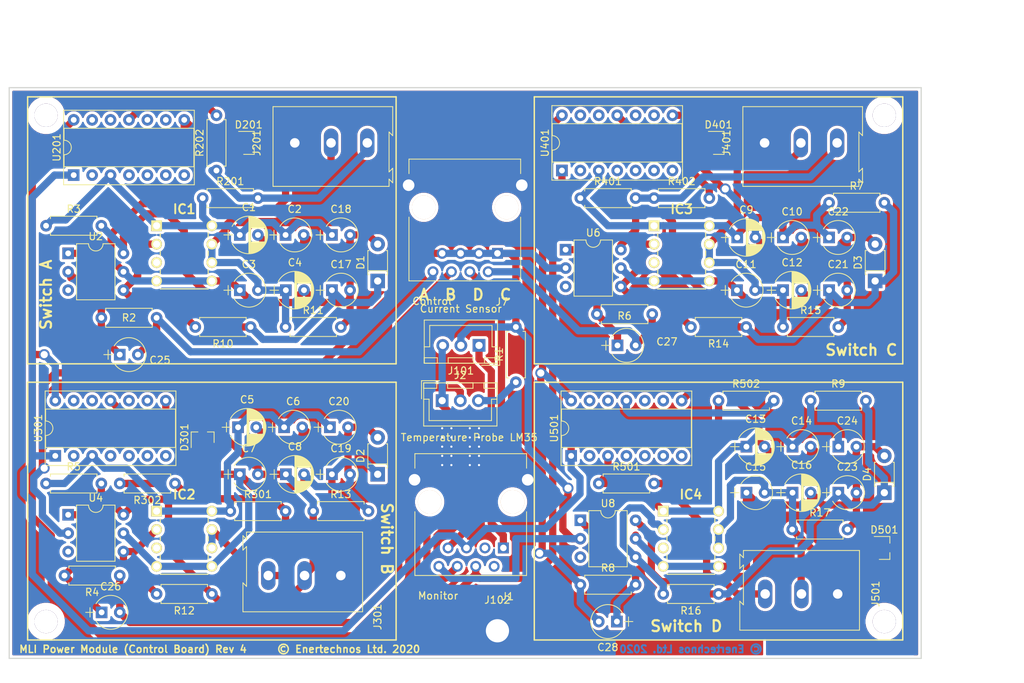
<source format=kicad_pcb>
(kicad_pcb (version 20171130) (host pcbnew "(5.1.2)-2")

  (general
    (thickness 1.6)
    (drawings 33)
    (tracks 645)
    (zones 0)
    (modules 106)
    (nets 59)
  )

  (page A4)
  (title_block
    (title "Power Module (Control Board)")
    (date 2017-12-14)
    (rev "Release 4")
    (company "Enertechnos Ltd.")
    (comment 1 "FOR REVIEW")
  )

  (layers
    (0 F.Cu signal)
    (31 B.Cu signal)
    (33 F.Adhes user)
    (35 F.Paste user)
    (37 F.SilkS user)
    (38 B.Mask user)
    (39 F.Mask user)
    (40 Dwgs.User user)
    (41 Cmts.User user)
    (42 Eco1.User user)
    (43 Eco2.User user)
    (44 Edge.Cuts user)
    (45 Margin user)
    (46 B.CrtYd user)
    (47 F.CrtYd user)
    (49 F.Fab user)
  )

  (setup
    (last_trace_width 1)
    (user_trace_width 0.5)
    (trace_clearance 0.4)
    (zone_clearance 0.35)
    (zone_45_only no)
    (trace_min 1)
    (via_size 1.5)
    (via_drill 1)
    (via_min_size 1.5)
    (via_min_drill 0.3)
    (uvia_size 1)
    (uvia_drill 0.5)
    (uvias_allowed no)
    (uvia_min_size 1)
    (uvia_min_drill 0.1)
    (edge_width 0.15)
    (segment_width 0.2)
    (pcb_text_width 0.3)
    (pcb_text_size 1.5 1.5)
    (mod_edge_width 0.15)
    (mod_text_size 1 1)
    (mod_text_width 0.15)
    (pad_size 0.6 0.6)
    (pad_drill 0.3)
    (pad_to_mask_clearance 0.2)
    (aux_axis_origin 49.53 113.03)
    (visible_elements 7FFFFF7F)
    (pcbplotparams
      (layerselection 0x010e0_80000001)
      (usegerberextensions false)
      (usegerberattributes false)
      (usegerberadvancedattributes false)
      (creategerberjobfile false)
      (excludeedgelayer true)
      (linewidth 0.100000)
      (plotframeref false)
      (viasonmask false)
      (mode 1)
      (useauxorigin true)
      (hpglpennumber 1)
      (hpglpenspeed 20)
      (hpglpendiameter 15.000000)
      (psnegative false)
      (psa4output false)
      (plotreference true)
      (plotvalue true)
      (plotinvisibletext false)
      (padsonsilk false)
      (subtractmaskfromsilk false)
      (outputformat 1)
      (mirror false)
      (drillshape 0)
      (scaleselection 1)
      (outputdirectory "Plot/"))
  )

  (net 0 "")
  (net 1 "Net-(IC1-Pad2)")
  (net 2 "Net-(IC2-Pad2)")
  (net 3 "Net-(IC3-Pad2)")
  (net 4 "Net-(IC4-Pad2)")
  (net 5 DC_IN)
  (net 6 DC_GND)
  (net 7 ARD_GND)
  (net 8 "Net-(C17-Pad1)")
  (net 9 "Net-(C19-Pad1)")
  (net 10 "Net-(C21-Pad1)")
  (net 11 "Net-(C23-Pad1)")
  (net 12 ARD_PWM_A)
  (net 13 ARD_PWM_B)
  (net 14 ARD_PWM_C)
  (net 15 ARD_PWM_D)
  (net 16 "Net-(C25-Pad1)")
  (net 17 "Net-(C26-Pad1)")
  (net 18 "Net-(C27-Pad1)")
  (net 19 "Net-(C28-Pad1)")
  (net 20 ARD_CUR)
  (net 21 ARD_VCC)
  (net 22 ARD_TEMP)
  (net 23 "Net-(J2-Pad3)")
  (net 24 /PsuSwitchModule.Switch.1/GND_ISO)
  (net 25 /PsuSwitchModule.Switch.1/DRV_SIG)
  (net 26 /PsuSwitchModule.Switch.2/GND_ISO)
  (net 27 /PsuSwitchModule.Switch.2/DRV_SIG)
  (net 28 /PsuSwitchModule.Switch.3/GND_ISO)
  (net 29 /PsuSwitchModule.Switch.3/DRV_SIG)
  (net 30 /PsuSwitchModule.Switch.4/GND_ISO)
  (net 31 /PsuSwitchModule.Switch.4/DRV_SIG)
  (net 32 Earth)
  (net 33 "Net-(IC1-Pad3)")
  (net 34 "Net-(IC2-Pad3)")
  (net 35 "Net-(IC3-Pad3)")
  (net 36 "Net-(IC4-Pad3)")
  (net 37 "Net-(J1-Pad2)")
  (net 38 "Net-(J1-Pad3)")
  (net 39 "Net-(U2-Pad3)")
  (net 40 "Net-(U4-Pad3)")
  (net 41 "Net-(U6-Pad3)")
  (net 42 "Net-(U8-Pad3)")
  (net 43 /PsuSwitchModule.Switch.1/+15V)
  (net 44 /PsuSwitchModule.Switch.2/+15V)
  (net 45 /PsuSwitchModule.Switch.3/+15V)
  (net 46 /PsuSwitchModule.Switch.4/+15V)
  (net 47 "Net-(D201-Pad2)")
  (net 48 "Net-(D301-Pad2)")
  (net 49 "Net-(D401-Pad2)")
  (net 50 "Net-(D501-Pad2)")
  (net 51 /PsuSwitchModule.Switch.1/-5V)
  (net 52 /PsuSwitchModule.Switch.2/-5V)
  (net 53 /PsuSwitchModule.Switch.3/-5V)
  (net 54 /PsuSwitchModule.Switch.4/-5V)
  (net 55 /PsuSwitchModule.Switch.1/-15V)
  (net 56 /PsuSwitchModule.Switch.2/-15V)
  (net 57 /PsuSwitchModule.Switch.3/-15V)
  (net 58 /PsuSwitchModule.Switch.4/-15V)

  (net_class Default "This is the default net class."
    (clearance 0.4)
    (trace_width 1)
    (via_dia 1.5)
    (via_drill 1)
    (uvia_dia 1)
    (uvia_drill 0.5)
    (diff_pair_width 1)
    (diff_pair_gap 0.25)
    (add_net /PsuSwitchModule.Switch.1/+15V)
    (add_net /PsuSwitchModule.Switch.1/-15V)
    (add_net /PsuSwitchModule.Switch.1/-5V)
    (add_net /PsuSwitchModule.Switch.1/DRV_SIG)
    (add_net /PsuSwitchModule.Switch.1/GND_ISO)
    (add_net /PsuSwitchModule.Switch.2/+15V)
    (add_net /PsuSwitchModule.Switch.2/-15V)
    (add_net /PsuSwitchModule.Switch.2/-5V)
    (add_net /PsuSwitchModule.Switch.2/DRV_SIG)
    (add_net /PsuSwitchModule.Switch.2/GND_ISO)
    (add_net /PsuSwitchModule.Switch.3/+15V)
    (add_net /PsuSwitchModule.Switch.3/-15V)
    (add_net /PsuSwitchModule.Switch.3/-5V)
    (add_net /PsuSwitchModule.Switch.3/DRV_SIG)
    (add_net /PsuSwitchModule.Switch.3/GND_ISO)
    (add_net /PsuSwitchModule.Switch.4/+15V)
    (add_net /PsuSwitchModule.Switch.4/-15V)
    (add_net /PsuSwitchModule.Switch.4/-5V)
    (add_net /PsuSwitchModule.Switch.4/DRV_SIG)
    (add_net /PsuSwitchModule.Switch.4/GND_ISO)
    (add_net ARD_CUR)
    (add_net ARD_GND)
    (add_net ARD_PWM_A)
    (add_net ARD_PWM_B)
    (add_net ARD_PWM_C)
    (add_net ARD_PWM_D)
    (add_net ARD_TEMP)
    (add_net ARD_VCC)
    (add_net DC_GND)
    (add_net DC_IN)
    (add_net Earth)
    (add_net "Net-(C17-Pad1)")
    (add_net "Net-(C19-Pad1)")
    (add_net "Net-(C21-Pad1)")
    (add_net "Net-(C23-Pad1)")
    (add_net "Net-(C25-Pad1)")
    (add_net "Net-(C26-Pad1)")
    (add_net "Net-(C27-Pad1)")
    (add_net "Net-(C28-Pad1)")
    (add_net "Net-(D201-Pad2)")
    (add_net "Net-(D301-Pad2)")
    (add_net "Net-(D401-Pad2)")
    (add_net "Net-(D501-Pad2)")
    (add_net "Net-(IC1-Pad2)")
    (add_net "Net-(IC1-Pad3)")
    (add_net "Net-(IC2-Pad2)")
    (add_net "Net-(IC2-Pad3)")
    (add_net "Net-(IC3-Pad2)")
    (add_net "Net-(IC3-Pad3)")
    (add_net "Net-(IC4-Pad2)")
    (add_net "Net-(IC4-Pad3)")
    (add_net "Net-(J1-Pad2)")
    (add_net "Net-(J1-Pad3)")
    (add_net "Net-(J2-Pad3)")
    (add_net "Net-(U2-Pad3)")
    (add_net "Net-(U4-Pad3)")
    (add_net "Net-(U6-Pad3)")
    (add_net "Net-(U8-Pad3)")
  )

  (module Housings_DIP:DIP-14_W7.62mm_Socket (layer F.Cu) (tedit 59C78D6B) (tstamp 5E3998EF)
    (at 58.42 46.355 90)
    (descr "14-lead though-hole mounted DIP package, row spacing 7.62 mm (300 mils), Socket")
    (tags "THT DIP DIL PDIP 2.54mm 7.62mm 300mil Socket")
    (path /59498AA5/5E39E16E)
    (fp_text reference U201 (at 3.81 -2.33 90) (layer F.SilkS)
      (effects (font (size 1 1) (thickness 0.15)))
    )
    (fp_text value NME1215DC (at 3.81 17.57 90) (layer F.Fab)
      (effects (font (size 1 1) (thickness 0.15)))
    )
    (fp_arc (start 3.81 -1.33) (end 2.81 -1.33) (angle -180) (layer F.SilkS) (width 0.12))
    (fp_line (start 1.635 -1.27) (end 6.985 -1.27) (layer F.Fab) (width 0.1))
    (fp_line (start 6.985 -1.27) (end 6.985 16.51) (layer F.Fab) (width 0.1))
    (fp_line (start 6.985 16.51) (end 0.635 16.51) (layer F.Fab) (width 0.1))
    (fp_line (start 0.635 16.51) (end 0.635 -0.27) (layer F.Fab) (width 0.1))
    (fp_line (start 0.635 -0.27) (end 1.635 -1.27) (layer F.Fab) (width 0.1))
    (fp_line (start -1.27 -1.33) (end -1.27 16.57) (layer F.Fab) (width 0.1))
    (fp_line (start -1.27 16.57) (end 8.89 16.57) (layer F.Fab) (width 0.1))
    (fp_line (start 8.89 16.57) (end 8.89 -1.33) (layer F.Fab) (width 0.1))
    (fp_line (start 8.89 -1.33) (end -1.27 -1.33) (layer F.Fab) (width 0.1))
    (fp_line (start 2.81 -1.33) (end 1.16 -1.33) (layer F.SilkS) (width 0.12))
    (fp_line (start 1.16 -1.33) (end 1.16 16.57) (layer F.SilkS) (width 0.12))
    (fp_line (start 1.16 16.57) (end 6.46 16.57) (layer F.SilkS) (width 0.12))
    (fp_line (start 6.46 16.57) (end 6.46 -1.33) (layer F.SilkS) (width 0.12))
    (fp_line (start 6.46 -1.33) (end 4.81 -1.33) (layer F.SilkS) (width 0.12))
    (fp_line (start -1.33 -1.39) (end -1.33 16.63) (layer F.SilkS) (width 0.12))
    (fp_line (start -1.33 16.63) (end 8.95 16.63) (layer F.SilkS) (width 0.12))
    (fp_line (start 8.95 16.63) (end 8.95 -1.39) (layer F.SilkS) (width 0.12))
    (fp_line (start 8.95 -1.39) (end -1.33 -1.39) (layer F.SilkS) (width 0.12))
    (fp_line (start -1.55 -1.6) (end -1.55 16.85) (layer F.CrtYd) (width 0.05))
    (fp_line (start -1.55 16.85) (end 9.15 16.85) (layer F.CrtYd) (width 0.05))
    (fp_line (start 9.15 16.85) (end 9.15 -1.6) (layer F.CrtYd) (width 0.05))
    (fp_line (start 9.15 -1.6) (end -1.55 -1.6) (layer F.CrtYd) (width 0.05))
    (fp_text user %R (at 3.81 7.62 90) (layer F.Fab)
      (effects (font (size 1 1) (thickness 0.15)))
    )
    (pad 1 thru_hole rect (at 0 0 90) (size 1.6 1.6) (drill 0.8) (layers *.Cu *.Mask)
      (net 6 DC_GND))
    (pad 8 thru_hole oval (at 7.62 15.24 90) (size 1.6 1.6) (drill 0.8) (layers *.Cu *.Mask)
      (net 24 /PsuSwitchModule.Switch.1/GND_ISO))
    (pad 2 thru_hole oval (at 0 2.54 90) (size 1.6 1.6) (drill 0.8) (layers *.Cu *.Mask))
    (pad 9 thru_hole oval (at 7.62 12.7 90) (size 1.6 1.6) (drill 0.8) (layers *.Cu *.Mask))
    (pad 3 thru_hole oval (at 0 5.08 90) (size 1.6 1.6) (drill 0.8) (layers *.Cu *.Mask)
      (net 43 /PsuSwitchModule.Switch.1/+15V))
    (pad 10 thru_hole oval (at 7.62 10.16 90) (size 1.6 1.6) (drill 0.8) (layers *.Cu *.Mask))
    (pad 4 thru_hole oval (at 0 7.62 90) (size 1.6 1.6) (drill 0.8) (layers *.Cu *.Mask))
    (pad 11 thru_hole oval (at 7.62 7.62 90) (size 1.6 1.6) (drill 0.8) (layers *.Cu *.Mask)
      (net 55 /PsuSwitchModule.Switch.1/-15V))
    (pad 5 thru_hole oval (at 0 10.16 90) (size 1.6 1.6) (drill 0.8) (layers *.Cu *.Mask))
    (pad 12 thru_hole oval (at 7.62 5.08 90) (size 1.6 1.6) (drill 0.8) (layers *.Cu *.Mask))
    (pad 6 thru_hole oval (at 0 12.7 90) (size 1.6 1.6) (drill 0.8) (layers *.Cu *.Mask))
    (pad 13 thru_hole oval (at 7.62 2.54 90) (size 1.6 1.6) (drill 0.8) (layers *.Cu *.Mask))
    (pad 7 thru_hole oval (at 0 15.24 90) (size 1.6 1.6) (drill 0.8) (layers *.Cu *.Mask))
    (pad 14 thru_hole oval (at 7.62 0 90) (size 1.6 1.6) (drill 0.8) (layers *.Cu *.Mask)
      (net 5 DC_IN))
    (model ${KISYS3DMOD}/Housings_DIP.3dshapes/DIP-14_W7.62mm_Socket.wrl
      (at (xyz 0 0 0))
      (scale (xyz 1 1 1))
      (rotate (xyz 0 0 0))
    )
  )

  (module OAE_Parts:SOT-23_HandSoldering (layer F.Cu) (tedit 5E3A9CBC) (tstamp 5E3997EB)
    (at 76.2 82.55 90)
    (descr "SOT-23, Standard")
    (tags SOT-23)
    (path /59A7109E/5E39B85D)
    (attr smd)
    (fp_text reference D301 (at 0 -2.5 90) (layer F.SilkS)
      (effects (font (size 1 1) (thickness 0.15)))
    )
    (fp_text value D_Zener_x2_KCom_AKA (at 0 2.5 90) (layer F.Fab)
      (effects (font (size 1 1) (thickness 0.15)))
    )
    (fp_line (start 0.76 1.58) (end -0.7 1.58) (layer F.SilkS) (width 0.12))
    (fp_line (start 0.76 -1.58) (end -1.4 -1.58) (layer F.SilkS) (width 0.12))
    (fp_line (start -1.7 1.75) (end -1.7 -1.75) (layer F.CrtYd) (width 0.05))
    (fp_line (start 1.7 1.75) (end -1.7 1.75) (layer F.CrtYd) (width 0.05))
    (fp_line (start 1.7 -1.75) (end 1.7 1.75) (layer F.CrtYd) (width 0.05))
    (fp_line (start -1.7 -1.75) (end 1.7 -1.75) (layer F.CrtYd) (width 0.05))
    (fp_line (start 0.76 -1.58) (end 0.76 -0.65) (layer F.SilkS) (width 0.12))
    (fp_line (start 0.76 1.58) (end 0.76 0.65) (layer F.SilkS) (width 0.12))
    (fp_line (start -0.7 1.52) (end 0.7 1.52) (layer F.Fab) (width 0.1))
    (fp_line (start 0.7 -1.52) (end 0.7 1.52) (layer F.Fab) (width 0.1))
    (fp_line (start -0.7 -0.95) (end -0.15 -1.52) (layer F.Fab) (width 0.1))
    (fp_line (start -0.15 -1.52) (end 0.7 -1.52) (layer F.Fab) (width 0.1))
    (fp_line (start -0.7 -0.95) (end -0.7 1.5) (layer F.Fab) (width 0.1))
    (fp_text user %R (at 0 0) (layer F.Fab)
      (effects (font (size 0.5 0.5) (thickness 0.075)))
    )
    (pad 3 smd rect (at 1.016 0 90) (size 1.25 0.8) (layers F.Cu F.Paste F.Mask)
      (net 27 /PsuSwitchModule.Switch.2/DRV_SIG))
    (pad 2 smd rect (at -1.016 0.95 90) (size 1.25 0.8) (layers F.Cu F.Paste F.Mask)
      (net 48 "Net-(D301-Pad2)"))
    (pad 1 smd rect (at -1.016 -0.95 90) (size 1.25 0.8) (layers F.Cu F.Paste F.Mask)
      (net 26 /PsuSwitchModule.Switch.2/GND_ISO))
    (model ${KISYS3DMOD}/TO_SOT_Packages_SMD.3dshapes/SOT-23.wrl
      (at (xyz 0 0 0))
      (scale (xyz 1 1 1))
      (rotate (xyz 0 0 0))
    )
  )

  (module OAE_Parts:SOT-23_HandSoldering (layer F.Cu) (tedit 5E3A9CBC) (tstamp 5E3997D6)
    (at 82.55 41.91)
    (descr "SOT-23, Standard")
    (tags SOT-23)
    (path /59498AA5/5E39B85D)
    (attr smd)
    (fp_text reference D201 (at 0 -2.5) (layer F.SilkS)
      (effects (font (size 1 1) (thickness 0.15)))
    )
    (fp_text value D_Zener_x2_KCom_AKA (at 0 2.5) (layer F.Fab)
      (effects (font (size 1 1) (thickness 0.15)))
    )
    (fp_line (start 0.76 1.58) (end -0.7 1.58) (layer F.SilkS) (width 0.12))
    (fp_line (start 0.76 -1.58) (end -1.4 -1.58) (layer F.SilkS) (width 0.12))
    (fp_line (start -1.7 1.75) (end -1.7 -1.75) (layer F.CrtYd) (width 0.05))
    (fp_line (start 1.7 1.75) (end -1.7 1.75) (layer F.CrtYd) (width 0.05))
    (fp_line (start 1.7 -1.75) (end 1.7 1.75) (layer F.CrtYd) (width 0.05))
    (fp_line (start -1.7 -1.75) (end 1.7 -1.75) (layer F.CrtYd) (width 0.05))
    (fp_line (start 0.76 -1.58) (end 0.76 -0.65) (layer F.SilkS) (width 0.12))
    (fp_line (start 0.76 1.58) (end 0.76 0.65) (layer F.SilkS) (width 0.12))
    (fp_line (start -0.7 1.52) (end 0.7 1.52) (layer F.Fab) (width 0.1))
    (fp_line (start 0.7 -1.52) (end 0.7 1.52) (layer F.Fab) (width 0.1))
    (fp_line (start -0.7 -0.95) (end -0.15 -1.52) (layer F.Fab) (width 0.1))
    (fp_line (start -0.15 -1.52) (end 0.7 -1.52) (layer F.Fab) (width 0.1))
    (fp_line (start -0.7 -0.95) (end -0.7 1.5) (layer F.Fab) (width 0.1))
    (fp_text user %R (at 0 0 90) (layer F.Fab)
      (effects (font (size 0.5 0.5) (thickness 0.075)))
    )
    (pad 3 smd rect (at 1.016 0) (size 1.25 0.8) (layers F.Cu F.Paste F.Mask)
      (net 25 /PsuSwitchModule.Switch.1/DRV_SIG))
    (pad 2 smd rect (at -1.016 0.95) (size 1.25 0.8) (layers F.Cu F.Paste F.Mask)
      (net 47 "Net-(D201-Pad2)"))
    (pad 1 smd rect (at -1.016 -0.95) (size 1.25 0.8) (layers F.Cu F.Paste F.Mask)
      (net 24 /PsuSwitchModule.Switch.1/GND_ISO))
    (model ${KISYS3DMOD}/TO_SOT_Packages_SMD.3dshapes/SOT-23.wrl
      (at (xyz 0 0 0))
      (scale (xyz 1 1 1))
      (rotate (xyz 0 0 0))
    )
  )

  (module OAE_Parts:SOT-23_HandSoldering (layer F.Cu) (tedit 5E3A9CBC) (tstamp 5E399800)
    (at 147.32 41.91)
    (descr "SOT-23, Standard")
    (tags SOT-23)
    (path /59A71299/5E39B85D)
    (attr smd)
    (fp_text reference D401 (at 0 -2.5) (layer F.SilkS)
      (effects (font (size 1 1) (thickness 0.15)))
    )
    (fp_text value D_Zener_x2_KCom_AKA (at 0 2.5) (layer F.Fab)
      (effects (font (size 1 1) (thickness 0.15)))
    )
    (fp_line (start 0.76 1.58) (end -0.7 1.58) (layer F.SilkS) (width 0.12))
    (fp_line (start 0.76 -1.58) (end -1.4 -1.58) (layer F.SilkS) (width 0.12))
    (fp_line (start -1.7 1.75) (end -1.7 -1.75) (layer F.CrtYd) (width 0.05))
    (fp_line (start 1.7 1.75) (end -1.7 1.75) (layer F.CrtYd) (width 0.05))
    (fp_line (start 1.7 -1.75) (end 1.7 1.75) (layer F.CrtYd) (width 0.05))
    (fp_line (start -1.7 -1.75) (end 1.7 -1.75) (layer F.CrtYd) (width 0.05))
    (fp_line (start 0.76 -1.58) (end 0.76 -0.65) (layer F.SilkS) (width 0.12))
    (fp_line (start 0.76 1.58) (end 0.76 0.65) (layer F.SilkS) (width 0.12))
    (fp_line (start -0.7 1.52) (end 0.7 1.52) (layer F.Fab) (width 0.1))
    (fp_line (start 0.7 -1.52) (end 0.7 1.52) (layer F.Fab) (width 0.1))
    (fp_line (start -0.7 -0.95) (end -0.15 -1.52) (layer F.Fab) (width 0.1))
    (fp_line (start -0.15 -1.52) (end 0.7 -1.52) (layer F.Fab) (width 0.1))
    (fp_line (start -0.7 -0.95) (end -0.7 1.5) (layer F.Fab) (width 0.1))
    (fp_text user %R (at 0 0 90) (layer F.Fab)
      (effects (font (size 0.5 0.5) (thickness 0.075)))
    )
    (pad 3 smd rect (at 1.016 0) (size 1.25 0.8) (layers F.Cu F.Paste F.Mask)
      (net 29 /PsuSwitchModule.Switch.3/DRV_SIG))
    (pad 2 smd rect (at -1.016 0.95) (size 1.25 0.8) (layers F.Cu F.Paste F.Mask)
      (net 49 "Net-(D401-Pad2)"))
    (pad 1 smd rect (at -1.016 -0.95) (size 1.25 0.8) (layers F.Cu F.Paste F.Mask)
      (net 28 /PsuSwitchModule.Switch.3/GND_ISO))
    (model ${KISYS3DMOD}/TO_SOT_Packages_SMD.3dshapes/SOT-23.wrl
      (at (xyz 0 0 0))
      (scale (xyz 1 1 1))
      (rotate (xyz 0 0 0))
    )
  )

  (module OAE_Parts:SOT-23_HandSoldering (layer F.Cu) (tedit 5E3A9CBC) (tstamp 5E399815)
    (at 170.18 97.79)
    (descr "SOT-23, Standard")
    (tags SOT-23)
    (path /59A712A3/5E39B85D)
    (attr smd)
    (fp_text reference D501 (at 0 -2.5) (layer F.SilkS)
      (effects (font (size 1 1) (thickness 0.15)))
    )
    (fp_text value D_Zener_x2_KCom_AKA (at 0 2.5) (layer F.Fab)
      (effects (font (size 1 1) (thickness 0.15)))
    )
    (fp_line (start 0.76 1.58) (end -0.7 1.58) (layer F.SilkS) (width 0.12))
    (fp_line (start 0.76 -1.58) (end -1.4 -1.58) (layer F.SilkS) (width 0.12))
    (fp_line (start -1.7 1.75) (end -1.7 -1.75) (layer F.CrtYd) (width 0.05))
    (fp_line (start 1.7 1.75) (end -1.7 1.75) (layer F.CrtYd) (width 0.05))
    (fp_line (start 1.7 -1.75) (end 1.7 1.75) (layer F.CrtYd) (width 0.05))
    (fp_line (start -1.7 -1.75) (end 1.7 -1.75) (layer F.CrtYd) (width 0.05))
    (fp_line (start 0.76 -1.58) (end 0.76 -0.65) (layer F.SilkS) (width 0.12))
    (fp_line (start 0.76 1.58) (end 0.76 0.65) (layer F.SilkS) (width 0.12))
    (fp_line (start -0.7 1.52) (end 0.7 1.52) (layer F.Fab) (width 0.1))
    (fp_line (start 0.7 -1.52) (end 0.7 1.52) (layer F.Fab) (width 0.1))
    (fp_line (start -0.7 -0.95) (end -0.15 -1.52) (layer F.Fab) (width 0.1))
    (fp_line (start -0.15 -1.52) (end 0.7 -1.52) (layer F.Fab) (width 0.1))
    (fp_line (start -0.7 -0.95) (end -0.7 1.5) (layer F.Fab) (width 0.1))
    (fp_text user %R (at 0 0 90) (layer F.Fab)
      (effects (font (size 0.5 0.5) (thickness 0.075)))
    )
    (pad 3 smd rect (at 1.016 0) (size 1.25 0.8) (layers F.Cu F.Paste F.Mask)
      (net 31 /PsuSwitchModule.Switch.4/DRV_SIG))
    (pad 2 smd rect (at -1.016 0.95) (size 1.25 0.8) (layers F.Cu F.Paste F.Mask)
      (net 50 "Net-(D501-Pad2)"))
    (pad 1 smd rect (at -1.016 -0.95) (size 1.25 0.8) (layers F.Cu F.Paste F.Mask)
      (net 30 /PsuSwitchModule.Switch.4/GND_ISO))
    (model ${KISYS3DMOD}/TO_SOT_Packages_SMD.3dshapes/SOT-23.wrl
      (at (xyz 0 0 0))
      (scale (xyz 1 1 1))
      (rotate (xyz 0 0 0))
    )
  )

  (module PartsLibraries:MicroVia (layer F.Cu) (tedit 5AC49D52) (tstamp 5AC4A3E5)
    (at 114.3 85.09)
    (fp_text reference REF** (at 0 -2.54) (layer F.SilkS) hide
      (effects (font (size 1 1) (thickness 0.15)))
    )
    (fp_text value MicroVia (at 0 2.54) (layer F.Fab) hide
      (effects (font (size 1 1) (thickness 0.15)))
    )
    (pad 1 thru_hole circle (at 0 0) (size 0.6 0.6) (drill 0.3) (layers *.Cu)
      (net 32 Earth) (zone_connect 2))
  )

  (module PartsLibraries:MicroVia (layer F.Cu) (tedit 5AC49D52) (tstamp 5AC4A3E9)
    (at 114.3 86.36)
    (fp_text reference REF** (at 0 -2.54) (layer F.SilkS) hide
      (effects (font (size 1 1) (thickness 0.15)))
    )
    (fp_text value MicroVia (at 0 2.54) (layer F.Fab) hide
      (effects (font (size 1 1) (thickness 0.15)))
    )
    (pad 1 thru_hole circle (at 0 0) (size 0.6 0.6) (drill 0.3) (layers *.Cu)
      (net 32 Earth) (zone_connect 2))
  )

  (module PartsLibraries:MicroVia (layer F.Cu) (tedit 5AC49D52) (tstamp 5AC51EB3)
    (at 109.22 85.09)
    (fp_text reference REF** (at 0 -2.54) (layer F.SilkS) hide
      (effects (font (size 1 1) (thickness 0.15)))
    )
    (fp_text value MicroVia (at 0 2.54) (layer F.Fab) hide
      (effects (font (size 1 1) (thickness 0.15)))
    )
    (pad 1 thru_hole circle (at 0 0) (size 0.6 0.6) (drill 0.3) (layers *.Cu)
      (net 32 Earth) (zone_connect 2))
  )

  (module PartsLibraries:MicroVia (layer F.Cu) (tedit 5AC49D52) (tstamp 5AC51ECB)
    (at 109.22 82.55)
    (fp_text reference REF** (at 0 -2.54) (layer F.SilkS) hide
      (effects (font (size 1 1) (thickness 0.15)))
    )
    (fp_text value MicroVia (at 0 2.54) (layer F.Fab) hide
      (effects (font (size 1 1) (thickness 0.15)))
    )
    (pad 1 thru_hole circle (at 0 0) (size 0.6 0.6) (drill 0.3) (layers *.Cu)
      (net 32 Earth) (zone_connect 2))
  )

  (module PartsLibraries:MicroVia (layer F.Cu) (tedit 5AC49D52) (tstamp 5AC4A3F1)
    (at 114.3 81.28)
    (fp_text reference REF** (at 0 -2.54) (layer F.SilkS) hide
      (effects (font (size 1 1) (thickness 0.15)))
    )
    (fp_text value MicroVia (at 0 2.54) (layer F.Fab) hide
      (effects (font (size 1 1) (thickness 0.15)))
    )
    (pad 1 thru_hole circle (at 0 0) (size 0.6 0.6) (drill 0.3) (layers *.Cu)
      (net 32 Earth) (zone_connect 2))
  )

  (module PartsLibraries:MicroVia (layer F.Cu) (tedit 5AC49D52) (tstamp 5AC51ED7)
    (at 110.49 83.82)
    (fp_text reference REF** (at 0 -2.54) (layer F.SilkS) hide
      (effects (font (size 1 1) (thickness 0.15)))
    )
    (fp_text value MicroVia (at 0 2.54) (layer F.Fab) hide
      (effects (font (size 1 1) (thickness 0.15)))
    )
    (pad 1 thru_hole circle (at 0 0) (size 0.6 0.6) (drill 0.3) (layers *.Cu)
      (net 32 Earth) (zone_connect 2))
  )

  (module PartsLibraries:MicroVia (layer F.Cu) (tedit 5AC49D52) (tstamp 5AC51EC7)
    (at 110.49 82.55)
    (fp_text reference REF** (at 0 -2.54) (layer F.SilkS) hide
      (effects (font (size 1 1) (thickness 0.15)))
    )
    (fp_text value MicroVia (at 0 2.54) (layer F.Fab) hide
      (effects (font (size 1 1) (thickness 0.15)))
    )
    (pad 1 thru_hole circle (at 0 0) (size 0.6 0.6) (drill 0.3) (layers *.Cu)
      (net 32 Earth) (zone_connect 2))
  )

  (module PartsLibraries:MicroVia (layer F.Cu) (tedit 5AC49D52) (tstamp 5AC51EBF)
    (at 109.22 86.36)
    (fp_text reference REF** (at 0 -2.54) (layer F.SilkS) hide
      (effects (font (size 1 1) (thickness 0.15)))
    )
    (fp_text value MicroVia (at 0 2.54) (layer F.Fab) hide
      (effects (font (size 1 1) (thickness 0.15)))
    )
    (pad 1 thru_hole circle (at 0 0) (size 0.6 0.6) (drill 0.3) (layers *.Cu)
      (net 32 Earth) (zone_connect 2))
  )

  (module PartsLibraries:MicroVia (layer F.Cu) (tedit 5AC49D52) (tstamp 5AC51ECF)
    (at 110.49 81.28)
    (fp_text reference REF** (at 0 -2.54) (layer F.SilkS) hide
      (effects (font (size 1 1) (thickness 0.15)))
    )
    (fp_text value MicroVia (at 0 2.54) (layer F.Fab) hide
      (effects (font (size 1 1) (thickness 0.15)))
    )
    (pad 1 thru_hole circle (at 0 0) (size 0.6 0.6) (drill 0.3) (layers *.Cu)
      (net 32 Earth) (zone_connect 2))
  )

  (module PartsLibraries:MicroVia (layer F.Cu) (tedit 5AC49D52) (tstamp 5AC51ED3)
    (at 109.22 81.28)
    (fp_text reference REF** (at 0 -2.54) (layer F.SilkS) hide
      (effects (font (size 1 1) (thickness 0.15)))
    )
    (fp_text value MicroVia (at 0 2.54) (layer F.Fab) hide
      (effects (font (size 1 1) (thickness 0.15)))
    )
    (pad 1 thru_hole circle (at 0 0) (size 0.6 0.6) (drill 0.3) (layers *.Cu)
      (net 32 Earth) (zone_connect 2))
  )

  (module PartsLibraries:MicroVia (layer F.Cu) (tedit 5AC49D52) (tstamp 5AC51EC3)
    (at 109.22 83.82)
    (fp_text reference REF** (at 0 -2.54) (layer F.SilkS) hide
      (effects (font (size 1 1) (thickness 0.15)))
    )
    (fp_text value MicroVia (at 0 2.54) (layer F.Fab) hide
      (effects (font (size 1 1) (thickness 0.15)))
    )
    (pad 1 thru_hole circle (at 0 0) (size 0.6 0.6) (drill 0.3) (layers *.Cu)
      (net 32 Earth) (zone_connect 2))
  )

  (module PartsLibraries:MicroVia (layer F.Cu) (tedit 5AC49D52) (tstamp 5AC51EBB)
    (at 110.49 85.09)
    (fp_text reference REF** (at 0 -2.54) (layer F.SilkS) hide
      (effects (font (size 1 1) (thickness 0.15)))
    )
    (fp_text value MicroVia (at 0 2.54) (layer F.Fab) hide
      (effects (font (size 1 1) (thickness 0.15)))
    )
    (pad 1 thru_hole circle (at 0 0) (size 0.6 0.6) (drill 0.3) (layers *.Cu)
      (net 32 Earth) (zone_connect 2))
  )

  (module PartsLibraries:MicroVia (layer F.Cu) (tedit 5AC49D52) (tstamp 5AC4A3D5)
    (at 113.03 82.55)
    (fp_text reference REF** (at 0 -2.54) (layer F.SilkS) hide
      (effects (font (size 1 1) (thickness 0.15)))
    )
    (fp_text value MicroVia (at 0 2.54) (layer F.Fab) hide
      (effects (font (size 1 1) (thickness 0.15)))
    )
    (pad 1 thru_hole circle (at 0 0) (size 0.6 0.6) (drill 0.3) (layers *.Cu)
      (net 32 Earth) (zone_connect 2))
  )

  (module PartsLibraries:MicroVia (layer F.Cu) (tedit 5AC49D52) (tstamp 5AC4A3F5)
    (at 113.03 83.82)
    (fp_text reference REF** (at 0 -2.54) (layer F.SilkS) hide
      (effects (font (size 1 1) (thickness 0.15)))
    )
    (fp_text value MicroVia (at 0 2.54) (layer F.Fab) hide
      (effects (font (size 1 1) (thickness 0.15)))
    )
    (pad 1 thru_hole circle (at 0 0) (size 0.6 0.6) (drill 0.3) (layers *.Cu)
      (net 32 Earth) (zone_connect 2))
  )

  (module PartsLibraries:MicroVia (layer F.Cu) (tedit 5AC49D52) (tstamp 5AC4A3ED)
    (at 113.03 85.09)
    (fp_text reference REF** (at 0 -2.54) (layer F.SilkS) hide
      (effects (font (size 1 1) (thickness 0.15)))
    )
    (fp_text value MicroVia (at 0 2.54) (layer F.Fab) hide
      (effects (font (size 1 1) (thickness 0.15)))
    )
    (pad 1 thru_hole circle (at 0 0) (size 0.6 0.6) (drill 0.3) (layers *.Cu)
      (net 32 Earth) (zone_connect 2))
  )

  (module PartsLibraries:MicroVia (layer F.Cu) (tedit 5AC49D52) (tstamp 5AC51EB7)
    (at 110.49 86.36)
    (fp_text reference REF** (at 0 -2.54) (layer F.SilkS) hide
      (effects (font (size 1 1) (thickness 0.15)))
    )
    (fp_text value MicroVia (at 0 2.54) (layer F.Fab) hide
      (effects (font (size 1 1) (thickness 0.15)))
    )
    (pad 1 thru_hole circle (at 0 0) (size 0.6 0.6) (drill 0.3) (layers *.Cu)
      (net 32 Earth) (zone_connect 2))
  )

  (module PartsLibraries:MicroVia (layer F.Cu) (tedit 5AC49D52) (tstamp 5AC4A3D9)
    (at 114.3 82.55)
    (fp_text reference REF** (at 0 -2.54) (layer F.SilkS) hide
      (effects (font (size 1 1) (thickness 0.15)))
    )
    (fp_text value MicroVia (at 0 2.54) (layer F.Fab) hide
      (effects (font (size 1 1) (thickness 0.15)))
    )
    (pad 1 thru_hole circle (at 0 0) (size 0.6 0.6) (drill 0.3) (layers *.Cu)
      (net 32 Earth) (zone_connect 2))
  )

  (module PartsLibraries:MicroVia (layer F.Cu) (tedit 5AC49D52) (tstamp 5AC4A3F9)
    (at 113.03 81.28)
    (fp_text reference REF** (at 0 -2.54) (layer F.SilkS) hide
      (effects (font (size 1 1) (thickness 0.15)))
    )
    (fp_text value MicroVia (at 0 2.54) (layer F.Fab) hide
      (effects (font (size 1 1) (thickness 0.15)))
    )
    (pad 1 thru_hole circle (at 0 0) (size 0.6 0.6) (drill 0.3) (layers *.Cu)
      (net 32 Earth) (zone_connect 2))
  )

  (module PartsLibraries:MicroVia (layer F.Cu) (tedit 5AC49D52) (tstamp 5AC4A3DD)
    (at 114.3 83.82)
    (fp_text reference REF** (at 0 -2.54) (layer F.SilkS) hide
      (effects (font (size 1 1) (thickness 0.15)))
    )
    (fp_text value MicroVia (at 0 2.54) (layer F.Fab) hide
      (effects (font (size 1 1) (thickness 0.15)))
    )
    (pad 1 thru_hole circle (at 0 0) (size 0.6 0.6) (drill 0.3) (layers *.Cu)
      (net 32 Earth) (zone_connect 2))
  )

  (module PartsLibraries:MicroVia (layer F.Cu) (tedit 5AC49D52) (tstamp 5AC4A3E1)
    (at 113.03 86.36)
    (fp_text reference REF** (at 0 -2.54) (layer F.SilkS) hide
      (effects (font (size 1 1) (thickness 0.15)))
    )
    (fp_text value MicroVia (at 0 2.54) (layer F.Fab) hide
      (effects (font (size 1 1) (thickness 0.15)))
    )
    (pad 1 thru_hole circle (at 0 0) (size 0.6 0.6) (drill 0.3) (layers *.Cu)
      (net 32 Earth) (zone_connect 2))
  )

  (module Connectors_JST:JST_XH_B03B-XH-A_03x2.50mm_Straight (layer F.Cu) (tedit 5A4B8769) (tstamp 5A4B8B9E)
    (at 109.22 77.47)
    (descr "JST XH series connector, B03B-XH-A, top entry type, through hole")
    (tags "connector jst xh tht top vertical 2.50mm")
    (path /599EAAF2)
    (fp_text reference J2 (at 2.5 -3.5) (layer F.SilkS)
      (effects (font (size 1 1) (thickness 0.15)))
    )
    (fp_text value "Temperature Probe LM35" (at 3.73 5.08) (layer F.SilkS)
      (effects (font (size 1 1) (thickness 0.15)))
    )
    (fp_line (start -2.45 -2.35) (end -2.45 3.4) (layer F.Fab) (width 0.1))
    (fp_line (start -2.45 3.4) (end 7.45 3.4) (layer F.Fab) (width 0.1))
    (fp_line (start 7.45 3.4) (end 7.45 -2.35) (layer F.Fab) (width 0.1))
    (fp_line (start 7.45 -2.35) (end -2.45 -2.35) (layer F.Fab) (width 0.1))
    (fp_line (start -2.95 -2.85) (end -2.95 3.9) (layer F.CrtYd) (width 0.05))
    (fp_line (start -2.95 3.9) (end 7.95 3.9) (layer F.CrtYd) (width 0.05))
    (fp_line (start 7.95 3.9) (end 7.95 -2.85) (layer F.CrtYd) (width 0.05))
    (fp_line (start 7.95 -2.85) (end -2.95 -2.85) (layer F.CrtYd) (width 0.05))
    (fp_line (start -2.55 -2.45) (end -2.55 3.5) (layer F.SilkS) (width 0.12))
    (fp_line (start -2.55 3.5) (end 7.55 3.5) (layer F.SilkS) (width 0.12))
    (fp_line (start 7.55 3.5) (end 7.55 -2.45) (layer F.SilkS) (width 0.12))
    (fp_line (start 7.55 -2.45) (end -2.55 -2.45) (layer F.SilkS) (width 0.12))
    (fp_line (start 0.75 -2.45) (end 0.75 -1.7) (layer F.SilkS) (width 0.12))
    (fp_line (start 0.75 -1.7) (end 4.25 -1.7) (layer F.SilkS) (width 0.12))
    (fp_line (start 4.25 -1.7) (end 4.25 -2.45) (layer F.SilkS) (width 0.12))
    (fp_line (start 4.25 -2.45) (end 0.75 -2.45) (layer F.SilkS) (width 0.12))
    (fp_line (start -2.55 -2.45) (end -2.55 -1.7) (layer F.SilkS) (width 0.12))
    (fp_line (start -2.55 -1.7) (end -0.75 -1.7) (layer F.SilkS) (width 0.12))
    (fp_line (start -0.75 -1.7) (end -0.75 -2.45) (layer F.SilkS) (width 0.12))
    (fp_line (start -0.75 -2.45) (end -2.55 -2.45) (layer F.SilkS) (width 0.12))
    (fp_line (start 5.75 -2.45) (end 5.75 -1.7) (layer F.SilkS) (width 0.12))
    (fp_line (start 5.75 -1.7) (end 7.55 -1.7) (layer F.SilkS) (width 0.12))
    (fp_line (start 7.55 -1.7) (end 7.55 -2.45) (layer F.SilkS) (width 0.12))
    (fp_line (start 7.55 -2.45) (end 5.75 -2.45) (layer F.SilkS) (width 0.12))
    (fp_line (start -2.55 -0.2) (end -1.8 -0.2) (layer F.SilkS) (width 0.12))
    (fp_line (start -1.8 -0.2) (end -1.8 2.75) (layer F.SilkS) (width 0.12))
    (fp_line (start -1.8 2.75) (end 2.5 2.75) (layer F.SilkS) (width 0.12))
    (fp_line (start 7.55 -0.2) (end 6.8 -0.2) (layer F.SilkS) (width 0.12))
    (fp_line (start 6.8 -0.2) (end 6.8 2.75) (layer F.SilkS) (width 0.12))
    (fp_line (start 6.8 2.75) (end 2.5 2.75) (layer F.SilkS) (width 0.12))
    (fp_line (start -0.35 -2.75) (end -2.85 -2.75) (layer F.SilkS) (width 0.12))
    (fp_line (start -2.85 -2.75) (end -2.85 -0.25) (layer F.SilkS) (width 0.12))
    (fp_line (start -0.35 -2.75) (end -2.85 -2.75) (layer F.Fab) (width 0.1))
    (fp_line (start -2.85 -2.75) (end -2.85 -0.25) (layer F.Fab) (width 0.1))
    (fp_text user %R (at 2.5 2.5) (layer F.Fab)
      (effects (font (size 1 1) (thickness 0.15)))
    )
    (pad 1 thru_hole rect (at 0 0) (size 1.75 1.75) (drill 1) (layers *.Cu *.Mask)
      (net 21 ARD_VCC))
    (pad 2 thru_hole circle (at 2.5 0) (size 1.75 1.75) (drill 1) (layers *.Cu *.Mask)
      (net 22 ARD_TEMP))
    (pad 3 thru_hole circle (at 5 0) (size 1.75 1.75) (drill 1) (layers *.Cu *.Mask)
      (net 23 "Net-(J2-Pad3)"))
    (model Connectors_JST.3dshapes/JST_XH_B03B-XH-A_03x2.50mm_Straight.wrl
      (at (xyz 0 0 0))
      (scale (xyz 1 1 1))
      (rotate (xyz 0 0 0))
    )
  )

  (module Housings_DIP:DIP-14_W7.62mm_Socket (layer F.Cu) (tedit 59C78D6B) (tstamp 5E399919)
    (at 55.88 85.09 90)
    (descr "14-lead though-hole mounted DIP package, row spacing 7.62 mm (300 mils), Socket")
    (tags "THT DIP DIL PDIP 2.54mm 7.62mm 300mil Socket")
    (path /59A7109E/5E39E16E)
    (fp_text reference U301 (at 3.81 -2.33 90) (layer F.SilkS)
      (effects (font (size 1 1) (thickness 0.15)))
    )
    (fp_text value NME1215DC (at 3.81 17.57 90) (layer F.Fab)
      (effects (font (size 1 1) (thickness 0.15)))
    )
    (fp_text user %R (at 3.81 7.62 90) (layer F.Fab)
      (effects (font (size 1 1) (thickness 0.15)))
    )
    (fp_line (start 9.15 -1.6) (end -1.55 -1.6) (layer F.CrtYd) (width 0.05))
    (fp_line (start 9.15 16.85) (end 9.15 -1.6) (layer F.CrtYd) (width 0.05))
    (fp_line (start -1.55 16.85) (end 9.15 16.85) (layer F.CrtYd) (width 0.05))
    (fp_line (start -1.55 -1.6) (end -1.55 16.85) (layer F.CrtYd) (width 0.05))
    (fp_line (start 8.95 -1.39) (end -1.33 -1.39) (layer F.SilkS) (width 0.12))
    (fp_line (start 8.95 16.63) (end 8.95 -1.39) (layer F.SilkS) (width 0.12))
    (fp_line (start -1.33 16.63) (end 8.95 16.63) (layer F.SilkS) (width 0.12))
    (fp_line (start -1.33 -1.39) (end -1.33 16.63) (layer F.SilkS) (width 0.12))
    (fp_line (start 6.46 -1.33) (end 4.81 -1.33) (layer F.SilkS) (width 0.12))
    (fp_line (start 6.46 16.57) (end 6.46 -1.33) (layer F.SilkS) (width 0.12))
    (fp_line (start 1.16 16.57) (end 6.46 16.57) (layer F.SilkS) (width 0.12))
    (fp_line (start 1.16 -1.33) (end 1.16 16.57) (layer F.SilkS) (width 0.12))
    (fp_line (start 2.81 -1.33) (end 1.16 -1.33) (layer F.SilkS) (width 0.12))
    (fp_line (start 8.89 -1.33) (end -1.27 -1.33) (layer F.Fab) (width 0.1))
    (fp_line (start 8.89 16.57) (end 8.89 -1.33) (layer F.Fab) (width 0.1))
    (fp_line (start -1.27 16.57) (end 8.89 16.57) (layer F.Fab) (width 0.1))
    (fp_line (start -1.27 -1.33) (end -1.27 16.57) (layer F.Fab) (width 0.1))
    (fp_line (start 0.635 -0.27) (end 1.635 -1.27) (layer F.Fab) (width 0.1))
    (fp_line (start 0.635 16.51) (end 0.635 -0.27) (layer F.Fab) (width 0.1))
    (fp_line (start 6.985 16.51) (end 0.635 16.51) (layer F.Fab) (width 0.1))
    (fp_line (start 6.985 -1.27) (end 6.985 16.51) (layer F.Fab) (width 0.1))
    (fp_line (start 1.635 -1.27) (end 6.985 -1.27) (layer F.Fab) (width 0.1))
    (fp_arc (start 3.81 -1.33) (end 2.81 -1.33) (angle -180) (layer F.SilkS) (width 0.12))
    (pad 14 thru_hole oval (at 7.62 0 90) (size 1.6 1.6) (drill 0.8) (layers *.Cu *.Mask)
      (net 5 DC_IN))
    (pad 7 thru_hole oval (at 0 15.24 90) (size 1.6 1.6) (drill 0.8) (layers *.Cu *.Mask))
    (pad 13 thru_hole oval (at 7.62 2.54 90) (size 1.6 1.6) (drill 0.8) (layers *.Cu *.Mask))
    (pad 6 thru_hole oval (at 0 12.7 90) (size 1.6 1.6) (drill 0.8) (layers *.Cu *.Mask))
    (pad 12 thru_hole oval (at 7.62 5.08 90) (size 1.6 1.6) (drill 0.8) (layers *.Cu *.Mask))
    (pad 5 thru_hole oval (at 0 10.16 90) (size 1.6 1.6) (drill 0.8) (layers *.Cu *.Mask))
    (pad 11 thru_hole oval (at 7.62 7.62 90) (size 1.6 1.6) (drill 0.8) (layers *.Cu *.Mask)
      (net 56 /PsuSwitchModule.Switch.2/-15V))
    (pad 4 thru_hole oval (at 0 7.62 90) (size 1.6 1.6) (drill 0.8) (layers *.Cu *.Mask))
    (pad 10 thru_hole oval (at 7.62 10.16 90) (size 1.6 1.6) (drill 0.8) (layers *.Cu *.Mask))
    (pad 3 thru_hole oval (at 0 5.08 90) (size 1.6 1.6) (drill 0.8) (layers *.Cu *.Mask)
      (net 44 /PsuSwitchModule.Switch.2/+15V))
    (pad 9 thru_hole oval (at 7.62 12.7 90) (size 1.6 1.6) (drill 0.8) (layers *.Cu *.Mask))
    (pad 2 thru_hole oval (at 0 2.54 90) (size 1.6 1.6) (drill 0.8) (layers *.Cu *.Mask))
    (pad 8 thru_hole oval (at 7.62 15.24 90) (size 1.6 1.6) (drill 0.8) (layers *.Cu *.Mask)
      (net 26 /PsuSwitchModule.Switch.2/GND_ISO))
    (pad 1 thru_hole rect (at 0 0 90) (size 1.6 1.6) (drill 0.8) (layers *.Cu *.Mask)
      (net 6 DC_GND))
    (model ${KISYS3DMOD}/Housings_DIP.3dshapes/DIP-14_W7.62mm_Socket.wrl
      (at (xyz 0 0 0))
      (scale (xyz 1 1 1))
      (rotate (xyz 0 0 0))
    )
  )

  (module OAE_Parts:TerminalBlock_Altech_AK300-3_P5.00mm (layer F.Cu) (tedit 5AC621C7) (tstamp 5ACCAD26)
    (at 163.75 104.14 180)
    (descr "Altech AK300 terminal block, pitch 5.0mm, 45 degree angled, see http://www.mouser.com/ds/2/16/PCBMETRC-24178.pdf")
    (tags "Altech AK300 terminal block pitch 5.0mm")
    (path /59A712A3/5AA809BD)
    (fp_text reference J501 (at -5.24 0 270) (layer F.SilkS)
      (effects (font (size 1 1) (thickness 0.15)))
    )
    (fp_text value Conn_01x03_Male (at 4.95 10 180) (layer F.Fab)
      (effects (font (size 1 1) (thickness 0.15)))
    )
    (fp_line (start -3 -5) (end -3 6) (layer F.SilkS) (width 0.12))
    (fp_line (start -3 6) (end 13 6) (layer F.SilkS) (width 0.12))
    (fp_line (start 13 6) (end 13 5) (layer F.SilkS) (width 0.12))
    (fp_line (start 13 5) (end 13.5 5.5) (layer F.SilkS) (width 0.12))
    (fp_line (start 13.5 5.5) (end 13.5 3.5) (layer F.SilkS) (width 0.12))
    (fp_line (start 13.5 3.5) (end 13 4) (layer F.SilkS) (width 0.12))
    (fp_line (start 13 4) (end 13 -1.5) (layer F.SilkS) (width 0.12))
    (fp_line (start 13 -1.5) (end 13.5 -1) (layer F.SilkS) (width 0.12))
    (fp_line (start 13.5 -1) (end 13.5 -5) (layer F.SilkS) (width 0.12))
    (fp_line (start 13.5 -5) (end -3 -5) (layer F.SilkS) (width 0.12))
    (fp_line (start -3.5 -5.5) (end 14 -5.5) (layer F.CrtYd) (width 0.05))
    (fp_line (start -3.5 -5.5) (end -3.5 6.5) (layer F.CrtYd) (width 0.05))
    (fp_line (start 14 6.5) (end 14 -5.5) (layer F.CrtYd) (width 0.05))
    (fp_line (start 14 6.5) (end -3.5 6.5) (layer F.CrtYd) (width 0.05))
    (pad 1 thru_hole rect (at 0 0 180) (size 1.98 3.96) (drill 1.32) (layers *.Cu *.Mask)
      (net 32 Earth) (zone_connect 2))
    (pad 2 thru_hole oval (at 5 0 180) (size 1.98 3.96) (drill 1.32) (layers *.Cu *.Mask)
      (net 31 /PsuSwitchModule.Switch.4/DRV_SIG))
    (pad 3 thru_hole oval (at 10 0 180) (size 1.98 3.96) (drill 1.32) (layers *.Cu *.Mask)
      (net 54 /PsuSwitchModule.Switch.4/-5V))
    (model C:/Development/mlihardware/3D/17574.wrl
      (at (xyz 0 0 0))
      (scale (xyz 1 1 1))
      (rotate (xyz 0 0 0))
    )
  )

  (module OAE_Parts:TerminalBlock_Altech_AK300-3_P5.00mm (layer F.Cu) (tedit 5AC621C7) (tstamp 5ACCACEA)
    (at 88.9 41.91)
    (descr "Altech AK300 terminal block, pitch 5.0mm, 45 degree angled, see http://www.mouser.com/ds/2/16/PCBMETRC-24178.pdf")
    (tags "Altech AK300 terminal block pitch 5.0mm")
    (path /59498AA5/5AA809BD)
    (fp_text reference J201 (at -5.24 0 90) (layer F.SilkS)
      (effects (font (size 1 1) (thickness 0.15)))
    )
    (fp_text value Conn_01x03_Male (at 4.95 10) (layer F.Fab)
      (effects (font (size 1 1) (thickness 0.15)))
    )
    (fp_line (start -3 -5) (end -3 6) (layer F.SilkS) (width 0.12))
    (fp_line (start -3 6) (end 13 6) (layer F.SilkS) (width 0.12))
    (fp_line (start 13 6) (end 13 5) (layer F.SilkS) (width 0.12))
    (fp_line (start 13 5) (end 13.5 5.5) (layer F.SilkS) (width 0.12))
    (fp_line (start 13.5 5.5) (end 13.5 3.5) (layer F.SilkS) (width 0.12))
    (fp_line (start 13.5 3.5) (end 13 4) (layer F.SilkS) (width 0.12))
    (fp_line (start 13 4) (end 13 -1.5) (layer F.SilkS) (width 0.12))
    (fp_line (start 13 -1.5) (end 13.5 -1) (layer F.SilkS) (width 0.12))
    (fp_line (start 13.5 -1) (end 13.5 -5) (layer F.SilkS) (width 0.12))
    (fp_line (start 13.5 -5) (end -3 -5) (layer F.SilkS) (width 0.12))
    (fp_line (start -3.5 -5.5) (end 14 -5.5) (layer F.CrtYd) (width 0.05))
    (fp_line (start -3.5 -5.5) (end -3.5 6.5) (layer F.CrtYd) (width 0.05))
    (fp_line (start 14 6.5) (end 14 -5.5) (layer F.CrtYd) (width 0.05))
    (fp_line (start 14 6.5) (end -3.5 6.5) (layer F.CrtYd) (width 0.05))
    (pad 1 thru_hole rect (at 0 0) (size 1.98 3.96) (drill 1.32) (layers *.Cu *.Mask)
      (net 32 Earth) (zone_connect 2))
    (pad 2 thru_hole oval (at 5 0) (size 1.98 3.96) (drill 1.32) (layers *.Cu *.Mask)
      (net 25 /PsuSwitchModule.Switch.1/DRV_SIG))
    (pad 3 thru_hole oval (at 10 0) (size 1.98 3.96) (drill 1.32) (layers *.Cu *.Mask)
      (net 51 /PsuSwitchModule.Switch.1/-5V))
    (model C:/Development/mlihardware/3D/17574.wrl
      (at (xyz 0 0 0))
      (scale (xyz 1 1 1))
      (rotate (xyz 0 0 0))
    )
  )

  (module Resistors_THT:R_Axial_DIN0207_L6.3mm_D2.5mm_P7.62mm_Horizontal (layer F.Cu) (tedit 5874F706) (tstamp 59F0538A)
    (at 54.61 53.34)
    (descr "Resistor, Axial_DIN0207 series, Axial, Horizontal, pin pitch=7.62mm, 0.25W = 1/4W, length*diameter=6.3*2.5mm^2, http://cdn-reichelt.de/documents/datenblatt/B400/1_4W%23YAG.pdf")
    (tags "Resistor Axial_DIN0207 series Axial Horizontal pin pitch 7.62mm 0.25W = 1/4W length 6.3mm diameter 2.5mm")
    (path /59498AA5/59A6DAAD)
    (fp_text reference R3 (at 3.81 -2.31) (layer F.SilkS)
      (effects (font (size 1 1) (thickness 0.15)))
    )
    (fp_text value 3K (at 3.81 2.31) (layer F.Fab)
      (effects (font (size 1 1) (thickness 0.15)))
    )
    (fp_line (start 0.66 -1.25) (end 0.66 1.25) (layer F.Fab) (width 0.1))
    (fp_line (start 0.66 1.25) (end 6.96 1.25) (layer F.Fab) (width 0.1))
    (fp_line (start 6.96 1.25) (end 6.96 -1.25) (layer F.Fab) (width 0.1))
    (fp_line (start 6.96 -1.25) (end 0.66 -1.25) (layer F.Fab) (width 0.1))
    (fp_line (start 0 0) (end 0.66 0) (layer F.Fab) (width 0.1))
    (fp_line (start 7.62 0) (end 6.96 0) (layer F.Fab) (width 0.1))
    (fp_line (start 0.6 -0.98) (end 0.6 -1.31) (layer F.SilkS) (width 0.12))
    (fp_line (start 0.6 -1.31) (end 7.02 -1.31) (layer F.SilkS) (width 0.12))
    (fp_line (start 7.02 -1.31) (end 7.02 -0.98) (layer F.SilkS) (width 0.12))
    (fp_line (start 0.6 0.98) (end 0.6 1.31) (layer F.SilkS) (width 0.12))
    (fp_line (start 0.6 1.31) (end 7.02 1.31) (layer F.SilkS) (width 0.12))
    (fp_line (start 7.02 1.31) (end 7.02 0.98) (layer F.SilkS) (width 0.12))
    (fp_line (start -1.05 -1.6) (end -1.05 1.6) (layer F.CrtYd) (width 0.05))
    (fp_line (start -1.05 1.6) (end 8.7 1.6) (layer F.CrtYd) (width 0.05))
    (fp_line (start 8.7 1.6) (end 8.7 -1.6) (layer F.CrtYd) (width 0.05))
    (fp_line (start 8.7 -1.6) (end -1.05 -1.6) (layer F.CrtYd) (width 0.05))
    (pad 1 thru_hole circle (at 0 0) (size 1.6 1.6) (drill 0.8) (layers *.Cu *.Mask)
      (net 43 /PsuSwitchModule.Switch.1/+15V))
    (pad 2 thru_hole oval (at 7.62 0) (size 1.6 1.6) (drill 0.8) (layers *.Cu *.Mask)
      (net 8 "Net-(C17-Pad1)"))
    (model ${KISYS3DMOD}/Resistors_THT.3dshapes/R_Axial_DIN0207_L6.3mm_D2.5mm_P7.62mm_Horizontal.wrl
      (at (xyz 0 0 0))
      (scale (xyz 0.3937 0.3937 0.3937))
      (rotate (xyz 0 0 0))
    )
  )

  (module PartsLibraries:MountingHole_M3 (layer F.Cu) (tedit 5AC5E77E) (tstamp 5AC5FAC3)
    (at 170.18 107.95)
    (descr "module 1 pin (ou trou mecanique de percage)")
    (tags DEV)
    (fp_text reference Ref** (at 0 -3.048) (layer F.SilkS) hide
      (effects (font (size 1 1) (thickness 0.15)))
    )
    (fp_text value Mount (at 0 3) (layer F.Fab) hide
      (effects (font (size 1 1) (thickness 0.15)))
    )
    (pad 1 thru_hole circle (at 0 0) (size 3.2 3.2) (drill 3.2) (layers *.Cu)
      (clearance 1) (zone_connect 2))
  )

  (module PartsLibraries:MountingHole_M3 (layer F.Cu) (tedit 5AC5E77E) (tstamp 5AC5FABF)
    (at 170.18 38.1)
    (descr "module 1 pin (ou trou mecanique de percage)")
    (tags DEV)
    (fp_text reference Ref** (at 0 -3.048) (layer F.SilkS) hide
      (effects (font (size 1 1) (thickness 0.15)))
    )
    (fp_text value Mount (at 0 3) (layer F.Fab) hide
      (effects (font (size 1 1) (thickness 0.15)))
    )
    (pad 1 thru_hole circle (at 0 0) (size 3.2 3.2) (drill 3.2) (layers *.Cu)
      (clearance 1) (zone_connect 2))
  )

  (module PartsLibraries:MountingHole_M3 (layer F.Cu) (tedit 5AC5E77E) (tstamp 5AC5FAAB)
    (at 54.61 107.95)
    (descr "module 1 pin (ou trou mecanique de percage)")
    (tags DEV)
    (fp_text reference Ref** (at 0 -3.048) (layer F.SilkS) hide
      (effects (font (size 1 1) (thickness 0.15)))
    )
    (fp_text value Mount (at 0 3) (layer F.Fab) hide
      (effects (font (size 1 1) (thickness 0.15)))
    )
    (pad 1 thru_hole circle (at 0 0) (size 3.2 3.2) (drill 3.2) (layers *.Cu)
      (clearance 1) (zone_connect 2))
  )

  (module Resistors_THT:R_Axial_DIN0207_L6.3mm_D2.5mm_P7.62mm_Horizontal (layer F.Cu) (tedit 5874F706) (tstamp 59EF680E)
    (at 147.32 104.14 180)
    (descr "Resistor, Axial_DIN0207 series, Axial, Horizontal, pin pitch=7.62mm, 0.25W = 1/4W, length*diameter=6.3*2.5mm^2, http://cdn-reichelt.de/documents/datenblatt/B400/1_4W%23YAG.pdf")
    (tags "Resistor Axial_DIN0207 series Axial Horizontal pin pitch 7.62mm 0.25W = 1/4W length 6.3mm diameter 2.5mm")
    (path /59A712A3/59EF0FC7)
    (fp_text reference R16 (at 3.81 -2.31 180) (layer F.SilkS)
      (effects (font (size 1 1) (thickness 0.15)))
    )
    (fp_text value R (at 3.81 2.31 180) (layer F.Fab)
      (effects (font (size 1 1) (thickness 0.15)))
    )
    (fp_line (start 0.66 -1.25) (end 0.66 1.25) (layer F.Fab) (width 0.1))
    (fp_line (start 0.66 1.25) (end 6.96 1.25) (layer F.Fab) (width 0.1))
    (fp_line (start 6.96 1.25) (end 6.96 -1.25) (layer F.Fab) (width 0.1))
    (fp_line (start 6.96 -1.25) (end 0.66 -1.25) (layer F.Fab) (width 0.1))
    (fp_line (start 0 0) (end 0.66 0) (layer F.Fab) (width 0.1))
    (fp_line (start 7.62 0) (end 6.96 0) (layer F.Fab) (width 0.1))
    (fp_line (start 0.6 -0.98) (end 0.6 -1.31) (layer F.SilkS) (width 0.12))
    (fp_line (start 0.6 -1.31) (end 7.02 -1.31) (layer F.SilkS) (width 0.12))
    (fp_line (start 7.02 -1.31) (end 7.02 -0.98) (layer F.SilkS) (width 0.12))
    (fp_line (start 0.6 0.98) (end 0.6 1.31) (layer F.SilkS) (width 0.12))
    (fp_line (start 0.6 1.31) (end 7.02 1.31) (layer F.SilkS) (width 0.12))
    (fp_line (start 7.02 1.31) (end 7.02 0.98) (layer F.SilkS) (width 0.12))
    (fp_line (start -1.05 -1.6) (end -1.05 1.6) (layer F.CrtYd) (width 0.05))
    (fp_line (start -1.05 1.6) (end 8.7 1.6) (layer F.CrtYd) (width 0.05))
    (fp_line (start 8.7 1.6) (end 8.7 -1.6) (layer F.CrtYd) (width 0.05))
    (fp_line (start 8.7 -1.6) (end -1.05 -1.6) (layer F.CrtYd) (width 0.05))
    (pad 1 thru_hole circle (at 0 0 180) (size 1.6 1.6) (drill 0.8) (layers *.Cu *.Mask)
      (net 11 "Net-(C23-Pad1)"))
    (pad 2 thru_hole oval (at 7.62 0 180) (size 1.6 1.6) (drill 0.8) (layers *.Cu *.Mask)
      (net 4 "Net-(IC4-Pad2)"))
    (model ${KISYS3DMOD}/Resistors_THT.3dshapes/R_Axial_DIN0207_L6.3mm_D2.5mm_P7.62mm_Horizontal.wrl
      (at (xyz 0 0 0))
      (scale (xyz 0.3937 0.3937 0.3937))
      (rotate (xyz 0 0 0))
    )
  )

  (module Resistors_THT:R_Axial_DIN0207_L6.3mm_D2.5mm_P7.62mm_Horizontal (layer F.Cu) (tedit 5874F706) (tstamp 59EF6824)
    (at 157.48 95.25)
    (descr "Resistor, Axial_DIN0207 series, Axial, Horizontal, pin pitch=7.62mm, 0.25W = 1/4W, length*diameter=6.3*2.5mm^2, http://cdn-reichelt.de/documents/datenblatt/B400/1_4W%23YAG.pdf")
    (tags "Resistor Axial_DIN0207 series Axial Horizontal pin pitch 7.62mm 0.25W = 1/4W length 6.3mm diameter 2.5mm")
    (path /59A712A3/59EF1A58)
    (fp_text reference R17 (at 3.81 -2.31) (layer F.SilkS)
      (effects (font (size 1 1) (thickness 0.15)))
    )
    (fp_text value R (at 3.81 2.31) (layer F.Fab)
      (effects (font (size 1 1) (thickness 0.15)))
    )
    (fp_line (start 0.66 -1.25) (end 0.66 1.25) (layer F.Fab) (width 0.1))
    (fp_line (start 0.66 1.25) (end 6.96 1.25) (layer F.Fab) (width 0.1))
    (fp_line (start 6.96 1.25) (end 6.96 -1.25) (layer F.Fab) (width 0.1))
    (fp_line (start 6.96 -1.25) (end 0.66 -1.25) (layer F.Fab) (width 0.1))
    (fp_line (start 0 0) (end 0.66 0) (layer F.Fab) (width 0.1))
    (fp_line (start 7.62 0) (end 6.96 0) (layer F.Fab) (width 0.1))
    (fp_line (start 0.6 -0.98) (end 0.6 -1.31) (layer F.SilkS) (width 0.12))
    (fp_line (start 0.6 -1.31) (end 7.02 -1.31) (layer F.SilkS) (width 0.12))
    (fp_line (start 7.02 -1.31) (end 7.02 -0.98) (layer F.SilkS) (width 0.12))
    (fp_line (start 0.6 0.98) (end 0.6 1.31) (layer F.SilkS) (width 0.12))
    (fp_line (start 0.6 1.31) (end 7.02 1.31) (layer F.SilkS) (width 0.12))
    (fp_line (start 7.02 1.31) (end 7.02 0.98) (layer F.SilkS) (width 0.12))
    (fp_line (start -1.05 -1.6) (end -1.05 1.6) (layer F.CrtYd) (width 0.05))
    (fp_line (start -1.05 1.6) (end 8.7 1.6) (layer F.CrtYd) (width 0.05))
    (fp_line (start 8.7 1.6) (end 8.7 -1.6) (layer F.CrtYd) (width 0.05))
    (fp_line (start 8.7 -1.6) (end -1.05 -1.6) (layer F.CrtYd) (width 0.05))
    (pad 1 thru_hole circle (at 0 0) (size 1.6 1.6) (drill 0.8) (layers *.Cu *.Mask)
      (net 31 /PsuSwitchModule.Switch.4/DRV_SIG))
    (pad 2 thru_hole oval (at 7.62 0) (size 1.6 1.6) (drill 0.8) (layers *.Cu *.Mask)
      (net 30 /PsuSwitchModule.Switch.4/GND_ISO))
    (model ${KISYS3DMOD}/Resistors_THT.3dshapes/R_Axial_DIN0207_L6.3mm_D2.5mm_P7.62mm_Horizontal.wrl
      (at (xyz 0 0 0))
      (scale (xyz 0.3937 0.3937 0.3937))
      (rotate (xyz 0 0 0))
    )
  )

  (module Resistors_THT:R_Axial_DIN0207_L6.3mm_D2.5mm_P7.62mm_Horizontal (layer F.Cu) (tedit 5874F706) (tstamp 59EF67B6)
    (at 77.47 104.14 180)
    (descr "Resistor, Axial_DIN0207 series, Axial, Horizontal, pin pitch=7.62mm, 0.25W = 1/4W, length*diameter=6.3*2.5mm^2, http://cdn-reichelt.de/documents/datenblatt/B400/1_4W%23YAG.pdf")
    (tags "Resistor Axial_DIN0207 series Axial Horizontal pin pitch 7.62mm 0.25W = 1/4W length 6.3mm diameter 2.5mm")
    (path /59A7109E/59EF0FC7)
    (fp_text reference R12 (at 3.81 -2.31 180) (layer F.SilkS)
      (effects (font (size 1 1) (thickness 0.15)))
    )
    (fp_text value R (at 3.81 2.31 180) (layer F.Fab)
      (effects (font (size 1 1) (thickness 0.15)))
    )
    (fp_line (start 0.66 -1.25) (end 0.66 1.25) (layer F.Fab) (width 0.1))
    (fp_line (start 0.66 1.25) (end 6.96 1.25) (layer F.Fab) (width 0.1))
    (fp_line (start 6.96 1.25) (end 6.96 -1.25) (layer F.Fab) (width 0.1))
    (fp_line (start 6.96 -1.25) (end 0.66 -1.25) (layer F.Fab) (width 0.1))
    (fp_line (start 0 0) (end 0.66 0) (layer F.Fab) (width 0.1))
    (fp_line (start 7.62 0) (end 6.96 0) (layer F.Fab) (width 0.1))
    (fp_line (start 0.6 -0.98) (end 0.6 -1.31) (layer F.SilkS) (width 0.12))
    (fp_line (start 0.6 -1.31) (end 7.02 -1.31) (layer F.SilkS) (width 0.12))
    (fp_line (start 7.02 -1.31) (end 7.02 -0.98) (layer F.SilkS) (width 0.12))
    (fp_line (start 0.6 0.98) (end 0.6 1.31) (layer F.SilkS) (width 0.12))
    (fp_line (start 0.6 1.31) (end 7.02 1.31) (layer F.SilkS) (width 0.12))
    (fp_line (start 7.02 1.31) (end 7.02 0.98) (layer F.SilkS) (width 0.12))
    (fp_line (start -1.05 -1.6) (end -1.05 1.6) (layer F.CrtYd) (width 0.05))
    (fp_line (start -1.05 1.6) (end 8.7 1.6) (layer F.CrtYd) (width 0.05))
    (fp_line (start 8.7 1.6) (end 8.7 -1.6) (layer F.CrtYd) (width 0.05))
    (fp_line (start 8.7 -1.6) (end -1.05 -1.6) (layer F.CrtYd) (width 0.05))
    (pad 1 thru_hole circle (at 0 0 180) (size 1.6 1.6) (drill 0.8) (layers *.Cu *.Mask)
      (net 9 "Net-(C19-Pad1)"))
    (pad 2 thru_hole oval (at 7.62 0 180) (size 1.6 1.6) (drill 0.8) (layers *.Cu *.Mask)
      (net 2 "Net-(IC2-Pad2)"))
    (model ${KISYS3DMOD}/Resistors_THT.3dshapes/R_Axial_DIN0207_L6.3mm_D2.5mm_P7.62mm_Horizontal.wrl
      (at (xyz 0 0 0))
      (scale (xyz 0.3937 0.3937 0.3937))
      (rotate (xyz 0 0 0))
    )
  )

  (module Capacitors_THT:CP_Radial_Tantal_D4.5mm_P2.50mm (layer F.Cu) (tedit 597C781B) (tstamp 5A16CB73)
    (at 133.39 69.85)
    (descr "CP, Radial_Tantal series, Radial, pin pitch=2.50mm, , diameter=4.5mm, Tantal Electrolytic Capacitor, http://cdn-reichelt.de/documents/datenblatt/B300/TANTAL-TB-Serie%23.pdf")
    (tags "CP Radial_Tantal series Radial pin pitch 2.50mm  diameter 4.5mm Tantal Electrolytic Capacitor")
    (path /59A71299/5A16CD08)
    (fp_text reference C27 (at 6.818 -0.508) (layer F.SilkS)
      (effects (font (size 1 1) (thickness 0.15)))
    )
    (fp_text value 100nF (at 1.25 3.56) (layer F.Fab)
      (effects (font (size 1 1) (thickness 0.15)))
    )
    (fp_arc (start 1.25 0) (end -0.770693 -1.18) (angle 119.4) (layer F.SilkS) (width 0.12))
    (fp_arc (start 1.25 0) (end -0.770693 1.18) (angle -119.4) (layer F.SilkS) (width 0.12))
    (fp_arc (start 1.25 0) (end 3.270693 -1.18) (angle 60.6) (layer F.SilkS) (width 0.12))
    (fp_circle (center 1.25 0) (end 3.5 0) (layer F.Fab) (width 0.1))
    (fp_line (start -2.2 0) (end -1 0) (layer F.Fab) (width 0.1))
    (fp_line (start -1.6 -0.65) (end -1.6 0.65) (layer F.Fab) (width 0.1))
    (fp_line (start -2.2 0) (end -1 0) (layer F.SilkS) (width 0.12))
    (fp_line (start -1.6 -0.65) (end -1.6 0.65) (layer F.SilkS) (width 0.12))
    (fp_line (start -1.35 -2.6) (end -1.35 2.6) (layer F.CrtYd) (width 0.05))
    (fp_line (start -1.35 2.6) (end 3.85 2.6) (layer F.CrtYd) (width 0.05))
    (fp_line (start 3.85 2.6) (end 3.85 -2.6) (layer F.CrtYd) (width 0.05))
    (fp_line (start 3.85 -2.6) (end -1.35 -2.6) (layer F.CrtYd) (width 0.05))
    (fp_text user %R (at 1.25 0) (layer F.Fab)
      (effects (font (size 1 1) (thickness 0.15)))
    )
    (pad 1 thru_hole rect (at 0 0) (size 1.6 1.6) (drill 0.8) (layers *.Cu *.Mask)
      (net 18 "Net-(C27-Pad1)"))
    (pad 2 thru_hole circle (at 2.5 0) (size 1.6 1.6) (drill 0.8) (layers *.Cu *.Mask)
      (net 14 ARD_PWM_C))
    (model ${KISYS3DMOD}/Capacitors_THT.3dshapes/CP_Radial_Tantal_D4.5mm_P2.50mm.wrl
      (at (xyz 0 0 0))
      (scale (xyz 1 1 1))
      (rotate (xyz 0 0 0))
    )
  )

  (module Diodes_THT:D_T-1_P5.08mm_Horizontal (layer F.Cu) (tedit 5921392F) (tstamp 59F0CB1D)
    (at 100.33 60.96 90)
    (descr "D, T-1 series, Axial, Horizontal, pin pitch=5.08mm, , length*diameter=3.2*2.6mm^2, , http://www.diodes.com/_files/packages/T-1.pdf")
    (tags "D T-1 series Axial Horizontal pin pitch 5.08mm  length 3.2mm diameter 2.6mm")
    (path /59498AA5/59EF0E59)
    (fp_text reference D1 (at 2.54 -2.36 90) (layer F.SilkS)
      (effects (font (size 1 1) (thickness 0.15)))
    )
    (fp_text value D_Zener (at 2.54 2.36 90) (layer F.Fab)
      (effects (font (size 1 1) (thickness 0.15)))
    )
    (fp_text user %R (at 2.54 0 90) (layer F.Fab)
      (effects (font (size 1 1) (thickness 0.15)))
    )
    (fp_line (start 0.94 -1.3) (end 0.94 1.3) (layer F.Fab) (width 0.1))
    (fp_line (start 0.94 1.3) (end 4.14 1.3) (layer F.Fab) (width 0.1))
    (fp_line (start 4.14 1.3) (end 4.14 -1.3) (layer F.Fab) (width 0.1))
    (fp_line (start 4.14 -1.3) (end 0.94 -1.3) (layer F.Fab) (width 0.1))
    (fp_line (start 0 0) (end 0.94 0) (layer F.Fab) (width 0.1))
    (fp_line (start 5.08 0) (end 4.14 0) (layer F.Fab) (width 0.1))
    (fp_line (start 1.42 -1.3) (end 1.42 1.3) (layer F.Fab) (width 0.1))
    (fp_line (start 0.88 -1.18) (end 0.88 -1.36) (layer F.SilkS) (width 0.12))
    (fp_line (start 0.88 -1.36) (end 4.2 -1.36) (layer F.SilkS) (width 0.12))
    (fp_line (start 4.2 -1.36) (end 4.2 -1.18) (layer F.SilkS) (width 0.12))
    (fp_line (start 0.88 1.18) (end 0.88 1.36) (layer F.SilkS) (width 0.12))
    (fp_line (start 0.88 1.36) (end 4.2 1.36) (layer F.SilkS) (width 0.12))
    (fp_line (start 4.2 1.36) (end 4.2 1.18) (layer F.SilkS) (width 0.12))
    (fp_line (start 1.42 -1.36) (end 1.42 1.36) (layer F.SilkS) (width 0.12))
    (fp_line (start -1.25 -1.65) (end -1.25 1.65) (layer F.CrtYd) (width 0.05))
    (fp_line (start -1.25 1.65) (end 6.35 1.65) (layer F.CrtYd) (width 0.05))
    (fp_line (start 6.35 1.65) (end 6.35 -1.65) (layer F.CrtYd) (width 0.05))
    (fp_line (start 6.35 -1.65) (end -1.25 -1.65) (layer F.CrtYd) (width 0.05))
    (pad 1 thru_hole rect (at 0 0 90) (size 2 2) (drill 1) (layers *.Cu *.Mask)
      (net 8 "Net-(C17-Pad1)"))
    (pad 2 thru_hole oval (at 5.08 0 90) (size 2 2) (drill 1) (layers *.Cu *.Mask)
      (net 24 /PsuSwitchModule.Switch.1/GND_ISO))
    (model ${KISYS3DMOD}/Diodes_THT.3dshapes/D_T-1_P5.08mm_Horizontal.wrl
      (at (xyz 0 0 0))
      (scale (xyz 0.393701 0.393701 0.393701))
      (rotate (xyz 0 0 0))
    )
  )

  (module Capacitors_THT:CP_Radial_Tantal_D4.5mm_P2.50mm (layer F.Cu) (tedit 597C781B) (tstamp 59A6E78A)
    (at 81.32 62.23)
    (descr "CP, Radial_Tantal series, Radial, pin pitch=2.50mm, , diameter=4.5mm, Tantal Electrolytic Capacitor, http://cdn-reichelt.de/documents/datenblatt/B300/TANTAL-TB-Serie%23.pdf")
    (tags "CP Radial_Tantal series Radial pin pitch 2.50mm  diameter 4.5mm Tantal Electrolytic Capacitor")
    (path /59498AA5/5949814D)
    (fp_text reference C3 (at 1.25 -3.56) (layer F.SilkS)
      (effects (font (size 1 1) (thickness 0.15)))
    )
    (fp_text value C (at 1.25 3.56) (layer F.Fab)
      (effects (font (size 1 1) (thickness 0.15)))
    )
    (fp_arc (start 1.25 0) (end -0.770693 -1.18) (angle 119.4) (layer F.SilkS) (width 0.12))
    (fp_arc (start 1.25 0) (end -0.770693 1.18) (angle -119.4) (layer F.SilkS) (width 0.12))
    (fp_arc (start 1.25 0) (end 3.270693 -1.18) (angle 60.6) (layer F.SilkS) (width 0.12))
    (fp_circle (center 1.25 0) (end 3.5 0) (layer F.Fab) (width 0.1))
    (fp_line (start -2.2 0) (end -1 0) (layer F.Fab) (width 0.1))
    (fp_line (start -1.6 -0.65) (end -1.6 0.65) (layer F.Fab) (width 0.1))
    (fp_line (start -2.2 0) (end -1 0) (layer F.SilkS) (width 0.12))
    (fp_line (start -1.6 -0.65) (end -1.6 0.65) (layer F.SilkS) (width 0.12))
    (fp_line (start -1.35 -2.6) (end -1.35 2.6) (layer F.CrtYd) (width 0.05))
    (fp_line (start -1.35 2.6) (end 3.85 2.6) (layer F.CrtYd) (width 0.05))
    (fp_line (start 3.85 2.6) (end 3.85 -2.6) (layer F.CrtYd) (width 0.05))
    (fp_line (start 3.85 -2.6) (end -1.35 -2.6) (layer F.CrtYd) (width 0.05))
    (fp_text user %R (at 1.25 0) (layer F.Fab)
      (effects (font (size 1 1) (thickness 0.15)))
    )
    (pad 1 thru_hole rect (at 0 0) (size 1.6 1.6) (drill 0.8) (layers *.Cu *.Mask)
      (net 24 /PsuSwitchModule.Switch.1/GND_ISO))
    (pad 2 thru_hole circle (at 2.5 0) (size 1.6 1.6) (drill 0.8) (layers *.Cu *.Mask)
      (net 25 /PsuSwitchModule.Switch.1/DRV_SIG))
    (model ${KISYS3DMOD}/Capacitors_THT.3dshapes/CP_Radial_Tantal_D4.5mm_P2.50mm.wrl
      (at (xyz 0 0 0))
      (scale (xyz 1 1 1))
      (rotate (xyz 0 0 0))
    )
  )

  (module Capacitors_THT:CP_Radial_Tantal_D4.5mm_P2.50mm (layer F.Cu) (tedit 597C781B) (tstamp 5A16CB86)
    (at 133.31 107.95 180)
    (descr "CP, Radial_Tantal series, Radial, pin pitch=2.50mm, , diameter=4.5mm, Tantal Electrolytic Capacitor, http://cdn-reichelt.de/documents/datenblatt/B300/TANTAL-TB-Serie%23.pdf")
    (tags "CP Radial_Tantal series Radial pin pitch 2.50mm  diameter 4.5mm Tantal Electrolytic Capacitor")
    (path /59A712A3/5A16CD08)
    (fp_text reference C28 (at 1.25 -3.56 180) (layer F.SilkS)
      (effects (font (size 1 1) (thickness 0.15)))
    )
    (fp_text value 100nF (at 1.25 3.56 180) (layer F.Fab)
      (effects (font (size 1 1) (thickness 0.15)))
    )
    (fp_arc (start 1.25 0) (end -0.770693 -1.18) (angle 119.4) (layer F.SilkS) (width 0.12))
    (fp_arc (start 1.25 0) (end -0.770693 1.18) (angle -119.4) (layer F.SilkS) (width 0.12))
    (fp_arc (start 1.25 0) (end 3.270693 -1.18) (angle 60.6) (layer F.SilkS) (width 0.12))
    (fp_circle (center 1.25 0) (end 3.5 0) (layer F.Fab) (width 0.1))
    (fp_line (start -2.2 0) (end -1 0) (layer F.Fab) (width 0.1))
    (fp_line (start -1.6 -0.65) (end -1.6 0.65) (layer F.Fab) (width 0.1))
    (fp_line (start -2.2 0) (end -1 0) (layer F.SilkS) (width 0.12))
    (fp_line (start -1.6 -0.65) (end -1.6 0.65) (layer F.SilkS) (width 0.12))
    (fp_line (start -1.35 -2.6) (end -1.35 2.6) (layer F.CrtYd) (width 0.05))
    (fp_line (start -1.35 2.6) (end 3.85 2.6) (layer F.CrtYd) (width 0.05))
    (fp_line (start 3.85 2.6) (end 3.85 -2.6) (layer F.CrtYd) (width 0.05))
    (fp_line (start 3.85 -2.6) (end -1.35 -2.6) (layer F.CrtYd) (width 0.05))
    (fp_text user %R (at 1.25 0 180) (layer F.Fab)
      (effects (font (size 1 1) (thickness 0.15)))
    )
    (pad 1 thru_hole rect (at 0 0 180) (size 1.6 1.6) (drill 0.8) (layers *.Cu *.Mask)
      (net 19 "Net-(C28-Pad1)"))
    (pad 2 thru_hole circle (at 2.5 0 180) (size 1.6 1.6) (drill 0.8) (layers *.Cu *.Mask)
      (net 15 ARD_PWM_D))
    (model ${KISYS3DMOD}/Capacitors_THT.3dshapes/CP_Radial_Tantal_D4.5mm_P2.50mm.wrl
      (at (xyz 0 0 0))
      (scale (xyz 1 1 1))
      (rotate (xyz 0 0 0))
    )
  )

  (module Capacitors_THT:CP_Radial_Tantal_D4.5mm_P2.50mm (layer F.Cu) (tedit 597C781B) (tstamp 59EF6711)
    (at 163.83 90.17)
    (descr "CP, Radial_Tantal series, Radial, pin pitch=2.50mm, , diameter=4.5mm, Tantal Electrolytic Capacitor, http://cdn-reichelt.de/documents/datenblatt/B300/TANTAL-TB-Serie%23.pdf")
    (tags "CP Radial_Tantal series Radial pin pitch 2.50mm  diameter 4.5mm Tantal Electrolytic Capacitor")
    (path /59A712A3/59EF0ED7)
    (fp_text reference C23 (at 1.25 -3.56) (layer F.SilkS)
      (effects (font (size 1 1) (thickness 0.15)))
    )
    (fp_text value 100nF (at 1.25 3.56) (layer F.Fab)
      (effects (font (size 1 1) (thickness 0.15)))
    )
    (fp_arc (start 1.25 0) (end -0.770693 -1.18) (angle 119.4) (layer F.SilkS) (width 0.12))
    (fp_arc (start 1.25 0) (end -0.770693 1.18) (angle -119.4) (layer F.SilkS) (width 0.12))
    (fp_arc (start 1.25 0) (end 3.270693 -1.18) (angle 60.6) (layer F.SilkS) (width 0.12))
    (fp_circle (center 1.25 0) (end 3.5 0) (layer F.Fab) (width 0.1))
    (fp_line (start -2.2 0) (end -1 0) (layer F.Fab) (width 0.1))
    (fp_line (start -1.6 -0.65) (end -1.6 0.65) (layer F.Fab) (width 0.1))
    (fp_line (start -2.2 0) (end -1 0) (layer F.SilkS) (width 0.12))
    (fp_line (start -1.6 -0.65) (end -1.6 0.65) (layer F.SilkS) (width 0.12))
    (fp_line (start -1.35 -2.6) (end -1.35 2.6) (layer F.CrtYd) (width 0.05))
    (fp_line (start -1.35 2.6) (end 3.85 2.6) (layer F.CrtYd) (width 0.05))
    (fp_line (start 3.85 2.6) (end 3.85 -2.6) (layer F.CrtYd) (width 0.05))
    (fp_line (start 3.85 -2.6) (end -1.35 -2.6) (layer F.CrtYd) (width 0.05))
    (fp_text user %R (at 1.25 0) (layer F.Fab)
      (effects (font (size 1 1) (thickness 0.15)))
    )
    (pad 1 thru_hole rect (at 0 0) (size 1.6 1.6) (drill 0.8) (layers *.Cu *.Mask)
      (net 11 "Net-(C23-Pad1)"))
    (pad 2 thru_hole circle (at 2.5 0) (size 1.6 1.6) (drill 0.8) (layers *.Cu *.Mask)
      (net 30 /PsuSwitchModule.Switch.4/GND_ISO))
    (model ${KISYS3DMOD}/Capacitors_THT.3dshapes/CP_Radial_Tantal_D4.5mm_P2.50mm.wrl
      (at (xyz 0 0 0))
      (scale (xyz 1 1 1))
      (rotate (xyz 0 0 0))
    )
  )

  (module Diodes_THT:D_T-1_P5.08mm_Horizontal (layer F.Cu) (tedit 5921392F) (tstamp 59F0CB68)
    (at 170.18 90.17 90)
    (descr "D, T-1 series, Axial, Horizontal, pin pitch=5.08mm, , length*diameter=3.2*2.6mm^2, , http://www.diodes.com/_files/packages/T-1.pdf")
    (tags "D T-1 series Axial Horizontal pin pitch 5.08mm  length 3.2mm diameter 2.6mm")
    (path /59A712A3/59EF0E59)
    (fp_text reference D4 (at 2.54 -2.36 90) (layer F.SilkS)
      (effects (font (size 1 1) (thickness 0.15)))
    )
    (fp_text value D_Zener (at 2.54 2.36 90) (layer F.Fab)
      (effects (font (size 1 1) (thickness 0.15)))
    )
    (fp_text user %R (at 2.54 0 90) (layer F.Fab)
      (effects (font (size 1 1) (thickness 0.15)))
    )
    (fp_line (start 0.94 -1.3) (end 0.94 1.3) (layer F.Fab) (width 0.1))
    (fp_line (start 0.94 1.3) (end 4.14 1.3) (layer F.Fab) (width 0.1))
    (fp_line (start 4.14 1.3) (end 4.14 -1.3) (layer F.Fab) (width 0.1))
    (fp_line (start 4.14 -1.3) (end 0.94 -1.3) (layer F.Fab) (width 0.1))
    (fp_line (start 0 0) (end 0.94 0) (layer F.Fab) (width 0.1))
    (fp_line (start 5.08 0) (end 4.14 0) (layer F.Fab) (width 0.1))
    (fp_line (start 1.42 -1.3) (end 1.42 1.3) (layer F.Fab) (width 0.1))
    (fp_line (start 0.88 -1.18) (end 0.88 -1.36) (layer F.SilkS) (width 0.12))
    (fp_line (start 0.88 -1.36) (end 4.2 -1.36) (layer F.SilkS) (width 0.12))
    (fp_line (start 4.2 -1.36) (end 4.2 -1.18) (layer F.SilkS) (width 0.12))
    (fp_line (start 0.88 1.18) (end 0.88 1.36) (layer F.SilkS) (width 0.12))
    (fp_line (start 0.88 1.36) (end 4.2 1.36) (layer F.SilkS) (width 0.12))
    (fp_line (start 4.2 1.36) (end 4.2 1.18) (layer F.SilkS) (width 0.12))
    (fp_line (start 1.42 -1.36) (end 1.42 1.36) (layer F.SilkS) (width 0.12))
    (fp_line (start -1.25 -1.65) (end -1.25 1.65) (layer F.CrtYd) (width 0.05))
    (fp_line (start -1.25 1.65) (end 6.35 1.65) (layer F.CrtYd) (width 0.05))
    (fp_line (start 6.35 1.65) (end 6.35 -1.65) (layer F.CrtYd) (width 0.05))
    (fp_line (start 6.35 -1.65) (end -1.25 -1.65) (layer F.CrtYd) (width 0.05))
    (pad 1 thru_hole rect (at 0 0 90) (size 2 2) (drill 1) (layers *.Cu *.Mask)
      (net 11 "Net-(C23-Pad1)"))
    (pad 2 thru_hole oval (at 5.08 0 90) (size 2 2) (drill 1) (layers *.Cu *.Mask)
      (net 30 /PsuSwitchModule.Switch.4/GND_ISO))
    (model ${KISYS3DMOD}/Diodes_THT.3dshapes/D_T-1_P5.08mm_Horizontal.wrl
      (at (xyz 0 0 0))
      (scale (xyz 0.393701 0.393701 0.393701))
      (rotate (xyz 0 0 0))
    )
  )

  (module Capacitors_THT:CP_Radial_D5.0mm_P2.50mm (layer F.Cu) (tedit 597BC7C2) (tstamp 59A6E80F)
    (at 87.67 62.23)
    (descr "CP, Radial series, Radial, pin pitch=2.50mm, , diameter=5mm, Electrolytic Capacitor")
    (tags "CP Radial series Radial pin pitch 2.50mm  diameter 5mm Electrolytic Capacitor")
    (path /59498AA5/59498146)
    (fp_text reference C4 (at 1.25 -3.81) (layer F.SilkS)
      (effects (font (size 1 1) (thickness 0.15)))
    )
    (fp_text value 4.7uF (at 1.25 3.81) (layer F.Fab)
      (effects (font (size 1 1) (thickness 0.15)))
    )
    (fp_arc (start 1.25 0) (end -1.05558 -1.18) (angle 125.8) (layer F.SilkS) (width 0.12))
    (fp_arc (start 1.25 0) (end -1.05558 1.18) (angle -125.8) (layer F.SilkS) (width 0.12))
    (fp_arc (start 1.25 0) (end 3.55558 -1.18) (angle 54.2) (layer F.SilkS) (width 0.12))
    (fp_circle (center 1.25 0) (end 3.75 0) (layer F.Fab) (width 0.1))
    (fp_line (start -2.2 0) (end -1 0) (layer F.Fab) (width 0.1))
    (fp_line (start -1.6 -0.65) (end -1.6 0.65) (layer F.Fab) (width 0.1))
    (fp_line (start 1.25 -2.55) (end 1.25 2.55) (layer F.SilkS) (width 0.12))
    (fp_line (start 1.29 -2.55) (end 1.29 2.55) (layer F.SilkS) (width 0.12))
    (fp_line (start 1.33 -2.549) (end 1.33 2.549) (layer F.SilkS) (width 0.12))
    (fp_line (start 1.37 -2.548) (end 1.37 2.548) (layer F.SilkS) (width 0.12))
    (fp_line (start 1.41 -2.546) (end 1.41 2.546) (layer F.SilkS) (width 0.12))
    (fp_line (start 1.45 -2.543) (end 1.45 2.543) (layer F.SilkS) (width 0.12))
    (fp_line (start 1.49 -2.539) (end 1.49 2.539) (layer F.SilkS) (width 0.12))
    (fp_line (start 1.53 -2.535) (end 1.53 -0.98) (layer F.SilkS) (width 0.12))
    (fp_line (start 1.53 0.98) (end 1.53 2.535) (layer F.SilkS) (width 0.12))
    (fp_line (start 1.57 -2.531) (end 1.57 -0.98) (layer F.SilkS) (width 0.12))
    (fp_line (start 1.57 0.98) (end 1.57 2.531) (layer F.SilkS) (width 0.12))
    (fp_line (start 1.61 -2.525) (end 1.61 -0.98) (layer F.SilkS) (width 0.12))
    (fp_line (start 1.61 0.98) (end 1.61 2.525) (layer F.SilkS) (width 0.12))
    (fp_line (start 1.65 -2.519) (end 1.65 -0.98) (layer F.SilkS) (width 0.12))
    (fp_line (start 1.65 0.98) (end 1.65 2.519) (layer F.SilkS) (width 0.12))
    (fp_line (start 1.69 -2.513) (end 1.69 -0.98) (layer F.SilkS) (width 0.12))
    (fp_line (start 1.69 0.98) (end 1.69 2.513) (layer F.SilkS) (width 0.12))
    (fp_line (start 1.73 -2.506) (end 1.73 -0.98) (layer F.SilkS) (width 0.12))
    (fp_line (start 1.73 0.98) (end 1.73 2.506) (layer F.SilkS) (width 0.12))
    (fp_line (start 1.77 -2.498) (end 1.77 -0.98) (layer F.SilkS) (width 0.12))
    (fp_line (start 1.77 0.98) (end 1.77 2.498) (layer F.SilkS) (width 0.12))
    (fp_line (start 1.81 -2.489) (end 1.81 -0.98) (layer F.SilkS) (width 0.12))
    (fp_line (start 1.81 0.98) (end 1.81 2.489) (layer F.SilkS) (width 0.12))
    (fp_line (start 1.85 -2.48) (end 1.85 -0.98) (layer F.SilkS) (width 0.12))
    (fp_line (start 1.85 0.98) (end 1.85 2.48) (layer F.SilkS) (width 0.12))
    (fp_line (start 1.89 -2.47) (end 1.89 -0.98) (layer F.SilkS) (width 0.12))
    (fp_line (start 1.89 0.98) (end 1.89 2.47) (layer F.SilkS) (width 0.12))
    (fp_line (start 1.93 -2.46) (end 1.93 -0.98) (layer F.SilkS) (width 0.12))
    (fp_line (start 1.93 0.98) (end 1.93 2.46) (layer F.SilkS) (width 0.12))
    (fp_line (start 1.971 -2.448) (end 1.971 -0.98) (layer F.SilkS) (width 0.12))
    (fp_line (start 1.971 0.98) (end 1.971 2.448) (layer F.SilkS) (width 0.12))
    (fp_line (start 2.011 -2.436) (end 2.011 -0.98) (layer F.SilkS) (width 0.12))
    (fp_line (start 2.011 0.98) (end 2.011 2.436) (layer F.SilkS) (width 0.12))
    (fp_line (start 2.051 -2.424) (end 2.051 -0.98) (layer F.SilkS) (width 0.12))
    (fp_line (start 2.051 0.98) (end 2.051 2.424) (layer F.SilkS) (width 0.12))
    (fp_line (start 2.091 -2.41) (end 2.091 -0.98) (layer F.SilkS) (width 0.12))
    (fp_line (start 2.091 0.98) (end 2.091 2.41) (layer F.SilkS) (width 0.12))
    (fp_line (start 2.131 -2.396) (end 2.131 -0.98) (layer F.SilkS) (width 0.12))
    (fp_line (start 2.131 0.98) (end 2.131 2.396) (layer F.SilkS) (width 0.12))
    (fp_line (start 2.171 -2.382) (end 2.171 -0.98) (layer F.SilkS) (width 0.12))
    (fp_line (start 2.171 0.98) (end 2.171 2.382) (layer F.SilkS) (width 0.12))
    (fp_line (start 2.211 -2.366) (end 2.211 -0.98) (layer F.SilkS) (width 0.12))
    (fp_line (start 2.211 0.98) (end 2.211 2.366) (layer F.SilkS) (width 0.12))
    (fp_line (start 2.251 -2.35) (end 2.251 -0.98) (layer F.SilkS) (width 0.12))
    (fp_line (start 2.251 0.98) (end 2.251 2.35) (layer F.SilkS) (width 0.12))
    (fp_line (start 2.291 -2.333) (end 2.291 -0.98) (layer F.SilkS) (width 0.12))
    (fp_line (start 2.291 0.98) (end 2.291 2.333) (layer F.SilkS) (width 0.12))
    (fp_line (start 2.331 -2.315) (end 2.331 -0.98) (layer F.SilkS) (width 0.12))
    (fp_line (start 2.331 0.98) (end 2.331 2.315) (layer F.SilkS) (width 0.12))
    (fp_line (start 2.371 -2.296) (end 2.371 -0.98) (layer F.SilkS) (width 0.12))
    (fp_line (start 2.371 0.98) (end 2.371 2.296) (layer F.SilkS) (width 0.12))
    (fp_line (start 2.411 -2.276) (end 2.411 -0.98) (layer F.SilkS) (width 0.12))
    (fp_line (start 2.411 0.98) (end 2.411 2.276) (layer F.SilkS) (width 0.12))
    (fp_line (start 2.451 -2.256) (end 2.451 -0.98) (layer F.SilkS) (width 0.12))
    (fp_line (start 2.451 0.98) (end 2.451 2.256) (layer F.SilkS) (width 0.12))
    (fp_line (start 2.491 -2.234) (end 2.491 -0.98) (layer F.SilkS) (width 0.12))
    (fp_line (start 2.491 0.98) (end 2.491 2.234) (layer F.SilkS) (width 0.12))
    (fp_line (start 2.531 -2.212) (end 2.531 -0.98) (layer F.SilkS) (width 0.12))
    (fp_line (start 2.531 0.98) (end 2.531 2.212) (layer F.SilkS) (width 0.12))
    (fp_line (start 2.571 -2.189) (end 2.571 -0.98) (layer F.SilkS) (width 0.12))
    (fp_line (start 2.571 0.98) (end 2.571 2.189) (layer F.SilkS) (width 0.12))
    (fp_line (start 2.611 -2.165) (end 2.611 -0.98) (layer F.SilkS) (width 0.12))
    (fp_line (start 2.611 0.98) (end 2.611 2.165) (layer F.SilkS) (width 0.12))
    (fp_line (start 2.651 -2.14) (end 2.651 -0.98) (layer F.SilkS) (width 0.12))
    (fp_line (start 2.651 0.98) (end 2.651 2.14) (layer F.SilkS) (width 0.12))
    (fp_line (start 2.691 -2.113) (end 2.691 -0.98) (layer F.SilkS) (width 0.12))
    (fp_line (start 2.691 0.98) (end 2.691 2.113) (layer F.SilkS) (width 0.12))
    (fp_line (start 2.731 -2.086) (end 2.731 -0.98) (layer F.SilkS) (width 0.12))
    (fp_line (start 2.731 0.98) (end 2.731 2.086) (layer F.SilkS) (width 0.12))
    (fp_line (start 2.771 -2.058) (end 2.771 -0.98) (layer F.SilkS) (width 0.12))
    (fp_line (start 2.771 0.98) (end 2.771 2.058) (layer F.SilkS) (width 0.12))
    (fp_line (start 2.811 -2.028) (end 2.811 -0.98) (layer F.SilkS) (width 0.12))
    (fp_line (start 2.811 0.98) (end 2.811 2.028) (layer F.SilkS) (width 0.12))
    (fp_line (start 2.851 -1.997) (end 2.851 -0.98) (layer F.SilkS) (width 0.12))
    (fp_line (start 2.851 0.98) (end 2.851 1.997) (layer F.SilkS) (width 0.12))
    (fp_line (start 2.891 -1.965) (end 2.891 -0.98) (layer F.SilkS) (width 0.12))
    (fp_line (start 2.891 0.98) (end 2.891 1.965) (layer F.SilkS) (width 0.12))
    (fp_line (start 2.931 -1.932) (end 2.931 -0.98) (layer F.SilkS) (width 0.12))
    (fp_line (start 2.931 0.98) (end 2.931 1.932) (layer F.SilkS) (width 0.12))
    (fp_line (start 2.971 -1.897) (end 2.971 -0.98) (layer F.SilkS) (width 0.12))
    (fp_line (start 2.971 0.98) (end 2.971 1.897) (layer F.SilkS) (width 0.12))
    (fp_line (start 3.011 -1.861) (end 3.011 -0.98) (layer F.SilkS) (width 0.12))
    (fp_line (start 3.011 0.98) (end 3.011 1.861) (layer F.SilkS) (width 0.12))
    (fp_line (start 3.051 -1.823) (end 3.051 -0.98) (layer F.SilkS) (width 0.12))
    (fp_line (start 3.051 0.98) (end 3.051 1.823) (layer F.SilkS) (width 0.12))
    (fp_line (start 3.091 -1.783) (end 3.091 -0.98) (layer F.SilkS) (width 0.12))
    (fp_line (start 3.091 0.98) (end 3.091 1.783) (layer F.SilkS) (width 0.12))
    (fp_line (start 3.131 -1.742) (end 3.131 -0.98) (layer F.SilkS) (width 0.12))
    (fp_line (start 3.131 0.98) (end 3.131 1.742) (layer F.SilkS) (width 0.12))
    (fp_line (start 3.171 -1.699) (end 3.171 -0.98) (layer F.SilkS) (width 0.12))
    (fp_line (start 3.171 0.98) (end 3.171 1.699) (layer F.SilkS) (width 0.12))
    (fp_line (start 3.211 -1.654) (end 3.211 -0.98) (layer F.SilkS) (width 0.12))
    (fp_line (start 3.211 0.98) (end 3.211 1.654) (layer F.SilkS) (width 0.12))
    (fp_line (start 3.251 -1.606) (end 3.251 -0.98) (layer F.SilkS) (width 0.12))
    (fp_line (start 3.251 0.98) (end 3.251 1.606) (layer F.SilkS) (width 0.12))
    (fp_line (start 3.291 -1.556) (end 3.291 -0.98) (layer F.SilkS) (width 0.12))
    (fp_line (start 3.291 0.98) (end 3.291 1.556) (layer F.SilkS) (width 0.12))
    (fp_line (start 3.331 -1.504) (end 3.331 -0.98) (layer F.SilkS) (width 0.12))
    (fp_line (start 3.331 0.98) (end 3.331 1.504) (layer F.SilkS) (width 0.12))
    (fp_line (start 3.371 -1.448) (end 3.371 -0.98) (layer F.SilkS) (width 0.12))
    (fp_line (start 3.371 0.98) (end 3.371 1.448) (layer F.SilkS) (width 0.12))
    (fp_line (start 3.411 -1.39) (end 3.411 -0.98) (layer F.SilkS) (width 0.12))
    (fp_line (start 3.411 0.98) (end 3.411 1.39) (layer F.SilkS) (width 0.12))
    (fp_line (start 3.451 -1.327) (end 3.451 -0.98) (layer F.SilkS) (width 0.12))
    (fp_line (start 3.451 0.98) (end 3.451 1.327) (layer F.SilkS) (width 0.12))
    (fp_line (start 3.491 -1.261) (end 3.491 1.261) (layer F.SilkS) (width 0.12))
    (fp_line (start 3.531 -1.189) (end 3.531 1.189) (layer F.SilkS) (width 0.12))
    (fp_line (start 3.571 -1.112) (end 3.571 1.112) (layer F.SilkS) (width 0.12))
    (fp_line (start 3.611 -1.028) (end 3.611 1.028) (layer F.SilkS) (width 0.12))
    (fp_line (start 3.651 -0.934) (end 3.651 0.934) (layer F.SilkS) (width 0.12))
    (fp_line (start 3.691 -0.829) (end 3.691 0.829) (layer F.SilkS) (width 0.12))
    (fp_line (start 3.731 -0.707) (end 3.731 0.707) (layer F.SilkS) (width 0.12))
    (fp_line (start 3.771 -0.559) (end 3.771 0.559) (layer F.SilkS) (width 0.12))
    (fp_line (start 3.811 -0.354) (end 3.811 0.354) (layer F.SilkS) (width 0.12))
    (fp_line (start -2.2 0) (end -1 0) (layer F.SilkS) (width 0.12))
    (fp_line (start -1.6 -0.65) (end -1.6 0.65) (layer F.SilkS) (width 0.12))
    (fp_line (start -1.6 -2.85) (end -1.6 2.85) (layer F.CrtYd) (width 0.05))
    (fp_line (start -1.6 2.85) (end 4.1 2.85) (layer F.CrtYd) (width 0.05))
    (fp_line (start 4.1 2.85) (end 4.1 -2.85) (layer F.CrtYd) (width 0.05))
    (fp_line (start 4.1 -2.85) (end -1.6 -2.85) (layer F.CrtYd) (width 0.05))
    (fp_text user %R (at 1.25 0) (layer F.Fab)
      (effects (font (size 1 1) (thickness 0.15)))
    )
    (pad 1 thru_hole rect (at 0 0) (size 1.6 1.6) (drill 0.8) (layers *.Cu *.Mask)
      (net 25 /PsuSwitchModule.Switch.1/DRV_SIG))
    (pad 2 thru_hole circle (at 2.5 0) (size 1.6 1.6) (drill 0.8) (layers *.Cu *.Mask)
      (net 24 /PsuSwitchModule.Switch.1/GND_ISO))
    (model ${KISYS3DMOD}/Capacitors_THT.3dshapes/CP_Radial_D5.0mm_P2.50mm.wrl
      (at (xyz 0 0 0))
      (scale (xyz 1 1 1))
      (rotate (xyz 0 0 0))
    )
  )

  (module Connectors_JST:JST_XH_B03B-XH-A_03x2.50mm_Straight (layer F.Cu) (tedit 5A4B882C) (tstamp 5A328A2C)
    (at 114.3 69.85 180)
    (descr "JST XH series connector, B03B-XH-A, top entry type, through hole")
    (tags "connector jst xh tht top vertical 2.50mm")
    (path /5A3469C9)
    (fp_text reference J101 (at 2.5 -3.5 180) (layer F.SilkS)
      (effects (font (size 1 1) (thickness 0.15)))
    )
    (fp_text value "Current Sensor" (at 2.5 5.047436 180) (layer F.SilkS)
      (effects (font (size 1 1) (thickness 0.15)))
    )
    (fp_line (start -2.45 -2.35) (end -2.45 3.4) (layer F.Fab) (width 0.1))
    (fp_line (start -2.45 3.4) (end 7.45 3.4) (layer F.Fab) (width 0.1))
    (fp_line (start 7.45 3.4) (end 7.45 -2.35) (layer F.Fab) (width 0.1))
    (fp_line (start 7.45 -2.35) (end -2.45 -2.35) (layer F.Fab) (width 0.1))
    (fp_line (start -2.95 -2.85) (end -2.95 3.9) (layer F.CrtYd) (width 0.05))
    (fp_line (start -2.95 3.9) (end 7.95 3.9) (layer F.CrtYd) (width 0.05))
    (fp_line (start 7.95 3.9) (end 7.95 -2.85) (layer F.CrtYd) (width 0.05))
    (fp_line (start 7.95 -2.85) (end -2.95 -2.85) (layer F.CrtYd) (width 0.05))
    (fp_line (start -2.55 -2.45) (end -2.55 3.5) (layer F.SilkS) (width 0.12))
    (fp_line (start -2.55 3.5) (end 7.55 3.5) (layer F.SilkS) (width 0.12))
    (fp_line (start 7.55 3.5) (end 7.55 -2.45) (layer F.SilkS) (width 0.12))
    (fp_line (start 7.55 -2.45) (end -2.55 -2.45) (layer F.SilkS) (width 0.12))
    (fp_line (start 0.75 -2.45) (end 0.75 -1.7) (layer F.SilkS) (width 0.12))
    (fp_line (start 0.75 -1.7) (end 4.25 -1.7) (layer F.SilkS) (width 0.12))
    (fp_line (start 4.25 -1.7) (end 4.25 -2.45) (layer F.SilkS) (width 0.12))
    (fp_line (start 4.25 -2.45) (end 0.75 -2.45) (layer F.SilkS) (width 0.12))
    (fp_line (start -2.55 -2.45) (end -2.55 -1.7) (layer F.SilkS) (width 0.12))
    (fp_line (start -2.55 -1.7) (end -0.75 -1.7) (layer F.SilkS) (width 0.12))
    (fp_line (start -0.75 -1.7) (end -0.75 -2.45) (layer F.SilkS) (width 0.12))
    (fp_line (start -0.75 -2.45) (end -2.55 -2.45) (layer F.SilkS) (width 0.12))
    (fp_line (start 5.75 -2.45) (end 5.75 -1.7) (layer F.SilkS) (width 0.12))
    (fp_line (start 5.75 -1.7) (end 7.55 -1.7) (layer F.SilkS) (width 0.12))
    (fp_line (start 7.55 -1.7) (end 7.55 -2.45) (layer F.SilkS) (width 0.12))
    (fp_line (start 7.55 -2.45) (end 5.75 -2.45) (layer F.SilkS) (width 0.12))
    (fp_line (start -2.55 -0.2) (end -1.8 -0.2) (layer F.SilkS) (width 0.12))
    (fp_line (start -1.8 -0.2) (end -1.8 2.75) (layer F.SilkS) (width 0.12))
    (fp_line (start -1.8 2.75) (end 2.5 2.75) (layer F.SilkS) (width 0.12))
    (fp_line (start 7.55 -0.2) (end 6.8 -0.2) (layer F.SilkS) (width 0.12))
    (fp_line (start 6.8 -0.2) (end 6.8 2.75) (layer F.SilkS) (width 0.12))
    (fp_line (start 6.8 2.75) (end 2.5 2.75) (layer F.SilkS) (width 0.12))
    (fp_line (start -0.35 -2.75) (end -2.85 -2.75) (layer F.SilkS) (width 0.12))
    (fp_line (start -2.85 -2.75) (end -2.85 -0.25) (layer F.SilkS) (width 0.12))
    (fp_line (start -0.35 -2.75) (end -2.85 -2.75) (layer F.Fab) (width 0.1))
    (fp_line (start -2.85 -2.75) (end -2.85 -0.25) (layer F.Fab) (width 0.1))
    (fp_text user %R (at 2.5 2.5 180) (layer F.Fab)
      (effects (font (size 1 1) (thickness 0.15)))
    )
    (pad 1 thru_hole rect (at 0 0 180) (size 1.75 1.75) (drill 1) (layers *.Cu *.Mask)
      (net 20 ARD_CUR))
    (pad 2 thru_hole circle (at 2.5 0 180) (size 1.75 1.75) (drill 1) (layers *.Cu *.Mask)
      (net 7 ARD_GND))
    (pad 3 thru_hole circle (at 5 0 180) (size 1.75 1.75) (drill 1) (layers *.Cu *.Mask)
      (net 21 ARD_VCC))
    (model Connectors_JST.3dshapes/JST_XH_B03B-XH-A_03x2.50mm_Straight.wrl
      (at (xyz 0 0 0))
      (scale (xyz 1 1 1))
      (rotate (xyz 0 0 0))
    )
  )

  (module Capacitors_THT:CP_Radial_Tantal_D4.5mm_P2.50mm (layer F.Cu) (tedit 597C781B) (tstamp 59EF6724)
    (at 163.83 83.82)
    (descr "CP, Radial_Tantal series, Radial, pin pitch=2.50mm, , diameter=4.5mm, Tantal Electrolytic Capacitor, http://cdn-reichelt.de/documents/datenblatt/B300/TANTAL-TB-Serie%23.pdf")
    (tags "CP Radial_Tantal series Radial pin pitch 2.50mm  diameter 4.5mm Tantal Electrolytic Capacitor")
    (path /59A712A3/59EF1DD4)
    (fp_text reference C24 (at 1.25 -3.56) (layer F.SilkS)
      (effects (font (size 1 1) (thickness 0.15)))
    )
    (fp_text value 100nF (at 1.25 3.56) (layer F.Fab)
      (effects (font (size 1 1) (thickness 0.15)))
    )
    (fp_arc (start 1.25 0) (end -0.770693 -1.18) (angle 119.4) (layer F.SilkS) (width 0.12))
    (fp_arc (start 1.25 0) (end -0.770693 1.18) (angle -119.4) (layer F.SilkS) (width 0.12))
    (fp_arc (start 1.25 0) (end 3.270693 -1.18) (angle 60.6) (layer F.SilkS) (width 0.12))
    (fp_circle (center 1.25 0) (end 3.5 0) (layer F.Fab) (width 0.1))
    (fp_line (start -2.2 0) (end -1 0) (layer F.Fab) (width 0.1))
    (fp_line (start -1.6 -0.65) (end -1.6 0.65) (layer F.Fab) (width 0.1))
    (fp_line (start -2.2 0) (end -1 0) (layer F.SilkS) (width 0.12))
    (fp_line (start -1.6 -0.65) (end -1.6 0.65) (layer F.SilkS) (width 0.12))
    (fp_line (start -1.35 -2.6) (end -1.35 2.6) (layer F.CrtYd) (width 0.05))
    (fp_line (start -1.35 2.6) (end 3.85 2.6) (layer F.CrtYd) (width 0.05))
    (fp_line (start 3.85 2.6) (end 3.85 -2.6) (layer F.CrtYd) (width 0.05))
    (fp_line (start 3.85 -2.6) (end -1.35 -2.6) (layer F.CrtYd) (width 0.05))
    (fp_text user %R (at 1.25 0) (layer F.Fab)
      (effects (font (size 1 1) (thickness 0.15)))
    )
    (pad 1 thru_hole rect (at 0 0) (size 1.6 1.6) (drill 0.8) (layers *.Cu *.Mask)
      (net 46 /PsuSwitchModule.Switch.4/+15V))
    (pad 2 thru_hole circle (at 2.5 0) (size 1.6 1.6) (drill 0.8) (layers *.Cu *.Mask)
      (net 30 /PsuSwitchModule.Switch.4/GND_ISO))
    (model ${KISYS3DMOD}/Capacitors_THT.3dshapes/CP_Radial_Tantal_D4.5mm_P2.50mm.wrl
      (at (xyz 0 0 0))
      (scale (xyz 1 1 1))
      (rotate (xyz 0 0 0))
    )
  )

  (module Capacitors_THT:CP_Radial_Tantal_D4.5mm_P2.50mm (layer F.Cu) (tedit 597C781B) (tstamp 59A6EB07)
    (at 157.52 83.82)
    (descr "CP, Radial_Tantal series, Radial, pin pitch=2.50mm, , diameter=4.5mm, Tantal Electrolytic Capacitor, http://cdn-reichelt.de/documents/datenblatt/B300/TANTAL-TB-Serie%23.pdf")
    (tags "CP Radial_Tantal series Radial pin pitch 2.50mm  diameter 4.5mm Tantal Electrolytic Capacitor")
    (path /59A712A3/59A6D3E0)
    (fp_text reference C14 (at 1.25 -3.56) (layer F.SilkS)
      (effects (font (size 1 1) (thickness 0.15)))
    )
    (fp_text value 100nF (at 1.25 3.56) (layer F.Fab)
      (effects (font (size 1 1) (thickness 0.15)))
    )
    (fp_arc (start 1.25 0) (end -0.770693 -1.18) (angle 119.4) (layer F.SilkS) (width 0.12))
    (fp_arc (start 1.25 0) (end -0.770693 1.18) (angle -119.4) (layer F.SilkS) (width 0.12))
    (fp_arc (start 1.25 0) (end 3.270693 -1.18) (angle 60.6) (layer F.SilkS) (width 0.12))
    (fp_circle (center 1.25 0) (end 3.5 0) (layer F.Fab) (width 0.1))
    (fp_line (start -2.2 0) (end -1 0) (layer F.Fab) (width 0.1))
    (fp_line (start -1.6 -0.65) (end -1.6 0.65) (layer F.Fab) (width 0.1))
    (fp_line (start -2.2 0) (end -1 0) (layer F.SilkS) (width 0.12))
    (fp_line (start -1.6 -0.65) (end -1.6 0.65) (layer F.SilkS) (width 0.12))
    (fp_line (start -1.35 -2.6) (end -1.35 2.6) (layer F.CrtYd) (width 0.05))
    (fp_line (start -1.35 2.6) (end 3.85 2.6) (layer F.CrtYd) (width 0.05))
    (fp_line (start 3.85 2.6) (end 3.85 -2.6) (layer F.CrtYd) (width 0.05))
    (fp_line (start 3.85 -2.6) (end -1.35 -2.6) (layer F.CrtYd) (width 0.05))
    (fp_text user %R (at 1.25 0) (layer F.Fab)
      (effects (font (size 1 1) (thickness 0.15)))
    )
    (pad 1 thru_hole rect (at 0 0) (size 1.6 1.6) (drill 0.8) (layers *.Cu *.Mask)
      (net 46 /PsuSwitchModule.Switch.4/+15V))
    (pad 2 thru_hole circle (at 2.5 0) (size 1.6 1.6) (drill 0.8) (layers *.Cu *.Mask)
      (net 30 /PsuSwitchModule.Switch.4/GND_ISO))
    (model ${KISYS3DMOD}/Capacitors_THT.3dshapes/CP_Radial_Tantal_D4.5mm_P2.50mm.wrl
      (at (xyz 0 0 0))
      (scale (xyz 1 1 1))
      (rotate (xyz 0 0 0))
    )
  )

  (module Capacitors_THT:CP_Radial_D5.0mm_P2.50mm (layer F.Cu) (tedit 597BC7C2) (tstamp 59A6EB9F)
    (at 157.52 90.17)
    (descr "CP, Radial series, Radial, pin pitch=2.50mm, , diameter=5mm, Electrolytic Capacitor")
    (tags "CP Radial series Radial pin pitch 2.50mm  diameter 5mm Electrolytic Capacitor")
    (path /59A712A3/59498146)
    (fp_text reference C16 (at 1.25 -3.81) (layer F.SilkS)
      (effects (font (size 1 1) (thickness 0.15)))
    )
    (fp_text value 4.7uF (at 1.25 3.81) (layer F.Fab)
      (effects (font (size 1 1) (thickness 0.15)))
    )
    (fp_arc (start 1.25 0) (end -1.05558 -1.18) (angle 125.8) (layer F.SilkS) (width 0.12))
    (fp_arc (start 1.25 0) (end -1.05558 1.18) (angle -125.8) (layer F.SilkS) (width 0.12))
    (fp_arc (start 1.25 0) (end 3.55558 -1.18) (angle 54.2) (layer F.SilkS) (width 0.12))
    (fp_circle (center 1.25 0) (end 3.75 0) (layer F.Fab) (width 0.1))
    (fp_line (start -2.2 0) (end -1 0) (layer F.Fab) (width 0.1))
    (fp_line (start -1.6 -0.65) (end -1.6 0.65) (layer F.Fab) (width 0.1))
    (fp_line (start 1.25 -2.55) (end 1.25 2.55) (layer F.SilkS) (width 0.12))
    (fp_line (start 1.29 -2.55) (end 1.29 2.55) (layer F.SilkS) (width 0.12))
    (fp_line (start 1.33 -2.549) (end 1.33 2.549) (layer F.SilkS) (width 0.12))
    (fp_line (start 1.37 -2.548) (end 1.37 2.548) (layer F.SilkS) (width 0.12))
    (fp_line (start 1.41 -2.546) (end 1.41 2.546) (layer F.SilkS) (width 0.12))
    (fp_line (start 1.45 -2.543) (end 1.45 2.543) (layer F.SilkS) (width 0.12))
    (fp_line (start 1.49 -2.539) (end 1.49 2.539) (layer F.SilkS) (width 0.12))
    (fp_line (start 1.53 -2.535) (end 1.53 -0.98) (layer F.SilkS) (width 0.12))
    (fp_line (start 1.53 0.98) (end 1.53 2.535) (layer F.SilkS) (width 0.12))
    (fp_line (start 1.57 -2.531) (end 1.57 -0.98) (layer F.SilkS) (width 0.12))
    (fp_line (start 1.57 0.98) (end 1.57 2.531) (layer F.SilkS) (width 0.12))
    (fp_line (start 1.61 -2.525) (end 1.61 -0.98) (layer F.SilkS) (width 0.12))
    (fp_line (start 1.61 0.98) (end 1.61 2.525) (layer F.SilkS) (width 0.12))
    (fp_line (start 1.65 -2.519) (end 1.65 -0.98) (layer F.SilkS) (width 0.12))
    (fp_line (start 1.65 0.98) (end 1.65 2.519) (layer F.SilkS) (width 0.12))
    (fp_line (start 1.69 -2.513) (end 1.69 -0.98) (layer F.SilkS) (width 0.12))
    (fp_line (start 1.69 0.98) (end 1.69 2.513) (layer F.SilkS) (width 0.12))
    (fp_line (start 1.73 -2.506) (end 1.73 -0.98) (layer F.SilkS) (width 0.12))
    (fp_line (start 1.73 0.98) (end 1.73 2.506) (layer F.SilkS) (width 0.12))
    (fp_line (start 1.77 -2.498) (end 1.77 -0.98) (layer F.SilkS) (width 0.12))
    (fp_line (start 1.77 0.98) (end 1.77 2.498) (layer F.SilkS) (width 0.12))
    (fp_line (start 1.81 -2.489) (end 1.81 -0.98) (layer F.SilkS) (width 0.12))
    (fp_line (start 1.81 0.98) (end 1.81 2.489) (layer F.SilkS) (width 0.12))
    (fp_line (start 1.85 -2.48) (end 1.85 -0.98) (layer F.SilkS) (width 0.12))
    (fp_line (start 1.85 0.98) (end 1.85 2.48) (layer F.SilkS) (width 0.12))
    (fp_line (start 1.89 -2.47) (end 1.89 -0.98) (layer F.SilkS) (width 0.12))
    (fp_line (start 1.89 0.98) (end 1.89 2.47) (layer F.SilkS) (width 0.12))
    (fp_line (start 1.93 -2.46) (end 1.93 -0.98) (layer F.SilkS) (width 0.12))
    (fp_line (start 1.93 0.98) (end 1.93 2.46) (layer F.SilkS) (width 0.12))
    (fp_line (start 1.971 -2.448) (end 1.971 -0.98) (layer F.SilkS) (width 0.12))
    (fp_line (start 1.971 0.98) (end 1.971 2.448) (layer F.SilkS) (width 0.12))
    (fp_line (start 2.011 -2.436) (end 2.011 -0.98) (layer F.SilkS) (width 0.12))
    (fp_line (start 2.011 0.98) (end 2.011 2.436) (layer F.SilkS) (width 0.12))
    (fp_line (start 2.051 -2.424) (end 2.051 -0.98) (layer F.SilkS) (width 0.12))
    (fp_line (start 2.051 0.98) (end 2.051 2.424) (layer F.SilkS) (width 0.12))
    (fp_line (start 2.091 -2.41) (end 2.091 -0.98) (layer F.SilkS) (width 0.12))
    (fp_line (start 2.091 0.98) (end 2.091 2.41) (layer F.SilkS) (width 0.12))
    (fp_line (start 2.131 -2.396) (end 2.131 -0.98) (layer F.SilkS) (width 0.12))
    (fp_line (start 2.131 0.98) (end 2.131 2.396) (layer F.SilkS) (width 0.12))
    (fp_line (start 2.171 -2.382) (end 2.171 -0.98) (layer F.SilkS) (width 0.12))
    (fp_line (start 2.171 0.98) (end 2.171 2.382) (layer F.SilkS) (width 0.12))
    (fp_line (start 2.211 -2.366) (end 2.211 -0.98) (layer F.SilkS) (width 0.12))
    (fp_line (start 2.211 0.98) (end 2.211 2.366) (layer F.SilkS) (width 0.12))
    (fp_line (start 2.251 -2.35) (end 2.251 -0.98) (layer F.SilkS) (width 0.12))
    (fp_line (start 2.251 0.98) (end 2.251 2.35) (layer F.SilkS) (width 0.12))
    (fp_line (start 2.291 -2.333) (end 2.291 -0.98) (layer F.SilkS) (width 0.12))
    (fp_line (start 2.291 0.98) (end 2.291 2.333) (layer F.SilkS) (width 0.12))
    (fp_line (start 2.331 -2.315) (end 2.331 -0.98) (layer F.SilkS) (width 0.12))
    (fp_line (start 2.331 0.98) (end 2.331 2.315) (layer F.SilkS) (width 0.12))
    (fp_line (start 2.371 -2.296) (end 2.371 -0.98) (layer F.SilkS) (width 0.12))
    (fp_line (start 2.371 0.98) (end 2.371 2.296) (layer F.SilkS) (width 0.12))
    (fp_line (start 2.411 -2.276) (end 2.411 -0.98) (layer F.SilkS) (width 0.12))
    (fp_line (start 2.411 0.98) (end 2.411 2.276) (layer F.SilkS) (width 0.12))
    (fp_line (start 2.451 -2.256) (end 2.451 -0.98) (layer F.SilkS) (width 0.12))
    (fp_line (start 2.451 0.98) (end 2.451 2.256) (layer F.SilkS) (width 0.12))
    (fp_line (start 2.491 -2.234) (end 2.491 -0.98) (layer F.SilkS) (width 0.12))
    (fp_line (start 2.491 0.98) (end 2.491 2.234) (layer F.SilkS) (width 0.12))
    (fp_line (start 2.531 -2.212) (end 2.531 -0.98) (layer F.SilkS) (width 0.12))
    (fp_line (start 2.531 0.98) (end 2.531 2.212) (layer F.SilkS) (width 0.12))
    (fp_line (start 2.571 -2.189) (end 2.571 -0.98) (layer F.SilkS) (width 0.12))
    (fp_line (start 2.571 0.98) (end 2.571 2.189) (layer F.SilkS) (width 0.12))
    (fp_line (start 2.611 -2.165) (end 2.611 -0.98) (layer F.SilkS) (width 0.12))
    (fp_line (start 2.611 0.98) (end 2.611 2.165) (layer F.SilkS) (width 0.12))
    (fp_line (start 2.651 -2.14) (end 2.651 -0.98) (layer F.SilkS) (width 0.12))
    (fp_line (start 2.651 0.98) (end 2.651 2.14) (layer F.SilkS) (width 0.12))
    (fp_line (start 2.691 -2.113) (end 2.691 -0.98) (layer F.SilkS) (width 0.12))
    (fp_line (start 2.691 0.98) (end 2.691 2.113) (layer F.SilkS) (width 0.12))
    (fp_line (start 2.731 -2.086) (end 2.731 -0.98) (layer F.SilkS) (width 0.12))
    (fp_line (start 2.731 0.98) (end 2.731 2.086) (layer F.SilkS) (width 0.12))
    (fp_line (start 2.771 -2.058) (end 2.771 -0.98) (layer F.SilkS) (width 0.12))
    (fp_line (start 2.771 0.98) (end 2.771 2.058) (layer F.SilkS) (width 0.12))
    (fp_line (start 2.811 -2.028) (end 2.811 -0.98) (layer F.SilkS) (width 0.12))
    (fp_line (start 2.811 0.98) (end 2.811 2.028) (layer F.SilkS) (width 0.12))
    (fp_line (start 2.851 -1.997) (end 2.851 -0.98) (layer F.SilkS) (width 0.12))
    (fp_line (start 2.851 0.98) (end 2.851 1.997) (layer F.SilkS) (width 0.12))
    (fp_line (start 2.891 -1.965) (end 2.891 -0.98) (layer F.SilkS) (width 0.12))
    (fp_line (start 2.891 0.98) (end 2.891 1.965) (layer F.SilkS) (width 0.12))
    (fp_line (start 2.931 -1.932) (end 2.931 -0.98) (layer F.SilkS) (width 0.12))
    (fp_line (start 2.931 0.98) (end 2.931 1.932) (layer F.SilkS) (width 0.12))
    (fp_line (start 2.971 -1.897) (end 2.971 -0.98) (layer F.SilkS) (width 0.12))
    (fp_line (start 2.971 0.98) (end 2.971 1.897) (layer F.SilkS) (width 0.12))
    (fp_line (start 3.011 -1.861) (end 3.011 -0.98) (layer F.SilkS) (width 0.12))
    (fp_line (start 3.011 0.98) (end 3.011 1.861) (layer F.SilkS) (width 0.12))
    (fp_line (start 3.051 -1.823) (end 3.051 -0.98) (layer F.SilkS) (width 0.12))
    (fp_line (start 3.051 0.98) (end 3.051 1.823) (layer F.SilkS) (width 0.12))
    (fp_line (start 3.091 -1.783) (end 3.091 -0.98) (layer F.SilkS) (width 0.12))
    (fp_line (start 3.091 0.98) (end 3.091 1.783) (layer F.SilkS) (width 0.12))
    (fp_line (start 3.131 -1.742) (end 3.131 -0.98) (layer F.SilkS) (width 0.12))
    (fp_line (start 3.131 0.98) (end 3.131 1.742) (layer F.SilkS) (width 0.12))
    (fp_line (start 3.171 -1.699) (end 3.171 -0.98) (layer F.SilkS) (width 0.12))
    (fp_line (start 3.171 0.98) (end 3.171 1.699) (layer F.SilkS) (width 0.12))
    (fp_line (start 3.211 -1.654) (end 3.211 -0.98) (layer F.SilkS) (width 0.12))
    (fp_line (start 3.211 0.98) (end 3.211 1.654) (layer F.SilkS) (width 0.12))
    (fp_line (start 3.251 -1.606) (end 3.251 -0.98) (layer F.SilkS) (width 0.12))
    (fp_line (start 3.251 0.98) (end 3.251 1.606) (layer F.SilkS) (width 0.12))
    (fp_line (start 3.291 -1.556) (end 3.291 -0.98) (layer F.SilkS) (width 0.12))
    (fp_line (start 3.291 0.98) (end 3.291 1.556) (layer F.SilkS) (width 0.12))
    (fp_line (start 3.331 -1.504) (end 3.331 -0.98) (layer F.SilkS) (width 0.12))
    (fp_line (start 3.331 0.98) (end 3.331 1.504) (layer F.SilkS) (width 0.12))
    (fp_line (start 3.371 -1.448) (end 3.371 -0.98) (layer F.SilkS) (width 0.12))
    (fp_line (start 3.371 0.98) (end 3.371 1.448) (layer F.SilkS) (width 0.12))
    (fp_line (start 3.411 -1.39) (end 3.411 -0.98) (layer F.SilkS) (width 0.12))
    (fp_line (start 3.411 0.98) (end 3.411 1.39) (layer F.SilkS) (width 0.12))
    (fp_line (start 3.451 -1.327) (end 3.451 -0.98) (layer F.SilkS) (width 0.12))
    (fp_line (start 3.451 0.98) (end 3.451 1.327) (layer F.SilkS) (width 0.12))
    (fp_line (start 3.491 -1.261) (end 3.491 1.261) (layer F.SilkS) (width 0.12))
    (fp_line (start 3.531 -1.189) (end 3.531 1.189) (layer F.SilkS) (width 0.12))
    (fp_line (start 3.571 -1.112) (end 3.571 1.112) (layer F.SilkS) (width 0.12))
    (fp_line (start 3.611 -1.028) (end 3.611 1.028) (layer F.SilkS) (width 0.12))
    (fp_line (start 3.651 -0.934) (end 3.651 0.934) (layer F.SilkS) (width 0.12))
    (fp_line (start 3.691 -0.829) (end 3.691 0.829) (layer F.SilkS) (width 0.12))
    (fp_line (start 3.731 -0.707) (end 3.731 0.707) (layer F.SilkS) (width 0.12))
    (fp_line (start 3.771 -0.559) (end 3.771 0.559) (layer F.SilkS) (width 0.12))
    (fp_line (start 3.811 -0.354) (end 3.811 0.354) (layer F.SilkS) (width 0.12))
    (fp_line (start -2.2 0) (end -1 0) (layer F.SilkS) (width 0.12))
    (fp_line (start -1.6 -0.65) (end -1.6 0.65) (layer F.SilkS) (width 0.12))
    (fp_line (start -1.6 -2.85) (end -1.6 2.85) (layer F.CrtYd) (width 0.05))
    (fp_line (start -1.6 2.85) (end 4.1 2.85) (layer F.CrtYd) (width 0.05))
    (fp_line (start 4.1 2.85) (end 4.1 -2.85) (layer F.CrtYd) (width 0.05))
    (fp_line (start 4.1 -2.85) (end -1.6 -2.85) (layer F.CrtYd) (width 0.05))
    (fp_text user %R (at 1.25 0) (layer F.Fab)
      (effects (font (size 1 1) (thickness 0.15)))
    )
    (pad 1 thru_hole rect (at 0 0) (size 1.6 1.6) (drill 0.8) (layers *.Cu *.Mask)
      (net 31 /PsuSwitchModule.Switch.4/DRV_SIG))
    (pad 2 thru_hole circle (at 2.5 0) (size 1.6 1.6) (drill 0.8) (layers *.Cu *.Mask)
      (net 30 /PsuSwitchModule.Switch.4/GND_ISO))
    (model ${KISYS3DMOD}/Capacitors_THT.3dshapes/CP_Radial_D5.0mm_P2.50mm.wrl
      (at (xyz 0 0 0))
      (scale (xyz 1 1 1))
      (rotate (xyz 0 0 0))
    )
  )

  (module Housings_DIP:DIP-6_W7.62mm (layer F.Cu) (tedit 59C78D6B) (tstamp 59EF688C)
    (at 128.27 93.98)
    (descr "6-lead though-hole mounted DIP package, row spacing 7.62 mm (300 mils)")
    (tags "THT DIP DIL PDIP 2.54mm 7.62mm 300mil")
    (path /59A712A3/59A6DAA6)
    (fp_text reference U8 (at 3.81 -2.33) (layer F.SilkS)
      (effects (font (size 1 1) (thickness 0.15)))
    )
    (fp_text value H11N1M (at 3.81 7.41) (layer F.Fab)
      (effects (font (size 1 1) (thickness 0.15)))
    )
    (fp_arc (start 3.81 -1.33) (end 2.81 -1.33) (angle -180) (layer F.SilkS) (width 0.12))
    (fp_line (start 1.635 -1.27) (end 6.985 -1.27) (layer F.Fab) (width 0.1))
    (fp_line (start 6.985 -1.27) (end 6.985 6.35) (layer F.Fab) (width 0.1))
    (fp_line (start 6.985 6.35) (end 0.635 6.35) (layer F.Fab) (width 0.1))
    (fp_line (start 0.635 6.35) (end 0.635 -0.27) (layer F.Fab) (width 0.1))
    (fp_line (start 0.635 -0.27) (end 1.635 -1.27) (layer F.Fab) (width 0.1))
    (fp_line (start 2.81 -1.33) (end 1.16 -1.33) (layer F.SilkS) (width 0.12))
    (fp_line (start 1.16 -1.33) (end 1.16 6.41) (layer F.SilkS) (width 0.12))
    (fp_line (start 1.16 6.41) (end 6.46 6.41) (layer F.SilkS) (width 0.12))
    (fp_line (start 6.46 6.41) (end 6.46 -1.33) (layer F.SilkS) (width 0.12))
    (fp_line (start 6.46 -1.33) (end 4.81 -1.33) (layer F.SilkS) (width 0.12))
    (fp_line (start -1.1 -1.55) (end -1.1 6.6) (layer F.CrtYd) (width 0.05))
    (fp_line (start -1.1 6.6) (end 8.7 6.6) (layer F.CrtYd) (width 0.05))
    (fp_line (start 8.7 6.6) (end 8.7 -1.55) (layer F.CrtYd) (width 0.05))
    (fp_line (start 8.7 -1.55) (end -1.1 -1.55) (layer F.CrtYd) (width 0.05))
    (fp_text user %R (at 3.81 2.54) (layer F.Fab)
      (effects (font (size 1 1) (thickness 0.15)))
    )
    (pad 1 thru_hole rect (at 0 0) (size 1.6 1.6) (drill 0.8) (layers *.Cu *.Mask)
      (net 19 "Net-(C28-Pad1)"))
    (pad 4 thru_hole oval (at 7.62 5.08) (size 1.6 1.6) (drill 0.8) (layers *.Cu *.Mask)
      (net 4 "Net-(IC4-Pad2)"))
    (pad 2 thru_hole oval (at 0 2.54) (size 1.6 1.6) (drill 0.8) (layers *.Cu *.Mask)
      (net 7 ARD_GND))
    (pad 5 thru_hole oval (at 7.62 2.54) (size 1.6 1.6) (drill 0.8) (layers *.Cu *.Mask)
      (net 30 /PsuSwitchModule.Switch.4/GND_ISO))
    (pad 3 thru_hole oval (at 0 5.08) (size 1.6 1.6) (drill 0.8) (layers *.Cu *.Mask)
      (net 42 "Net-(U8-Pad3)"))
    (pad 6 thru_hole oval (at 7.62 0) (size 1.6 1.6) (drill 0.8) (layers *.Cu *.Mask)
      (net 11 "Net-(C23-Pad1)"))
    (model ${KISYS3DMOD}/Housings_DIP.3dshapes/DIP-6_W7.62mm.wrl
      (at (xyz 0 0 0))
      (scale (xyz 1 1 1))
      (rotate (xyz 0 0 0))
    )
  )

  (module Resistors_THT:R_Axial_DIN0207_L6.3mm_D2.5mm_P7.62mm_Horizontal (layer F.Cu) (tedit 5874F706) (tstamp 59A6EE04)
    (at 128.27 102.87)
    (descr "Resistor, Axial_DIN0207 series, Axial, Horizontal, pin pitch=7.62mm, 0.25W = 1/4W, length*diameter=6.3*2.5mm^2, http://cdn-reichelt.de/documents/datenblatt/B400/1_4W%23YAG.pdf")
    (tags "Resistor Axial_DIN0207 series Axial Horizontal pin pitch 7.62mm 0.25W = 1/4W length 6.3mm diameter 2.5mm")
    (path /59A712A3/59A6DA9F)
    (fp_text reference R8 (at 3.81 -2.31) (layer F.SilkS)
      (effects (font (size 1 1) (thickness 0.15)))
    )
    (fp_text value 180 (at 3.81 2.31) (layer F.Fab)
      (effects (font (size 1 1) (thickness 0.15)))
    )
    (fp_line (start 0.66 -1.25) (end 0.66 1.25) (layer F.Fab) (width 0.1))
    (fp_line (start 0.66 1.25) (end 6.96 1.25) (layer F.Fab) (width 0.1))
    (fp_line (start 6.96 1.25) (end 6.96 -1.25) (layer F.Fab) (width 0.1))
    (fp_line (start 6.96 -1.25) (end 0.66 -1.25) (layer F.Fab) (width 0.1))
    (fp_line (start 0 0) (end 0.66 0) (layer F.Fab) (width 0.1))
    (fp_line (start 7.62 0) (end 6.96 0) (layer F.Fab) (width 0.1))
    (fp_line (start 0.6 -0.98) (end 0.6 -1.31) (layer F.SilkS) (width 0.12))
    (fp_line (start 0.6 -1.31) (end 7.02 -1.31) (layer F.SilkS) (width 0.12))
    (fp_line (start 7.02 -1.31) (end 7.02 -0.98) (layer F.SilkS) (width 0.12))
    (fp_line (start 0.6 0.98) (end 0.6 1.31) (layer F.SilkS) (width 0.12))
    (fp_line (start 0.6 1.31) (end 7.02 1.31) (layer F.SilkS) (width 0.12))
    (fp_line (start 7.02 1.31) (end 7.02 0.98) (layer F.SilkS) (width 0.12))
    (fp_line (start -1.05 -1.6) (end -1.05 1.6) (layer F.CrtYd) (width 0.05))
    (fp_line (start -1.05 1.6) (end 8.7 1.6) (layer F.CrtYd) (width 0.05))
    (fp_line (start 8.7 1.6) (end 8.7 -1.6) (layer F.CrtYd) (width 0.05))
    (fp_line (start 8.7 -1.6) (end -1.05 -1.6) (layer F.CrtYd) (width 0.05))
    (pad 1 thru_hole circle (at 0 0) (size 1.6 1.6) (drill 0.8) (layers *.Cu *.Mask)
      (net 15 ARD_PWM_D))
    (pad 2 thru_hole oval (at 7.62 0) (size 1.6 1.6) (drill 0.8) (layers *.Cu *.Mask)
      (net 19 "Net-(C28-Pad1)"))
    (model ${KISYS3DMOD}/Resistors_THT.3dshapes/R_Axial_DIN0207_L6.3mm_D2.5mm_P7.62mm_Horizontal.wrl
      (at (xyz 0 0 0))
      (scale (xyz 0.3937 0.3937 0.3937))
      (rotate (xyz 0 0 0))
    )
  )

  (module Resistors_THT:R_Axial_DIN0207_L6.3mm_D2.5mm_P7.62mm_Horizontal (layer F.Cu) (tedit 5874F706) (tstamp 59F053CC)
    (at 160.02 77.47)
    (descr "Resistor, Axial_DIN0207 series, Axial, Horizontal, pin pitch=7.62mm, 0.25W = 1/4W, length*diameter=6.3*2.5mm^2, http://cdn-reichelt.de/documents/datenblatt/B400/1_4W%23YAG.pdf")
    (tags "Resistor Axial_DIN0207 series Axial Horizontal pin pitch 7.62mm 0.25W = 1/4W length 6.3mm diameter 2.5mm")
    (path /59A712A3/59A6DAAD)
    (fp_text reference R9 (at 3.81 -2.31) (layer F.SilkS)
      (effects (font (size 1 1) (thickness 0.15)))
    )
    (fp_text value 3K (at 3.81 2.31) (layer F.Fab)
      (effects (font (size 1 1) (thickness 0.15)))
    )
    (fp_line (start 0.66 -1.25) (end 0.66 1.25) (layer F.Fab) (width 0.1))
    (fp_line (start 0.66 1.25) (end 6.96 1.25) (layer F.Fab) (width 0.1))
    (fp_line (start 6.96 1.25) (end 6.96 -1.25) (layer F.Fab) (width 0.1))
    (fp_line (start 6.96 -1.25) (end 0.66 -1.25) (layer F.Fab) (width 0.1))
    (fp_line (start 0 0) (end 0.66 0) (layer F.Fab) (width 0.1))
    (fp_line (start 7.62 0) (end 6.96 0) (layer F.Fab) (width 0.1))
    (fp_line (start 0.6 -0.98) (end 0.6 -1.31) (layer F.SilkS) (width 0.12))
    (fp_line (start 0.6 -1.31) (end 7.02 -1.31) (layer F.SilkS) (width 0.12))
    (fp_line (start 7.02 -1.31) (end 7.02 -0.98) (layer F.SilkS) (width 0.12))
    (fp_line (start 0.6 0.98) (end 0.6 1.31) (layer F.SilkS) (width 0.12))
    (fp_line (start 0.6 1.31) (end 7.02 1.31) (layer F.SilkS) (width 0.12))
    (fp_line (start 7.02 1.31) (end 7.02 0.98) (layer F.SilkS) (width 0.12))
    (fp_line (start -1.05 -1.6) (end -1.05 1.6) (layer F.CrtYd) (width 0.05))
    (fp_line (start -1.05 1.6) (end 8.7 1.6) (layer F.CrtYd) (width 0.05))
    (fp_line (start 8.7 1.6) (end 8.7 -1.6) (layer F.CrtYd) (width 0.05))
    (fp_line (start 8.7 -1.6) (end -1.05 -1.6) (layer F.CrtYd) (width 0.05))
    (pad 1 thru_hole circle (at 0 0) (size 1.6 1.6) (drill 0.8) (layers *.Cu *.Mask)
      (net 46 /PsuSwitchModule.Switch.4/+15V))
    (pad 2 thru_hole oval (at 7.62 0) (size 1.6 1.6) (drill 0.8) (layers *.Cu *.Mask)
      (net 11 "Net-(C23-Pad1)"))
    (model ${KISYS3DMOD}/Resistors_THT.3dshapes/R_Axial_DIN0207_L6.3mm_D2.5mm_P7.62mm_Horizontal.wrl
      (at (xyz 0 0 0))
      (scale (xyz 0.3937 0.3937 0.3937))
      (rotate (xyz 0 0 0))
    )
  )

  (module Capacitors_THT:CP_Radial_D5.0mm_P2.50mm (layer F.Cu) (tedit 597BC7C2) (tstamp 59A6EAF4)
    (at 151.17 83.82)
    (descr "CP, Radial series, Radial, pin pitch=2.50mm, , diameter=5mm, Electrolytic Capacitor")
    (tags "CP Radial series Radial pin pitch 2.50mm  diameter 5mm Electrolytic Capacitor")
    (path /59A712A3/59A6D3D9)
    (fp_text reference C13 (at 1.25 -3.81) (layer F.SilkS)
      (effects (font (size 1 1) (thickness 0.15)))
    )
    (fp_text value 4.7uF (at 1.25 3.81) (layer F.Fab)
      (effects (font (size 1 1) (thickness 0.15)))
    )
    (fp_arc (start 1.25 0) (end -1.05558 -1.18) (angle 125.8) (layer F.SilkS) (width 0.12))
    (fp_arc (start 1.25 0) (end -1.05558 1.18) (angle -125.8) (layer F.SilkS) (width 0.12))
    (fp_arc (start 1.25 0) (end 3.55558 -1.18) (angle 54.2) (layer F.SilkS) (width 0.12))
    (fp_circle (center 1.25 0) (end 3.75 0) (layer F.Fab) (width 0.1))
    (fp_line (start -2.2 0) (end -1 0) (layer F.Fab) (width 0.1))
    (fp_line (start -1.6 -0.65) (end -1.6 0.65) (layer F.Fab) (width 0.1))
    (fp_line (start 1.25 -2.55) (end 1.25 2.55) (layer F.SilkS) (width 0.12))
    (fp_line (start 1.29 -2.55) (end 1.29 2.55) (layer F.SilkS) (width 0.12))
    (fp_line (start 1.33 -2.549) (end 1.33 2.549) (layer F.SilkS) (width 0.12))
    (fp_line (start 1.37 -2.548) (end 1.37 2.548) (layer F.SilkS) (width 0.12))
    (fp_line (start 1.41 -2.546) (end 1.41 2.546) (layer F.SilkS) (width 0.12))
    (fp_line (start 1.45 -2.543) (end 1.45 2.543) (layer F.SilkS) (width 0.12))
    (fp_line (start 1.49 -2.539) (end 1.49 2.539) (layer F.SilkS) (width 0.12))
    (fp_line (start 1.53 -2.535) (end 1.53 -0.98) (layer F.SilkS) (width 0.12))
    (fp_line (start 1.53 0.98) (end 1.53 2.535) (layer F.SilkS) (width 0.12))
    (fp_line (start 1.57 -2.531) (end 1.57 -0.98) (layer F.SilkS) (width 0.12))
    (fp_line (start 1.57 0.98) (end 1.57 2.531) (layer F.SilkS) (width 0.12))
    (fp_line (start 1.61 -2.525) (end 1.61 -0.98) (layer F.SilkS) (width 0.12))
    (fp_line (start 1.61 0.98) (end 1.61 2.525) (layer F.SilkS) (width 0.12))
    (fp_line (start 1.65 -2.519) (end 1.65 -0.98) (layer F.SilkS) (width 0.12))
    (fp_line (start 1.65 0.98) (end 1.65 2.519) (layer F.SilkS) (width 0.12))
    (fp_line (start 1.69 -2.513) (end 1.69 -0.98) (layer F.SilkS) (width 0.12))
    (fp_line (start 1.69 0.98) (end 1.69 2.513) (layer F.SilkS) (width 0.12))
    (fp_line (start 1.73 -2.506) (end 1.73 -0.98) (layer F.SilkS) (width 0.12))
    (fp_line (start 1.73 0.98) (end 1.73 2.506) (layer F.SilkS) (width 0.12))
    (fp_line (start 1.77 -2.498) (end 1.77 -0.98) (layer F.SilkS) (width 0.12))
    (fp_line (start 1.77 0.98) (end 1.77 2.498) (layer F.SilkS) (width 0.12))
    (fp_line (start 1.81 -2.489) (end 1.81 -0.98) (layer F.SilkS) (width 0.12))
    (fp_line (start 1.81 0.98) (end 1.81 2.489) (layer F.SilkS) (width 0.12))
    (fp_line (start 1.85 -2.48) (end 1.85 -0.98) (layer F.SilkS) (width 0.12))
    (fp_line (start 1.85 0.98) (end 1.85 2.48) (layer F.SilkS) (width 0.12))
    (fp_line (start 1.89 -2.47) (end 1.89 -0.98) (layer F.SilkS) (width 0.12))
    (fp_line (start 1.89 0.98) (end 1.89 2.47) (layer F.SilkS) (width 0.12))
    (fp_line (start 1.93 -2.46) (end 1.93 -0.98) (layer F.SilkS) (width 0.12))
    (fp_line (start 1.93 0.98) (end 1.93 2.46) (layer F.SilkS) (width 0.12))
    (fp_line (start 1.971 -2.448) (end 1.971 -0.98) (layer F.SilkS) (width 0.12))
    (fp_line (start 1.971 0.98) (end 1.971 2.448) (layer F.SilkS) (width 0.12))
    (fp_line (start 2.011 -2.436) (end 2.011 -0.98) (layer F.SilkS) (width 0.12))
    (fp_line (start 2.011 0.98) (end 2.011 2.436) (layer F.SilkS) (width 0.12))
    (fp_line (start 2.051 -2.424) (end 2.051 -0.98) (layer F.SilkS) (width 0.12))
    (fp_line (start 2.051 0.98) (end 2.051 2.424) (layer F.SilkS) (width 0.12))
    (fp_line (start 2.091 -2.41) (end 2.091 -0.98) (layer F.SilkS) (width 0.12))
    (fp_line (start 2.091 0.98) (end 2.091 2.41) (layer F.SilkS) (width 0.12))
    (fp_line (start 2.131 -2.396) (end 2.131 -0.98) (layer F.SilkS) (width 0.12))
    (fp_line (start 2.131 0.98) (end 2.131 2.396) (layer F.SilkS) (width 0.12))
    (fp_line (start 2.171 -2.382) (end 2.171 -0.98) (layer F.SilkS) (width 0.12))
    (fp_line (start 2.171 0.98) (end 2.171 2.382) (layer F.SilkS) (width 0.12))
    (fp_line (start 2.211 -2.366) (end 2.211 -0.98) (layer F.SilkS) (width 0.12))
    (fp_line (start 2.211 0.98) (end 2.211 2.366) (layer F.SilkS) (width 0.12))
    (fp_line (start 2.251 -2.35) (end 2.251 -0.98) (layer F.SilkS) (width 0.12))
    (fp_line (start 2.251 0.98) (end 2.251 2.35) (layer F.SilkS) (width 0.12))
    (fp_line (start 2.291 -2.333) (end 2.291 -0.98) (layer F.SilkS) (width 0.12))
    (fp_line (start 2.291 0.98) (end 2.291 2.333) (layer F.SilkS) (width 0.12))
    (fp_line (start 2.331 -2.315) (end 2.331 -0.98) (layer F.SilkS) (width 0.12))
    (fp_line (start 2.331 0.98) (end 2.331 2.315) (layer F.SilkS) (width 0.12))
    (fp_line (start 2.371 -2.296) (end 2.371 -0.98) (layer F.SilkS) (width 0.12))
    (fp_line (start 2.371 0.98) (end 2.371 2.296) (layer F.SilkS) (width 0.12))
    (fp_line (start 2.411 -2.276) (end 2.411 -0.98) (layer F.SilkS) (width 0.12))
    (fp_line (start 2.411 0.98) (end 2.411 2.276) (layer F.SilkS) (width 0.12))
    (fp_line (start 2.451 -2.256) (end 2.451 -0.98) (layer F.SilkS) (width 0.12))
    (fp_line (start 2.451 0.98) (end 2.451 2.256) (layer F.SilkS) (width 0.12))
    (fp_line (start 2.491 -2.234) (end 2.491 -0.98) (layer F.SilkS) (width 0.12))
    (fp_line (start 2.491 0.98) (end 2.491 2.234) (layer F.SilkS) (width 0.12))
    (fp_line (start 2.531 -2.212) (end 2.531 -0.98) (layer F.SilkS) (width 0.12))
    (fp_line (start 2.531 0.98) (end 2.531 2.212) (layer F.SilkS) (width 0.12))
    (fp_line (start 2.571 -2.189) (end 2.571 -0.98) (layer F.SilkS) (width 0.12))
    (fp_line (start 2.571 0.98) (end 2.571 2.189) (layer F.SilkS) (width 0.12))
    (fp_line (start 2.611 -2.165) (end 2.611 -0.98) (layer F.SilkS) (width 0.12))
    (fp_line (start 2.611 0.98) (end 2.611 2.165) (layer F.SilkS) (width 0.12))
    (fp_line (start 2.651 -2.14) (end 2.651 -0.98) (layer F.SilkS) (width 0.12))
    (fp_line (start 2.651 0.98) (end 2.651 2.14) (layer F.SilkS) (width 0.12))
    (fp_line (start 2.691 -2.113) (end 2.691 -0.98) (layer F.SilkS) (width 0.12))
    (fp_line (start 2.691 0.98) (end 2.691 2.113) (layer F.SilkS) (width 0.12))
    (fp_line (start 2.731 -2.086) (end 2.731 -0.98) (layer F.SilkS) (width 0.12))
    (fp_line (start 2.731 0.98) (end 2.731 2.086) (layer F.SilkS) (width 0.12))
    (fp_line (start 2.771 -2.058) (end 2.771 -0.98) (layer F.SilkS) (width 0.12))
    (fp_line (start 2.771 0.98) (end 2.771 2.058) (layer F.SilkS) (width 0.12))
    (fp_line (start 2.811 -2.028) (end 2.811 -0.98) (layer F.SilkS) (width 0.12))
    (fp_line (start 2.811 0.98) (end 2.811 2.028) (layer F.SilkS) (width 0.12))
    (fp_line (start 2.851 -1.997) (end 2.851 -0.98) (layer F.SilkS) (width 0.12))
    (fp_line (start 2.851 0.98) (end 2.851 1.997) (layer F.SilkS) (width 0.12))
    (fp_line (start 2.891 -1.965) (end 2.891 -0.98) (layer F.SilkS) (width 0.12))
    (fp_line (start 2.891 0.98) (end 2.891 1.965) (layer F.SilkS) (width 0.12))
    (fp_line (start 2.931 -1.932) (end 2.931 -0.98) (layer F.SilkS) (width 0.12))
    (fp_line (start 2.931 0.98) (end 2.931 1.932) (layer F.SilkS) (width 0.12))
    (fp_line (start 2.971 -1.897) (end 2.971 -0.98) (layer F.SilkS) (width 0.12))
    (fp_line (start 2.971 0.98) (end 2.971 1.897) (layer F.SilkS) (width 0.12))
    (fp_line (start 3.011 -1.861) (end 3.011 -0.98) (layer F.SilkS) (width 0.12))
    (fp_line (start 3.011 0.98) (end 3.011 1.861) (layer F.SilkS) (width 0.12))
    (fp_line (start 3.051 -1.823) (end 3.051 -0.98) (layer F.SilkS) (width 0.12))
    (fp_line (start 3.051 0.98) (end 3.051 1.823) (layer F.SilkS) (width 0.12))
    (fp_line (start 3.091 -1.783) (end 3.091 -0.98) (layer F.SilkS) (width 0.12))
    (fp_line (start 3.091 0.98) (end 3.091 1.783) (layer F.SilkS) (width 0.12))
    (fp_line (start 3.131 -1.742) (end 3.131 -0.98) (layer F.SilkS) (width 0.12))
    (fp_line (start 3.131 0.98) (end 3.131 1.742) (layer F.SilkS) (width 0.12))
    (fp_line (start 3.171 -1.699) (end 3.171 -0.98) (layer F.SilkS) (width 0.12))
    (fp_line (start 3.171 0.98) (end 3.171 1.699) (layer F.SilkS) (width 0.12))
    (fp_line (start 3.211 -1.654) (end 3.211 -0.98) (layer F.SilkS) (width 0.12))
    (fp_line (start 3.211 0.98) (end 3.211 1.654) (layer F.SilkS) (width 0.12))
    (fp_line (start 3.251 -1.606) (end 3.251 -0.98) (layer F.SilkS) (width 0.12))
    (fp_line (start 3.251 0.98) (end 3.251 1.606) (layer F.SilkS) (width 0.12))
    (fp_line (start 3.291 -1.556) (end 3.291 -0.98) (layer F.SilkS) (width 0.12))
    (fp_line (start 3.291 0.98) (end 3.291 1.556) (layer F.SilkS) (width 0.12))
    (fp_line (start 3.331 -1.504) (end 3.331 -0.98) (layer F.SilkS) (width 0.12))
    (fp_line (start 3.331 0.98) (end 3.331 1.504) (layer F.SilkS) (width 0.12))
    (fp_line (start 3.371 -1.448) (end 3.371 -0.98) (layer F.SilkS) (width 0.12))
    (fp_line (start 3.371 0.98) (end 3.371 1.448) (layer F.SilkS) (width 0.12))
    (fp_line (start 3.411 -1.39) (end 3.411 -0.98) (layer F.SilkS) (width 0.12))
    (fp_line (start 3.411 0.98) (end 3.411 1.39) (layer F.SilkS) (width 0.12))
    (fp_line (start 3.451 -1.327) (end 3.451 -0.98) (layer F.SilkS) (width 0.12))
    (fp_line (start 3.451 0.98) (end 3.451 1.327) (layer F.SilkS) (width 0.12))
    (fp_line (start 3.491 -1.261) (end 3.491 1.261) (layer F.SilkS) (width 0.12))
    (fp_line (start 3.531 -1.189) (end 3.531 1.189) (layer F.SilkS) (width 0.12))
    (fp_line (start 3.571 -1.112) (end 3.571 1.112) (layer F.SilkS) (width 0.12))
    (fp_line (start 3.611 -1.028) (end 3.611 1.028) (layer F.SilkS) (width 0.12))
    (fp_line (start 3.651 -0.934) (end 3.651 0.934) (layer F.SilkS) (width 0.12))
    (fp_line (start 3.691 -0.829) (end 3.691 0.829) (layer F.SilkS) (width 0.12))
    (fp_line (start 3.731 -0.707) (end 3.731 0.707) (layer F.SilkS) (width 0.12))
    (fp_line (start 3.771 -0.559) (end 3.771 0.559) (layer F.SilkS) (width 0.12))
    (fp_line (start 3.811 -0.354) (end 3.811 0.354) (layer F.SilkS) (width 0.12))
    (fp_line (start -2.2 0) (end -1 0) (layer F.SilkS) (width 0.12))
    (fp_line (start -1.6 -0.65) (end -1.6 0.65) (layer F.SilkS) (width 0.12))
    (fp_line (start -1.6 -2.85) (end -1.6 2.85) (layer F.CrtYd) (width 0.05))
    (fp_line (start -1.6 2.85) (end 4.1 2.85) (layer F.CrtYd) (width 0.05))
    (fp_line (start 4.1 2.85) (end 4.1 -2.85) (layer F.CrtYd) (width 0.05))
    (fp_line (start 4.1 -2.85) (end -1.6 -2.85) (layer F.CrtYd) (width 0.05))
    (fp_text user %R (at 1.25 0) (layer F.Fab)
      (effects (font (size 1 1) (thickness 0.15)))
    )
    (pad 1 thru_hole rect (at 0 0) (size 1.6 1.6) (drill 0.8) (layers *.Cu *.Mask)
      (net 46 /PsuSwitchModule.Switch.4/+15V))
    (pad 2 thru_hole circle (at 2.5 0) (size 1.6 1.6) (drill 0.8) (layers *.Cu *.Mask)
      (net 30 /PsuSwitchModule.Switch.4/GND_ISO))
    (model ${KISYS3DMOD}/Capacitors_THT.3dshapes/CP_Radial_D5.0mm_P2.50mm.wrl
      (at (xyz 0 0 0))
      (scale (xyz 1 1 1))
      (rotate (xyz 0 0 0))
    )
  )

  (module Capacitors_THT:CP_Radial_Tantal_D4.5mm_P2.50mm (layer F.Cu) (tedit 597C781B) (tstamp 59A6EB1A)
    (at 151.17 90.17)
    (descr "CP, Radial_Tantal series, Radial, pin pitch=2.50mm, , diameter=4.5mm, Tantal Electrolytic Capacitor, http://cdn-reichelt.de/documents/datenblatt/B300/TANTAL-TB-Serie%23.pdf")
    (tags "CP Radial_Tantal series Radial pin pitch 2.50mm  diameter 4.5mm Tantal Electrolytic Capacitor")
    (path /59A712A3/5949814D)
    (fp_text reference C15 (at 1.25 -3.56) (layer F.SilkS)
      (effects (font (size 1 1) (thickness 0.15)))
    )
    (fp_text value C (at 1.25 3.56) (layer F.Fab)
      (effects (font (size 1 1) (thickness 0.15)))
    )
    (fp_arc (start 1.25 0) (end -0.770693 -1.18) (angle 119.4) (layer F.SilkS) (width 0.12))
    (fp_arc (start 1.25 0) (end -0.770693 1.18) (angle -119.4) (layer F.SilkS) (width 0.12))
    (fp_arc (start 1.25 0) (end 3.270693 -1.18) (angle 60.6) (layer F.SilkS) (width 0.12))
    (fp_circle (center 1.25 0) (end 3.5 0) (layer F.Fab) (width 0.1))
    (fp_line (start -2.2 0) (end -1 0) (layer F.Fab) (width 0.1))
    (fp_line (start -1.6 -0.65) (end -1.6 0.65) (layer F.Fab) (width 0.1))
    (fp_line (start -2.2 0) (end -1 0) (layer F.SilkS) (width 0.12))
    (fp_line (start -1.6 -0.65) (end -1.6 0.65) (layer F.SilkS) (width 0.12))
    (fp_line (start -1.35 -2.6) (end -1.35 2.6) (layer F.CrtYd) (width 0.05))
    (fp_line (start -1.35 2.6) (end 3.85 2.6) (layer F.CrtYd) (width 0.05))
    (fp_line (start 3.85 2.6) (end 3.85 -2.6) (layer F.CrtYd) (width 0.05))
    (fp_line (start 3.85 -2.6) (end -1.35 -2.6) (layer F.CrtYd) (width 0.05))
    (fp_text user %R (at 1.25 0) (layer F.Fab)
      (effects (font (size 1 1) (thickness 0.15)))
    )
    (pad 1 thru_hole rect (at 0 0) (size 1.6 1.6) (drill 0.8) (layers *.Cu *.Mask)
      (net 30 /PsuSwitchModule.Switch.4/GND_ISO))
    (pad 2 thru_hole circle (at 2.5 0) (size 1.6 1.6) (drill 0.8) (layers *.Cu *.Mask)
      (net 31 /PsuSwitchModule.Switch.4/DRV_SIG))
    (model ${KISYS3DMOD}/Capacitors_THT.3dshapes/CP_Radial_Tantal_D4.5mm_P2.50mm.wrl
      (at (xyz 0 0 0))
      (scale (xyz 1 1 1))
      (rotate (xyz 0 0 0))
    )
  )

  (module Housings_DIP:DIP-6_W7.62mm (layer F.Cu) (tedit 59C78D6B) (tstamp 59EF6872)
    (at 126.238 56.642)
    (descr "6-lead though-hole mounted DIP package, row spacing 7.62 mm (300 mils)")
    (tags "THT DIP DIL PDIP 2.54mm 7.62mm 300mil")
    (path /59A71299/59A6DAA6)
    (fp_text reference U6 (at 3.81 -2.33) (layer F.SilkS)
      (effects (font (size 1 1) (thickness 0.15)))
    )
    (fp_text value H11N1M (at 3.81 7.41) (layer F.Fab)
      (effects (font (size 1 1) (thickness 0.15)))
    )
    (fp_arc (start 3.81 -1.33) (end 2.81 -1.33) (angle -180) (layer F.SilkS) (width 0.12))
    (fp_line (start 1.635 -1.27) (end 6.985 -1.27) (layer F.Fab) (width 0.1))
    (fp_line (start 6.985 -1.27) (end 6.985 6.35) (layer F.Fab) (width 0.1))
    (fp_line (start 6.985 6.35) (end 0.635 6.35) (layer F.Fab) (width 0.1))
    (fp_line (start 0.635 6.35) (end 0.635 -0.27) (layer F.Fab) (width 0.1))
    (fp_line (start 0.635 -0.27) (end 1.635 -1.27) (layer F.Fab) (width 0.1))
    (fp_line (start 2.81 -1.33) (end 1.16 -1.33) (layer F.SilkS) (width 0.12))
    (fp_line (start 1.16 -1.33) (end 1.16 6.41) (layer F.SilkS) (width 0.12))
    (fp_line (start 1.16 6.41) (end 6.46 6.41) (layer F.SilkS) (width 0.12))
    (fp_line (start 6.46 6.41) (end 6.46 -1.33) (layer F.SilkS) (width 0.12))
    (fp_line (start 6.46 -1.33) (end 4.81 -1.33) (layer F.SilkS) (width 0.12))
    (fp_line (start -1.1 -1.55) (end -1.1 6.6) (layer F.CrtYd) (width 0.05))
    (fp_line (start -1.1 6.6) (end 8.7 6.6) (layer F.CrtYd) (width 0.05))
    (fp_line (start 8.7 6.6) (end 8.7 -1.55) (layer F.CrtYd) (width 0.05))
    (fp_line (start 8.7 -1.55) (end -1.1 -1.55) (layer F.CrtYd) (width 0.05))
    (fp_text user %R (at 3.81 2.54) (layer F.Fab)
      (effects (font (size 1 1) (thickness 0.15)))
    )
    (pad 1 thru_hole rect (at 0 0) (size 1.6 1.6) (drill 0.8) (layers *.Cu *.Mask)
      (net 18 "Net-(C27-Pad1)"))
    (pad 4 thru_hole oval (at 7.62 5.08) (size 1.6 1.6) (drill 0.8) (layers *.Cu *.Mask)
      (net 3 "Net-(IC3-Pad2)"))
    (pad 2 thru_hole oval (at 0 2.54) (size 1.6 1.6) (drill 0.8) (layers *.Cu *.Mask)
      (net 7 ARD_GND))
    (pad 5 thru_hole oval (at 7.62 2.54) (size 1.6 1.6) (drill 0.8) (layers *.Cu *.Mask)
      (net 28 /PsuSwitchModule.Switch.3/GND_ISO))
    (pad 3 thru_hole oval (at 0 5.08) (size 1.6 1.6) (drill 0.8) (layers *.Cu *.Mask)
      (net 41 "Net-(U6-Pad3)"))
    (pad 6 thru_hole oval (at 7.62 0) (size 1.6 1.6) (drill 0.8) (layers *.Cu *.Mask)
      (net 10 "Net-(C21-Pad1)"))
    (model ${KISYS3DMOD}/Housings_DIP.3dshapes/DIP-6_W7.62mm.wrl
      (at (xyz 0 0 0))
      (scale (xyz 1 1 1))
      (rotate (xyz 0 0 0))
    )
  )

  (module Capacitors_THT:CP_Radial_Tantal_D4.5mm_P2.50mm (layer F.Cu) (tedit 597C781B) (tstamp 59A6E9D7)
    (at 156.21 54.96)
    (descr "CP, Radial_Tantal series, Radial, pin pitch=2.50mm, , diameter=4.5mm, Tantal Electrolytic Capacitor, http://cdn-reichelt.de/documents/datenblatt/B300/TANTAL-TB-Serie%23.pdf")
    (tags "CP Radial_Tantal series Radial pin pitch 2.50mm  diameter 4.5mm Tantal Electrolytic Capacitor")
    (path /59A71299/59A6D3E0)
    (fp_text reference C10 (at 1.25 -3.56) (layer F.SilkS)
      (effects (font (size 1 1) (thickness 0.15)))
    )
    (fp_text value 100nF (at 1.25 3.56) (layer F.Fab)
      (effects (font (size 1 1) (thickness 0.15)))
    )
    (fp_arc (start 1.25 0) (end -0.770693 -1.18) (angle 119.4) (layer F.SilkS) (width 0.12))
    (fp_arc (start 1.25 0) (end -0.770693 1.18) (angle -119.4) (layer F.SilkS) (width 0.12))
    (fp_arc (start 1.25 0) (end 3.270693 -1.18) (angle 60.6) (layer F.SilkS) (width 0.12))
    (fp_circle (center 1.25 0) (end 3.5 0) (layer F.Fab) (width 0.1))
    (fp_line (start -2.2 0) (end -1 0) (layer F.Fab) (width 0.1))
    (fp_line (start -1.6 -0.65) (end -1.6 0.65) (layer F.Fab) (width 0.1))
    (fp_line (start -2.2 0) (end -1 0) (layer F.SilkS) (width 0.12))
    (fp_line (start -1.6 -0.65) (end -1.6 0.65) (layer F.SilkS) (width 0.12))
    (fp_line (start -1.35 -2.6) (end -1.35 2.6) (layer F.CrtYd) (width 0.05))
    (fp_line (start -1.35 2.6) (end 3.85 2.6) (layer F.CrtYd) (width 0.05))
    (fp_line (start 3.85 2.6) (end 3.85 -2.6) (layer F.CrtYd) (width 0.05))
    (fp_line (start 3.85 -2.6) (end -1.35 -2.6) (layer F.CrtYd) (width 0.05))
    (fp_text user %R (at 1.25 0) (layer F.Fab)
      (effects (font (size 1 1) (thickness 0.15)))
    )
    (pad 1 thru_hole rect (at 0 0) (size 1.6 1.6) (drill 0.8) (layers *.Cu *.Mask)
      (net 45 /PsuSwitchModule.Switch.3/+15V))
    (pad 2 thru_hole circle (at 2.5 0) (size 1.6 1.6) (drill 0.8) (layers *.Cu *.Mask)
      (net 28 /PsuSwitchModule.Switch.3/GND_ISO))
    (model ${KISYS3DMOD}/Capacitors_THT.3dshapes/CP_Radial_Tantal_D4.5mm_P2.50mm.wrl
      (at (xyz 0 0 0))
      (scale (xyz 1 1 1))
      (rotate (xyz 0 0 0))
    )
  )

  (module Capacitors_THT:CP_Radial_D5.0mm_P2.50mm (layer F.Cu) (tedit 597BC7C2) (tstamp 59A6E764)
    (at 81.32 54.61)
    (descr "CP, Radial series, Radial, pin pitch=2.50mm, , diameter=5mm, Electrolytic Capacitor")
    (tags "CP Radial series Radial pin pitch 2.50mm  diameter 5mm Electrolytic Capacitor")
    (path /59498AA5/59A6D3D9)
    (fp_text reference C1 (at 1.25 -3.81) (layer F.SilkS)
      (effects (font (size 1 1) (thickness 0.15)))
    )
    (fp_text value 4.7uF (at 1.25 3.81) (layer F.Fab)
      (effects (font (size 1 1) (thickness 0.15)))
    )
    (fp_arc (start 1.25 0) (end -1.05558 -1.18) (angle 125.8) (layer F.SilkS) (width 0.12))
    (fp_arc (start 1.25 0) (end -1.05558 1.18) (angle -125.8) (layer F.SilkS) (width 0.12))
    (fp_arc (start 1.25 0) (end 3.55558 -1.18) (angle 54.2) (layer F.SilkS) (width 0.12))
    (fp_circle (center 1.25 0) (end 3.75 0) (layer F.Fab) (width 0.1))
    (fp_line (start -2.2 0) (end -1 0) (layer F.Fab) (width 0.1))
    (fp_line (start -1.6 -0.65) (end -1.6 0.65) (layer F.Fab) (width 0.1))
    (fp_line (start 1.25 -2.55) (end 1.25 2.55) (layer F.SilkS) (width 0.12))
    (fp_line (start 1.29 -2.55) (end 1.29 2.55) (layer F.SilkS) (width 0.12))
    (fp_line (start 1.33 -2.549) (end 1.33 2.549) (layer F.SilkS) (width 0.12))
    (fp_line (start 1.37 -2.548) (end 1.37 2.548) (layer F.SilkS) (width 0.12))
    (fp_line (start 1.41 -2.546) (end 1.41 2.546) (layer F.SilkS) (width 0.12))
    (fp_line (start 1.45 -2.543) (end 1.45 2.543) (layer F.SilkS) (width 0.12))
    (fp_line (start 1.49 -2.539) (end 1.49 2.539) (layer F.SilkS) (width 0.12))
    (fp_line (start 1.53 -2.535) (end 1.53 -0.98) (layer F.SilkS) (width 0.12))
    (fp_line (start 1.53 0.98) (end 1.53 2.535) (layer F.SilkS) (width 0.12))
    (fp_line (start 1.57 -2.531) (end 1.57 -0.98) (layer F.SilkS) (width 0.12))
    (fp_line (start 1.57 0.98) (end 1.57 2.531) (layer F.SilkS) (width 0.12))
    (fp_line (start 1.61 -2.525) (end 1.61 -0.98) (layer F.SilkS) (width 0.12))
    (fp_line (start 1.61 0.98) (end 1.61 2.525) (layer F.SilkS) (width 0.12))
    (fp_line (start 1.65 -2.519) (end 1.65 -0.98) (layer F.SilkS) (width 0.12))
    (fp_line (start 1.65 0.98) (end 1.65 2.519) (layer F.SilkS) (width 0.12))
    (fp_line (start 1.69 -2.513) (end 1.69 -0.98) (layer F.SilkS) (width 0.12))
    (fp_line (start 1.69 0.98) (end 1.69 2.513) (layer F.SilkS) (width 0.12))
    (fp_line (start 1.73 -2.506) (end 1.73 -0.98) (layer F.SilkS) (width 0.12))
    (fp_line (start 1.73 0.98) (end 1.73 2.506) (layer F.SilkS) (width 0.12))
    (fp_line (start 1.77 -2.498) (end 1.77 -0.98) (layer F.SilkS) (width 0.12))
    (fp_line (start 1.77 0.98) (end 1.77 2.498) (layer F.SilkS) (width 0.12))
    (fp_line (start 1.81 -2.489) (end 1.81 -0.98) (layer F.SilkS) (width 0.12))
    (fp_line (start 1.81 0.98) (end 1.81 2.489) (layer F.SilkS) (width 0.12))
    (fp_line (start 1.85 -2.48) (end 1.85 -0.98) (layer F.SilkS) (width 0.12))
    (fp_line (start 1.85 0.98) (end 1.85 2.48) (layer F.SilkS) (width 0.12))
    (fp_line (start 1.89 -2.47) (end 1.89 -0.98) (layer F.SilkS) (width 0.12))
    (fp_line (start 1.89 0.98) (end 1.89 2.47) (layer F.SilkS) (width 0.12))
    (fp_line (start 1.93 -2.46) (end 1.93 -0.98) (layer F.SilkS) (width 0.12))
    (fp_line (start 1.93 0.98) (end 1.93 2.46) (layer F.SilkS) (width 0.12))
    (fp_line (start 1.971 -2.448) (end 1.971 -0.98) (layer F.SilkS) (width 0.12))
    (fp_line (start 1.971 0.98) (end 1.971 2.448) (layer F.SilkS) (width 0.12))
    (fp_line (start 2.011 -2.436) (end 2.011 -0.98) (layer F.SilkS) (width 0.12))
    (fp_line (start 2.011 0.98) (end 2.011 2.436) (layer F.SilkS) (width 0.12))
    (fp_line (start 2.051 -2.424) (end 2.051 -0.98) (layer F.SilkS) (width 0.12))
    (fp_line (start 2.051 0.98) (end 2.051 2.424) (layer F.SilkS) (width 0.12))
    (fp_line (start 2.091 -2.41) (end 2.091 -0.98) (layer F.SilkS) (width 0.12))
    (fp_line (start 2.091 0.98) (end 2.091 2.41) (layer F.SilkS) (width 0.12))
    (fp_line (start 2.131 -2.396) (end 2.131 -0.98) (layer F.SilkS) (width 0.12))
    (fp_line (start 2.131 0.98) (end 2.131 2.396) (layer F.SilkS) (width 0.12))
    (fp_line (start 2.171 -2.382) (end 2.171 -0.98) (layer F.SilkS) (width 0.12))
    (fp_line (start 2.171 0.98) (end 2.171 2.382) (layer F.SilkS) (width 0.12))
    (fp_line (start 2.211 -2.366) (end 2.211 -0.98) (layer F.SilkS) (width 0.12))
    (fp_line (start 2.211 0.98) (end 2.211 2.366) (layer F.SilkS) (width 0.12))
    (fp_line (start 2.251 -2.35) (end 2.251 -0.98) (layer F.SilkS) (width 0.12))
    (fp_line (start 2.251 0.98) (end 2.251 2.35) (layer F.SilkS) (width 0.12))
    (fp_line (start 2.291 -2.333) (end 2.291 -0.98) (layer F.SilkS) (width 0.12))
    (fp_line (start 2.291 0.98) (end 2.291 2.333) (layer F.SilkS) (width 0.12))
    (fp_line (start 2.331 -2.315) (end 2.331 -0.98) (layer F.SilkS) (width 0.12))
    (fp_line (start 2.331 0.98) (end 2.331 2.315) (layer F.SilkS) (width 0.12))
    (fp_line (start 2.371 -2.296) (end 2.371 -0.98) (layer F.SilkS) (width 0.12))
    (fp_line (start 2.371 0.98) (end 2.371 2.296) (layer F.SilkS) (width 0.12))
    (fp_line (start 2.411 -2.276) (end 2.411 -0.98) (layer F.SilkS) (width 0.12))
    (fp_line (start 2.411 0.98) (end 2.411 2.276) (layer F.SilkS) (width 0.12))
    (fp_line (start 2.451 -2.256) (end 2.451 -0.98) (layer F.SilkS) (width 0.12))
    (fp_line (start 2.451 0.98) (end 2.451 2.256) (layer F.SilkS) (width 0.12))
    (fp_line (start 2.491 -2.234) (end 2.491 -0.98) (layer F.SilkS) (width 0.12))
    (fp_line (start 2.491 0.98) (end 2.491 2.234) (layer F.SilkS) (width 0.12))
    (fp_line (start 2.531 -2.212) (end 2.531 -0.98) (layer F.SilkS) (width 0.12))
    (fp_line (start 2.531 0.98) (end 2.531 2.212) (layer F.SilkS) (width 0.12))
    (fp_line (start 2.571 -2.189) (end 2.571 -0.98) (layer F.SilkS) (width 0.12))
    (fp_line (start 2.571 0.98) (end 2.571 2.189) (layer F.SilkS) (width 0.12))
    (fp_line (start 2.611 -2.165) (end 2.611 -0.98) (layer F.SilkS) (width 0.12))
    (fp_line (start 2.611 0.98) (end 2.611 2.165) (layer F.SilkS) (width 0.12))
    (fp_line (start 2.651 -2.14) (end 2.651 -0.98) (layer F.SilkS) (width 0.12))
    (fp_line (start 2.651 0.98) (end 2.651 2.14) (layer F.SilkS) (width 0.12))
    (fp_line (start 2.691 -2.113) (end 2.691 -0.98) (layer F.SilkS) (width 0.12))
    (fp_line (start 2.691 0.98) (end 2.691 2.113) (layer F.SilkS) (width 0.12))
    (fp_line (start 2.731 -2.086) (end 2.731 -0.98) (layer F.SilkS) (width 0.12))
    (fp_line (start 2.731 0.98) (end 2.731 2.086) (layer F.SilkS) (width 0.12))
    (fp_line (start 2.771 -2.058) (end 2.771 -0.98) (layer F.SilkS) (width 0.12))
    (fp_line (start 2.771 0.98) (end 2.771 2.058) (layer F.SilkS) (width 0.12))
    (fp_line (start 2.811 -2.028) (end 2.811 -0.98) (layer F.SilkS) (width 0.12))
    (fp_line (start 2.811 0.98) (end 2.811 2.028) (layer F.SilkS) (width 0.12))
    (fp_line (start 2.851 -1.997) (end 2.851 -0.98) (layer F.SilkS) (width 0.12))
    (fp_line (start 2.851 0.98) (end 2.851 1.997) (layer F.SilkS) (width 0.12))
    (fp_line (start 2.891 -1.965) (end 2.891 -0.98) (layer F.SilkS) (width 0.12))
    (fp_line (start 2.891 0.98) (end 2.891 1.965) (layer F.SilkS) (width 0.12))
    (fp_line (start 2.931 -1.932) (end 2.931 -0.98) (layer F.SilkS) (width 0.12))
    (fp_line (start 2.931 0.98) (end 2.931 1.932) (layer F.SilkS) (width 0.12))
    (fp_line (start 2.971 -1.897) (end 2.971 -0.98) (layer F.SilkS) (width 0.12))
    (fp_line (start 2.971 0.98) (end 2.971 1.897) (layer F.SilkS) (width 0.12))
    (fp_line (start 3.011 -1.861) (end 3.011 -0.98) (layer F.SilkS) (width 0.12))
    (fp_line (start 3.011 0.98) (end 3.011 1.861) (layer F.SilkS) (width 0.12))
    (fp_line (start 3.051 -1.823) (end 3.051 -0.98) (layer F.SilkS) (width 0.12))
    (fp_line (start 3.051 0.98) (end 3.051 1.823) (layer F.SilkS) (width 0.12))
    (fp_line (start 3.091 -1.783) (end 3.091 -0.98) (layer F.SilkS) (width 0.12))
    (fp_line (start 3.091 0.98) (end 3.091 1.783) (layer F.SilkS) (width 0.12))
    (fp_line (start 3.131 -1.742) (end 3.131 -0.98) (layer F.SilkS) (width 0.12))
    (fp_line (start 3.131 0.98) (end 3.131 1.742) (layer F.SilkS) (width 0.12))
    (fp_line (start 3.171 -1.699) (end 3.171 -0.98) (layer F.SilkS) (width 0.12))
    (fp_line (start 3.171 0.98) (end 3.171 1.699) (layer F.SilkS) (width 0.12))
    (fp_line (start 3.211 -1.654) (end 3.211 -0.98) (layer F.SilkS) (width 0.12))
    (fp_line (start 3.211 0.98) (end 3.211 1.654) (layer F.SilkS) (width 0.12))
    (fp_line (start 3.251 -1.606) (end 3.251 -0.98) (layer F.SilkS) (width 0.12))
    (fp_line (start 3.251 0.98) (end 3.251 1.606) (layer F.SilkS) (width 0.12))
    (fp_line (start 3.291 -1.556) (end 3.291 -0.98) (layer F.SilkS) (width 0.12))
    (fp_line (start 3.291 0.98) (end 3.291 1.556) (layer F.SilkS) (width 0.12))
    (fp_line (start 3.331 -1.504) (end 3.331 -0.98) (layer F.SilkS) (width 0.12))
    (fp_line (start 3.331 0.98) (end 3.331 1.504) (layer F.SilkS) (width 0.12))
    (fp_line (start 3.371 -1.448) (end 3.371 -0.98) (layer F.SilkS) (width 0.12))
    (fp_line (start 3.371 0.98) (end 3.371 1.448) (layer F.SilkS) (width 0.12))
    (fp_line (start 3.411 -1.39) (end 3.411 -0.98) (layer F.SilkS) (width 0.12))
    (fp_line (start 3.411 0.98) (end 3.411 1.39) (layer F.SilkS) (width 0.12))
    (fp_line (start 3.451 -1.327) (end 3.451 -0.98) (layer F.SilkS) (width 0.12))
    (fp_line (start 3.451 0.98) (end 3.451 1.327) (layer F.SilkS) (width 0.12))
    (fp_line (start 3.491 -1.261) (end 3.491 1.261) (layer F.SilkS) (width 0.12))
    (fp_line (start 3.531 -1.189) (end 3.531 1.189) (layer F.SilkS) (width 0.12))
    (fp_line (start 3.571 -1.112) (end 3.571 1.112) (layer F.SilkS) (width 0.12))
    (fp_line (start 3.611 -1.028) (end 3.611 1.028) (layer F.SilkS) (width 0.12))
    (fp_line (start 3.651 -0.934) (end 3.651 0.934) (layer F.SilkS) (width 0.12))
    (fp_line (start 3.691 -0.829) (end 3.691 0.829) (layer F.SilkS) (width 0.12))
    (fp_line (start 3.731 -0.707) (end 3.731 0.707) (layer F.SilkS) (width 0.12))
    (fp_line (start 3.771 -0.559) (end 3.771 0.559) (layer F.SilkS) (width 0.12))
    (fp_line (start 3.811 -0.354) (end 3.811 0.354) (layer F.SilkS) (width 0.12))
    (fp_line (start -2.2 0) (end -1 0) (layer F.SilkS) (width 0.12))
    (fp_line (start -1.6 -0.65) (end -1.6 0.65) (layer F.SilkS) (width 0.12))
    (fp_line (start -1.6 -2.85) (end -1.6 2.85) (layer F.CrtYd) (width 0.05))
    (fp_line (start -1.6 2.85) (end 4.1 2.85) (layer F.CrtYd) (width 0.05))
    (fp_line (start 4.1 2.85) (end 4.1 -2.85) (layer F.CrtYd) (width 0.05))
    (fp_line (start 4.1 -2.85) (end -1.6 -2.85) (layer F.CrtYd) (width 0.05))
    (fp_text user %R (at 1.25 0) (layer F.Fab)
      (effects (font (size 1 1) (thickness 0.15)))
    )
    (pad 1 thru_hole rect (at 0 0) (size 1.6 1.6) (drill 0.8) (layers *.Cu *.Mask)
      (net 43 /PsuSwitchModule.Switch.1/+15V))
    (pad 2 thru_hole circle (at 2.5 0) (size 1.6 1.6) (drill 0.8) (layers *.Cu *.Mask)
      (net 24 /PsuSwitchModule.Switch.1/GND_ISO))
    (model ${KISYS3DMOD}/Capacitors_THT.3dshapes/CP_Radial_D5.0mm_P2.50mm.wrl
      (at (xyz 0 0 0))
      (scale (xyz 1 1 1))
      (rotate (xyz 0 0 0))
    )
  )

  (module Capacitors_THT:CP_Radial_Tantal_D4.5mm_P2.50mm (layer F.Cu) (tedit 597C781B) (tstamp 59A6E777)
    (at 87.63 54.61)
    (descr "CP, Radial_Tantal series, Radial, pin pitch=2.50mm, , diameter=4.5mm, Tantal Electrolytic Capacitor, http://cdn-reichelt.de/documents/datenblatt/B300/TANTAL-TB-Serie%23.pdf")
    (tags "CP Radial_Tantal series Radial pin pitch 2.50mm  diameter 4.5mm Tantal Electrolytic Capacitor")
    (path /59498AA5/59A6D3E0)
    (fp_text reference C2 (at 1.25 -3.56) (layer F.SilkS)
      (effects (font (size 1 1) (thickness 0.15)))
    )
    (fp_text value 100nF (at 1.25 3.56) (layer F.Fab)
      (effects (font (size 1 1) (thickness 0.15)))
    )
    (fp_arc (start 1.25 0) (end -0.770693 -1.18) (angle 119.4) (layer F.SilkS) (width 0.12))
    (fp_arc (start 1.25 0) (end -0.770693 1.18) (angle -119.4) (layer F.SilkS) (width 0.12))
    (fp_arc (start 1.25 0) (end 3.270693 -1.18) (angle 60.6) (layer F.SilkS) (width 0.12))
    (fp_circle (center 1.25 0) (end 3.5 0) (layer F.Fab) (width 0.1))
    (fp_line (start -2.2 0) (end -1 0) (layer F.Fab) (width 0.1))
    (fp_line (start -1.6 -0.65) (end -1.6 0.65) (layer F.Fab) (width 0.1))
    (fp_line (start -2.2 0) (end -1 0) (layer F.SilkS) (width 0.12))
    (fp_line (start -1.6 -0.65) (end -1.6 0.65) (layer F.SilkS) (width 0.12))
    (fp_line (start -1.35 -2.6) (end -1.35 2.6) (layer F.CrtYd) (width 0.05))
    (fp_line (start -1.35 2.6) (end 3.85 2.6) (layer F.CrtYd) (width 0.05))
    (fp_line (start 3.85 2.6) (end 3.85 -2.6) (layer F.CrtYd) (width 0.05))
    (fp_line (start 3.85 -2.6) (end -1.35 -2.6) (layer F.CrtYd) (width 0.05))
    (fp_text user %R (at 1.25 0) (layer F.Fab)
      (effects (font (size 1 1) (thickness 0.15)))
    )
    (pad 1 thru_hole rect (at 0 0) (size 1.6 1.6) (drill 0.8) (layers *.Cu *.Mask)
      (net 43 /PsuSwitchModule.Switch.1/+15V))
    (pad 2 thru_hole circle (at 2.5 0) (size 1.6 1.6) (drill 0.8) (layers *.Cu *.Mask)
      (net 24 /PsuSwitchModule.Switch.1/GND_ISO))
    (model ${KISYS3DMOD}/Capacitors_THT.3dshapes/CP_Radial_Tantal_D4.5mm_P2.50mm.wrl
      (at (xyz 0 0 0))
      (scale (xyz 1 1 1))
      (rotate (xyz 0 0 0))
    )
  )

  (module Capacitors_THT:CP_Radial_D5.0mm_P2.50mm (layer F.Cu) (tedit 597BC7C2) (tstamp 59A6E894)
    (at 81.08 81.14137)
    (descr "CP, Radial series, Radial, pin pitch=2.50mm, , diameter=5mm, Electrolytic Capacitor")
    (tags "CP Radial series Radial pin pitch 2.50mm  diameter 5mm Electrolytic Capacitor")
    (path /59A7109E/59A6D3D9)
    (fp_text reference C5 (at 1.25 -3.81) (layer F.SilkS)
      (effects (font (size 1 1) (thickness 0.15)))
    )
    (fp_text value 4.7uF (at 1.25 3.81) (layer F.Fab)
      (effects (font (size 1 1) (thickness 0.15)))
    )
    (fp_arc (start 1.25 0) (end -1.05558 -1.18) (angle 125.8) (layer F.SilkS) (width 0.12))
    (fp_arc (start 1.25 0) (end -1.05558 1.18) (angle -125.8) (layer F.SilkS) (width 0.12))
    (fp_arc (start 1.25 0) (end 3.55558 -1.18) (angle 54.2) (layer F.SilkS) (width 0.12))
    (fp_circle (center 1.25 0) (end 3.75 0) (layer F.Fab) (width 0.1))
    (fp_line (start -2.2 0) (end -1 0) (layer F.Fab) (width 0.1))
    (fp_line (start -1.6 -0.65) (end -1.6 0.65) (layer F.Fab) (width 0.1))
    (fp_line (start 1.25 -2.55) (end 1.25 2.55) (layer F.SilkS) (width 0.12))
    (fp_line (start 1.29 -2.55) (end 1.29 2.55) (layer F.SilkS) (width 0.12))
    (fp_line (start 1.33 -2.549) (end 1.33 2.549) (layer F.SilkS) (width 0.12))
    (fp_line (start 1.37 -2.548) (end 1.37 2.548) (layer F.SilkS) (width 0.12))
    (fp_line (start 1.41 -2.546) (end 1.41 2.546) (layer F.SilkS) (width 0.12))
    (fp_line (start 1.45 -2.543) (end 1.45 2.543) (layer F.SilkS) (width 0.12))
    (fp_line (start 1.49 -2.539) (end 1.49 2.539) (layer F.SilkS) (width 0.12))
    (fp_line (start 1.53 -2.535) (end 1.53 -0.98) (layer F.SilkS) (width 0.12))
    (fp_line (start 1.53 0.98) (end 1.53 2.535) (layer F.SilkS) (width 0.12))
    (fp_line (start 1.57 -2.531) (end 1.57 -0.98) (layer F.SilkS) (width 0.12))
    (fp_line (start 1.57 0.98) (end 1.57 2.531) (layer F.SilkS) (width 0.12))
    (fp_line (start 1.61 -2.525) (end 1.61 -0.98) (layer F.SilkS) (width 0.12))
    (fp_line (start 1.61 0.98) (end 1.61 2.525) (layer F.SilkS) (width 0.12))
    (fp_line (start 1.65 -2.519) (end 1.65 -0.98) (layer F.SilkS) (width 0.12))
    (fp_line (start 1.65 0.98) (end 1.65 2.519) (layer F.SilkS) (width 0.12))
    (fp_line (start 1.69 -2.513) (end 1.69 -0.98) (layer F.SilkS) (width 0.12))
    (fp_line (start 1.69 0.98) (end 1.69 2.513) (layer F.SilkS) (width 0.12))
    (fp_line (start 1.73 -2.506) (end 1.73 -0.98) (layer F.SilkS) (width 0.12))
    (fp_line (start 1.73 0.98) (end 1.73 2.506) (layer F.SilkS) (width 0.12))
    (fp_line (start 1.77 -2.498) (end 1.77 -0.98) (layer F.SilkS) (width 0.12))
    (fp_line (start 1.77 0.98) (end 1.77 2.498) (layer F.SilkS) (width 0.12))
    (fp_line (start 1.81 -2.489) (end 1.81 -0.98) (layer F.SilkS) (width 0.12))
    (fp_line (start 1.81 0.98) (end 1.81 2.489) (layer F.SilkS) (width 0.12))
    (fp_line (start 1.85 -2.48) (end 1.85 -0.98) (layer F.SilkS) (width 0.12))
    (fp_line (start 1.85 0.98) (end 1.85 2.48) (layer F.SilkS) (width 0.12))
    (fp_line (start 1.89 -2.47) (end 1.89 -0.98) (layer F.SilkS) (width 0.12))
    (fp_line (start 1.89 0.98) (end 1.89 2.47) (layer F.SilkS) (width 0.12))
    (fp_line (start 1.93 -2.46) (end 1.93 -0.98) (layer F.SilkS) (width 0.12))
    (fp_line (start 1.93 0.98) (end 1.93 2.46) (layer F.SilkS) (width 0.12))
    (fp_line (start 1.971 -2.448) (end 1.971 -0.98) (layer F.SilkS) (width 0.12))
    (fp_line (start 1.971 0.98) (end 1.971 2.448) (layer F.SilkS) (width 0.12))
    (fp_line (start 2.011 -2.436) (end 2.011 -0.98) (layer F.SilkS) (width 0.12))
    (fp_line (start 2.011 0.98) (end 2.011 2.436) (layer F.SilkS) (width 0.12))
    (fp_line (start 2.051 -2.424) (end 2.051 -0.98) (layer F.SilkS) (width 0.12))
    (fp_line (start 2.051 0.98) (end 2.051 2.424) (layer F.SilkS) (width 0.12))
    (fp_line (start 2.091 -2.41) (end 2.091 -0.98) (layer F.SilkS) (width 0.12))
    (fp_line (start 2.091 0.98) (end 2.091 2.41) (layer F.SilkS) (width 0.12))
    (fp_line (start 2.131 -2.396) (end 2.131 -0.98) (layer F.SilkS) (width 0.12))
    (fp_line (start 2.131 0.98) (end 2.131 2.396) (layer F.SilkS) (width 0.12))
    (fp_line (start 2.171 -2.382) (end 2.171 -0.98) (layer F.SilkS) (width 0.12))
    (fp_line (start 2.171 0.98) (end 2.171 2.382) (layer F.SilkS) (width 0.12))
    (fp_line (start 2.211 -2.366) (end 2.211 -0.98) (layer F.SilkS) (width 0.12))
    (fp_line (start 2.211 0.98) (end 2.211 2.366) (layer F.SilkS) (width 0.12))
    (fp_line (start 2.251 -2.35) (end 2.251 -0.98) (layer F.SilkS) (width 0.12))
    (fp_line (start 2.251 0.98) (end 2.251 2.35) (layer F.SilkS) (width 0.12))
    (fp_line (start 2.291 -2.333) (end 2.291 -0.98) (layer F.SilkS) (width 0.12))
    (fp_line (start 2.291 0.98) (end 2.291 2.333) (layer F.SilkS) (width 0.12))
    (fp_line (start 2.331 -2.315) (end 2.331 -0.98) (layer F.SilkS) (width 0.12))
    (fp_line (start 2.331 0.98) (end 2.331 2.315) (layer F.SilkS) (width 0.12))
    (fp_line (start 2.371 -2.296) (end 2.371 -0.98) (layer F.SilkS) (width 0.12))
    (fp_line (start 2.371 0.98) (end 2.371 2.296) (layer F.SilkS) (width 0.12))
    (fp_line (start 2.411 -2.276) (end 2.411 -0.98) (layer F.SilkS) (width 0.12))
    (fp_line (start 2.411 0.98) (end 2.411 2.276) (layer F.SilkS) (width 0.12))
    (fp_line (start 2.451 -2.256) (end 2.451 -0.98) (layer F.SilkS) (width 0.12))
    (fp_line (start 2.451 0.98) (end 2.451 2.256) (layer F.SilkS) (width 0.12))
    (fp_line (start 2.491 -2.234) (end 2.491 -0.98) (layer F.SilkS) (width 0.12))
    (fp_line (start 2.491 0.98) (end 2.491 2.234) (layer F.SilkS) (width 0.12))
    (fp_line (start 2.531 -2.212) (end 2.531 -0.98) (layer F.SilkS) (width 0.12))
    (fp_line (start 2.531 0.98) (end 2.531 2.212) (layer F.SilkS) (width 0.12))
    (fp_line (start 2.571 -2.189) (end 2.571 -0.98) (layer F.SilkS) (width 0.12))
    (fp_line (start 2.571 0.98) (end 2.571 2.189) (layer F.SilkS) (width 0.12))
    (fp_line (start 2.611 -2.165) (end 2.611 -0.98) (layer F.SilkS) (width 0.12))
    (fp_line (start 2.611 0.98) (end 2.611 2.165) (layer F.SilkS) (width 0.12))
    (fp_line (start 2.651 -2.14) (end 2.651 -0.98) (layer F.SilkS) (width 0.12))
    (fp_line (start 2.651 0.98) (end 2.651 2.14) (layer F.SilkS) (width 0.12))
    (fp_line (start 2.691 -2.113) (end 2.691 -0.98) (layer F.SilkS) (width 0.12))
    (fp_line (start 2.691 0.98) (end 2.691 2.113) (layer F.SilkS) (width 0.12))
    (fp_line (start 2.731 -2.086) (end 2.731 -0.98) (layer F.SilkS) (width 0.12))
    (fp_line (start 2.731 0.98) (end 2.731 2.086) (layer F.SilkS) (width 0.12))
    (fp_line (start 2.771 -2.058) (end 2.771 -0.98) (layer F.SilkS) (width 0.12))
    (fp_line (start 2.771 0.98) (end 2.771 2.058) (layer F.SilkS) (width 0.12))
    (fp_line (start 2.811 -2.028) (end 2.811 -0.98) (layer F.SilkS) (width 0.12))
    (fp_line (start 2.811 0.98) (end 2.811 2.028) (layer F.SilkS) (width 0.12))
    (fp_line (start 2.851 -1.997) (end 2.851 -0.98) (layer F.SilkS) (width 0.12))
    (fp_line (start 2.851 0.98) (end 2.851 1.997) (layer F.SilkS) (width 0.12))
    (fp_line (start 2.891 -1.965) (end 2.891 -0.98) (layer F.SilkS) (width 0.12))
    (fp_line (start 2.891 0.98) (end 2.891 1.965) (layer F.SilkS) (width 0.12))
    (fp_line (start 2.931 -1.932) (end 2.931 -0.98) (layer F.SilkS) (width 0.12))
    (fp_line (start 2.931 0.98) (end 2.931 1.932) (layer F.SilkS) (width 0.12))
    (fp_line (start 2.971 -1.897) (end 2.971 -0.98) (layer F.SilkS) (width 0.12))
    (fp_line (start 2.971 0.98) (end 2.971 1.897) (layer F.SilkS) (width 0.12))
    (fp_line (start 3.011 -1.861) (end 3.011 -0.98) (layer F.SilkS) (width 0.12))
    (fp_line (start 3.011 0.98) (end 3.011 1.861) (layer F.SilkS) (width 0.12))
    (fp_line (start 3.051 -1.823) (end 3.051 -0.98) (layer F.SilkS) (width 0.12))
    (fp_line (start 3.051 0.98) (end 3.051 1.823) (layer F.SilkS) (width 0.12))
    (fp_line (start 3.091 -1.783) (end 3.091 -0.98) (layer F.SilkS) (width 0.12))
    (fp_line (start 3.091 0.98) (end 3.091 1.783) (layer F.SilkS) (width 0.12))
    (fp_line (start 3.131 -1.742) (end 3.131 -0.98) (layer F.SilkS) (width 0.12))
    (fp_line (start 3.131 0.98) (end 3.131 1.742) (layer F.SilkS) (width 0.12))
    (fp_line (start 3.171 -1.699) (end 3.171 -0.98) (layer F.SilkS) (width 0.12))
    (fp_line (start 3.171 0.98) (end 3.171 1.699) (layer F.SilkS) (width 0.12))
    (fp_line (start 3.211 -1.654) (end 3.211 -0.98) (layer F.SilkS) (width 0.12))
    (fp_line (start 3.211 0.98) (end 3.211 1.654) (layer F.SilkS) (width 0.12))
    (fp_line (start 3.251 -1.606) (end 3.251 -0.98) (layer F.SilkS) (width 0.12))
    (fp_line (start 3.251 0.98) (end 3.251 1.606) (layer F.SilkS) (width 0.12))
    (fp_line (start 3.291 -1.556) (end 3.291 -0.98) (layer F.SilkS) (width 0.12))
    (fp_line (start 3.291 0.98) (end 3.291 1.556) (layer F.SilkS) (width 0.12))
    (fp_line (start 3.331 -1.504) (end 3.331 -0.98) (layer F.SilkS) (width 0.12))
    (fp_line (start 3.331 0.98) (end 3.331 1.504) (layer F.SilkS) (width 0.12))
    (fp_line (start 3.371 -1.448) (end 3.371 -0.98) (layer F.SilkS) (width 0.12))
    (fp_line (start 3.371 0.98) (end 3.371 1.448) (layer F.SilkS) (width 0.12))
    (fp_line (start 3.411 -1.39) (end 3.411 -0.98) (layer F.SilkS) (width 0.12))
    (fp_line (start 3.411 0.98) (end 3.411 1.39) (layer F.SilkS) (width 0.12))
    (fp_line (start 3.451 -1.327) (end 3.451 -0.98) (layer F.SilkS) (width 0.12))
    (fp_line (start 3.451 0.98) (end 3.451 1.327) (layer F.SilkS) (width 0.12))
    (fp_line (start 3.491 -1.261) (end 3.491 1.261) (layer F.SilkS) (width 0.12))
    (fp_line (start 3.531 -1.189) (end 3.531 1.189) (layer F.SilkS) (width 0.12))
    (fp_line (start 3.571 -1.112) (end 3.571 1.112) (layer F.SilkS) (width 0.12))
    (fp_line (start 3.611 -1.028) (end 3.611 1.028) (layer F.SilkS) (width 0.12))
    (fp_line (start 3.651 -0.934) (end 3.651 0.934) (layer F.SilkS) (width 0.12))
    (fp_line (start 3.691 -0.829) (end 3.691 0.829) (layer F.SilkS) (width 0.12))
    (fp_line (start 3.731 -0.707) (end 3.731 0.707) (layer F.SilkS) (width 0.12))
    (fp_line (start 3.771 -0.559) (end 3.771 0.559) (layer F.SilkS) (width 0.12))
    (fp_line (start 3.811 -0.354) (end 3.811 0.354) (layer F.SilkS) (width 0.12))
    (fp_line (start -2.2 0) (end -1 0) (layer F.SilkS) (width 0.12))
    (fp_line (start -1.6 -0.65) (end -1.6 0.65) (layer F.SilkS) (width 0.12))
    (fp_line (start -1.6 -2.85) (end -1.6 2.85) (layer F.CrtYd) (width 0.05))
    (fp_line (start -1.6 2.85) (end 4.1 2.85) (layer F.CrtYd) (width 0.05))
    (fp_line (start 4.1 2.85) (end 4.1 -2.85) (layer F.CrtYd) (width 0.05))
    (fp_line (start 4.1 -2.85) (end -1.6 -2.85) (layer F.CrtYd) (width 0.05))
    (fp_text user %R (at 1.25 0) (layer F.Fab)
      (effects (font (size 1 1) (thickness 0.15)))
    )
    (pad 1 thru_hole rect (at 0 0) (size 1.6 1.6) (drill 0.8) (layers *.Cu *.Mask)
      (net 44 /PsuSwitchModule.Switch.2/+15V))
    (pad 2 thru_hole circle (at 2.5 0) (size 1.6 1.6) (drill 0.8) (layers *.Cu *.Mask)
      (net 26 /PsuSwitchModule.Switch.2/GND_ISO))
    (model ${KISYS3DMOD}/Capacitors_THT.3dshapes/CP_Radial_D5.0mm_P2.50mm.wrl
      (at (xyz 0 0 0))
      (scale (xyz 1 1 1))
      (rotate (xyz 0 0 0))
    )
  )

  (module Capacitors_THT:CP_Radial_Tantal_D4.5mm_P2.50mm (layer F.Cu) (tedit 597C781B) (tstamp 59A6E8A7)
    (at 87.43 81.14137)
    (descr "CP, Radial_Tantal series, Radial, pin pitch=2.50mm, , diameter=4.5mm, Tantal Electrolytic Capacitor, http://cdn-reichelt.de/documents/datenblatt/B300/TANTAL-TB-Serie%23.pdf")
    (tags "CP Radial_Tantal series Radial pin pitch 2.50mm  diameter 4.5mm Tantal Electrolytic Capacitor")
    (path /59A7109E/59A6D3E0)
    (fp_text reference C6 (at 1.25 -3.56) (layer F.SilkS)
      (effects (font (size 1 1) (thickness 0.15)))
    )
    (fp_text value 100nF (at 1.25 3.56) (layer F.Fab)
      (effects (font (size 1 1) (thickness 0.15)))
    )
    (fp_arc (start 1.25 0) (end -0.770693 -1.18) (angle 119.4) (layer F.SilkS) (width 0.12))
    (fp_arc (start 1.25 0) (end -0.770693 1.18) (angle -119.4) (layer F.SilkS) (width 0.12))
    (fp_arc (start 1.25 0) (end 3.270693 -1.18) (angle 60.6) (layer F.SilkS) (width 0.12))
    (fp_circle (center 1.25 0) (end 3.5 0) (layer F.Fab) (width 0.1))
    (fp_line (start -2.2 0) (end -1 0) (layer F.Fab) (width 0.1))
    (fp_line (start -1.6 -0.65) (end -1.6 0.65) (layer F.Fab) (width 0.1))
    (fp_line (start -2.2 0) (end -1 0) (layer F.SilkS) (width 0.12))
    (fp_line (start -1.6 -0.65) (end -1.6 0.65) (layer F.SilkS) (width 0.12))
    (fp_line (start -1.35 -2.6) (end -1.35 2.6) (layer F.CrtYd) (width 0.05))
    (fp_line (start -1.35 2.6) (end 3.85 2.6) (layer F.CrtYd) (width 0.05))
    (fp_line (start 3.85 2.6) (end 3.85 -2.6) (layer F.CrtYd) (width 0.05))
    (fp_line (start 3.85 -2.6) (end -1.35 -2.6) (layer F.CrtYd) (width 0.05))
    (fp_text user %R (at 1.25 0) (layer F.Fab)
      (effects (font (size 1 1) (thickness 0.15)))
    )
    (pad 1 thru_hole rect (at 0 0) (size 1.6 1.6) (drill 0.8) (layers *.Cu *.Mask)
      (net 44 /PsuSwitchModule.Switch.2/+15V))
    (pad 2 thru_hole circle (at 2.5 0) (size 1.6 1.6) (drill 0.8) (layers *.Cu *.Mask)
      (net 26 /PsuSwitchModule.Switch.2/GND_ISO))
    (model ${KISYS3DMOD}/Capacitors_THT.3dshapes/CP_Radial_Tantal_D4.5mm_P2.50mm.wrl
      (at (xyz 0 0 0))
      (scale (xyz 1 1 1))
      (rotate (xyz 0 0 0))
    )
  )

  (module Capacitors_THT:CP_Radial_Tantal_D4.5mm_P2.50mm (layer F.Cu) (tedit 597C781B) (tstamp 59A6E8BA)
    (at 81.32 87.63)
    (descr "CP, Radial_Tantal series, Radial, pin pitch=2.50mm, , diameter=4.5mm, Tantal Electrolytic Capacitor, http://cdn-reichelt.de/documents/datenblatt/B300/TANTAL-TB-Serie%23.pdf")
    (tags "CP Radial_Tantal series Radial pin pitch 2.50mm  diameter 4.5mm Tantal Electrolytic Capacitor")
    (path /59A7109E/5949814D)
    (fp_text reference C7 (at 1.25 -3.56) (layer F.SilkS)
      (effects (font (size 1 1) (thickness 0.15)))
    )
    (fp_text value C (at 1.25 3.56) (layer F.Fab)
      (effects (font (size 1 1) (thickness 0.15)))
    )
    (fp_arc (start 1.25 0) (end -0.770693 -1.18) (angle 119.4) (layer F.SilkS) (width 0.12))
    (fp_arc (start 1.25 0) (end -0.770693 1.18) (angle -119.4) (layer F.SilkS) (width 0.12))
    (fp_arc (start 1.25 0) (end 3.270693 -1.18) (angle 60.6) (layer F.SilkS) (width 0.12))
    (fp_circle (center 1.25 0) (end 3.5 0) (layer F.Fab) (width 0.1))
    (fp_line (start -2.2 0) (end -1 0) (layer F.Fab) (width 0.1))
    (fp_line (start -1.6 -0.65) (end -1.6 0.65) (layer F.Fab) (width 0.1))
    (fp_line (start -2.2 0) (end -1 0) (layer F.SilkS) (width 0.12))
    (fp_line (start -1.6 -0.65) (end -1.6 0.65) (layer F.SilkS) (width 0.12))
    (fp_line (start -1.35 -2.6) (end -1.35 2.6) (layer F.CrtYd) (width 0.05))
    (fp_line (start -1.35 2.6) (end 3.85 2.6) (layer F.CrtYd) (width 0.05))
    (fp_line (start 3.85 2.6) (end 3.85 -2.6) (layer F.CrtYd) (width 0.05))
    (fp_line (start 3.85 -2.6) (end -1.35 -2.6) (layer F.CrtYd) (width 0.05))
    (fp_text user %R (at 1.25 0) (layer F.Fab)
      (effects (font (size 1 1) (thickness 0.15)))
    )
    (pad 1 thru_hole rect (at 0 0) (size 1.6 1.6) (drill 0.8) (layers *.Cu *.Mask)
      (net 26 /PsuSwitchModule.Switch.2/GND_ISO))
    (pad 2 thru_hole circle (at 2.5 0) (size 1.6 1.6) (drill 0.8) (layers *.Cu *.Mask)
      (net 27 /PsuSwitchModule.Switch.2/DRV_SIG))
    (model ${KISYS3DMOD}/Capacitors_THT.3dshapes/CP_Radial_Tantal_D4.5mm_P2.50mm.wrl
      (at (xyz 0 0 0))
      (scale (xyz 1 1 1))
      (rotate (xyz 0 0 0))
    )
  )

  (module Capacitors_THT:CP_Radial_D5.0mm_P2.50mm (layer F.Cu) (tedit 597BC7C2) (tstamp 59A6E93F)
    (at 87.67 87.63)
    (descr "CP, Radial series, Radial, pin pitch=2.50mm, , diameter=5mm, Electrolytic Capacitor")
    (tags "CP Radial series Radial pin pitch 2.50mm  diameter 5mm Electrolytic Capacitor")
    (path /59A7109E/59498146)
    (fp_text reference C8 (at 1.25 -3.81) (layer F.SilkS)
      (effects (font (size 1 1) (thickness 0.15)))
    )
    (fp_text value 4.7uF (at 1.25 3.81) (layer F.Fab)
      (effects (font (size 1 1) (thickness 0.15)))
    )
    (fp_arc (start 1.25 0) (end -1.05558 -1.18) (angle 125.8) (layer F.SilkS) (width 0.12))
    (fp_arc (start 1.25 0) (end -1.05558 1.18) (angle -125.8) (layer F.SilkS) (width 0.12))
    (fp_arc (start 1.25 0) (end 3.55558 -1.18) (angle 54.2) (layer F.SilkS) (width 0.12))
    (fp_circle (center 1.25 0) (end 3.75 0) (layer F.Fab) (width 0.1))
    (fp_line (start -2.2 0) (end -1 0) (layer F.Fab) (width 0.1))
    (fp_line (start -1.6 -0.65) (end -1.6 0.65) (layer F.Fab) (width 0.1))
    (fp_line (start 1.25 -2.55) (end 1.25 2.55) (layer F.SilkS) (width 0.12))
    (fp_line (start 1.29 -2.55) (end 1.29 2.55) (layer F.SilkS) (width 0.12))
    (fp_line (start 1.33 -2.549) (end 1.33 2.549) (layer F.SilkS) (width 0.12))
    (fp_line (start 1.37 -2.548) (end 1.37 2.548) (layer F.SilkS) (width 0.12))
    (fp_line (start 1.41 -2.546) (end 1.41 2.546) (layer F.SilkS) (width 0.12))
    (fp_line (start 1.45 -2.543) (end 1.45 2.543) (layer F.SilkS) (width 0.12))
    (fp_line (start 1.49 -2.539) (end 1.49 2.539) (layer F.SilkS) (width 0.12))
    (fp_line (start 1.53 -2.535) (end 1.53 -0.98) (layer F.SilkS) (width 0.12))
    (fp_line (start 1.53 0.98) (end 1.53 2.535) (layer F.SilkS) (width 0.12))
    (fp_line (start 1.57 -2.531) (end 1.57 -0.98) (layer F.SilkS) (width 0.12))
    (fp_line (start 1.57 0.98) (end 1.57 2.531) (layer F.SilkS) (width 0.12))
    (fp_line (start 1.61 -2.525) (end 1.61 -0.98) (layer F.SilkS) (width 0.12))
    (fp_line (start 1.61 0.98) (end 1.61 2.525) (layer F.SilkS) (width 0.12))
    (fp_line (start 1.65 -2.519) (end 1.65 -0.98) (layer F.SilkS) (width 0.12))
    (fp_line (start 1.65 0.98) (end 1.65 2.519) (layer F.SilkS) (width 0.12))
    (fp_line (start 1.69 -2.513) (end 1.69 -0.98) (layer F.SilkS) (width 0.12))
    (fp_line (start 1.69 0.98) (end 1.69 2.513) (layer F.SilkS) (width 0.12))
    (fp_line (start 1.73 -2.506) (end 1.73 -0.98) (layer F.SilkS) (width 0.12))
    (fp_line (start 1.73 0.98) (end 1.73 2.506) (layer F.SilkS) (width 0.12))
    (fp_line (start 1.77 -2.498) (end 1.77 -0.98) (layer F.SilkS) (width 0.12))
    (fp_line (start 1.77 0.98) (end 1.77 2.498) (layer F.SilkS) (width 0.12))
    (fp_line (start 1.81 -2.489) (end 1.81 -0.98) (layer F.SilkS) (width 0.12))
    (fp_line (start 1.81 0.98) (end 1.81 2.489) (layer F.SilkS) (width 0.12))
    (fp_line (start 1.85 -2.48) (end 1.85 -0.98) (layer F.SilkS) (width 0.12))
    (fp_line (start 1.85 0.98) (end 1.85 2.48) (layer F.SilkS) (width 0.12))
    (fp_line (start 1.89 -2.47) (end 1.89 -0.98) (layer F.SilkS) (width 0.12))
    (fp_line (start 1.89 0.98) (end 1.89 2.47) (layer F.SilkS) (width 0.12))
    (fp_line (start 1.93 -2.46) (end 1.93 -0.98) (layer F.SilkS) (width 0.12))
    (fp_line (start 1.93 0.98) (end 1.93 2.46) (layer F.SilkS) (width 0.12))
    (fp_line (start 1.971 -2.448) (end 1.971 -0.98) (layer F.SilkS) (width 0.12))
    (fp_line (start 1.971 0.98) (end 1.971 2.448) (layer F.SilkS) (width 0.12))
    (fp_line (start 2.011 -2.436) (end 2.011 -0.98) (layer F.SilkS) (width 0.12))
    (fp_line (start 2.011 0.98) (end 2.011 2.436) (layer F.SilkS) (width 0.12))
    (fp_line (start 2.051 -2.424) (end 2.051 -0.98) (layer F.SilkS) (width 0.12))
    (fp_line (start 2.051 0.98) (end 2.051 2.424) (layer F.SilkS) (width 0.12))
    (fp_line (start 2.091 -2.41) (end 2.091 -0.98) (layer F.SilkS) (width 0.12))
    (fp_line (start 2.091 0.98) (end 2.091 2.41) (layer F.SilkS) (width 0.12))
    (fp_line (start 2.131 -2.396) (end 2.131 -0.98) (layer F.SilkS) (width 0.12))
    (fp_line (start 2.131 0.98) (end 2.131 2.396) (layer F.SilkS) (width 0.12))
    (fp_line (start 2.171 -2.382) (end 2.171 -0.98) (layer F.SilkS) (width 0.12))
    (fp_line (start 2.171 0.98) (end 2.171 2.382) (layer F.SilkS) (width 0.12))
    (fp_line (start 2.211 -2.366) (end 2.211 -0.98) (layer F.SilkS) (width 0.12))
    (fp_line (start 2.211 0.98) (end 2.211 2.366) (layer F.SilkS) (width 0.12))
    (fp_line (start 2.251 -2.35) (end 2.251 -0.98) (layer F.SilkS) (width 0.12))
    (fp_line (start 2.251 0.98) (end 2.251 2.35) (layer F.SilkS) (width 0.12))
    (fp_line (start 2.291 -2.333) (end 2.291 -0.98) (layer F.SilkS) (width 0.12))
    (fp_line (start 2.291 0.98) (end 2.291 2.333) (layer F.SilkS) (width 0.12))
    (fp_line (start 2.331 -2.315) (end 2.331 -0.98) (layer F.SilkS) (width 0.12))
    (fp_line (start 2.331 0.98) (end 2.331 2.315) (layer F.SilkS) (width 0.12))
    (fp_line (start 2.371 -2.296) (end 2.371 -0.98) (layer F.SilkS) (width 0.12))
    (fp_line (start 2.371 0.98) (end 2.371 2.296) (layer F.SilkS) (width 0.12))
    (fp_line (start 2.411 -2.276) (end 2.411 -0.98) (layer F.SilkS) (width 0.12))
    (fp_line (start 2.411 0.98) (end 2.411 2.276) (layer F.SilkS) (width 0.12))
    (fp_line (start 2.451 -2.256) (end 2.451 -0.98) (layer F.SilkS) (width 0.12))
    (fp_line (start 2.451 0.98) (end 2.451 2.256) (layer F.SilkS) (width 0.12))
    (fp_line (start 2.491 -2.234) (end 2.491 -0.98) (layer F.SilkS) (width 0.12))
    (fp_line (start 2.491 0.98) (end 2.491 2.234) (layer F.SilkS) (width 0.12))
    (fp_line (start 2.531 -2.212) (end 2.531 -0.98) (layer F.SilkS) (width 0.12))
    (fp_line (start 2.531 0.98) (end 2.531 2.212) (layer F.SilkS) (width 0.12))
    (fp_line (start 2.571 -2.189) (end 2.571 -0.98) (layer F.SilkS) (width 0.12))
    (fp_line (start 2.571 0.98) (end 2.571 2.189) (layer F.SilkS) (width 0.12))
    (fp_line (start 2.611 -2.165) (end 2.611 -0.98) (layer F.SilkS) (width 0.12))
    (fp_line (start 2.611 0.98) (end 2.611 2.165) (layer F.SilkS) (width 0.12))
    (fp_line (start 2.651 -2.14) (end 2.651 -0.98) (layer F.SilkS) (width 0.12))
    (fp_line (start 2.651 0.98) (end 2.651 2.14) (layer F.SilkS) (width 0.12))
    (fp_line (start 2.691 -2.113) (end 2.691 -0.98) (layer F.SilkS) (width 0.12))
    (fp_line (start 2.691 0.98) (end 2.691 2.113) (layer F.SilkS) (width 0.12))
    (fp_line (start 2.731 -2.086) (end 2.731 -0.98) (layer F.SilkS) (width 0.12))
    (fp_line (start 2.731 0.98) (end 2.731 2.086) (layer F.SilkS) (width 0.12))
    (fp_line (start 2.771 -2.058) (end 2.771 -0.98) (layer F.SilkS) (width 0.12))
    (fp_line (start 2.771 0.98) (end 2.771 2.058) (layer F.SilkS) (width 0.12))
    (fp_line (start 2.811 -2.028) (end 2.811 -0.98) (layer F.SilkS) (width 0.12))
    (fp_line (start 2.811 0.98) (end 2.811 2.028) (layer F.SilkS) (width 0.12))
    (fp_line (start 2.851 -1.997) (end 2.851 -0.98) (layer F.SilkS) (width 0.12))
    (fp_line (start 2.851 0.98) (end 2.851 1.997) (layer F.SilkS) (width 0.12))
    (fp_line (start 2.891 -1.965) (end 2.891 -0.98) (layer F.SilkS) (width 0.12))
    (fp_line (start 2.891 0.98) (end 2.891 1.965) (layer F.SilkS) (width 0.12))
    (fp_line (start 2.931 -1.932) (end 2.931 -0.98) (layer F.SilkS) (width 0.12))
    (fp_line (start 2.931 0.98) (end 2.931 1.932) (layer F.SilkS) (width 0.12))
    (fp_line (start 2.971 -1.897) (end 2.971 -0.98) (layer F.SilkS) (width 0.12))
    (fp_line (start 2.971 0.98) (end 2.971 1.897) (layer F.SilkS) (width 0.12))
    (fp_line (start 3.011 -1.861) (end 3.011 -0.98) (layer F.SilkS) (width 0.12))
    (fp_line (start 3.011 0.98) (end 3.011 1.861) (layer F.SilkS) (width 0.12))
    (fp_line (start 3.051 -1.823) (end 3.051 -0.98) (layer F.SilkS) (width 0.12))
    (fp_line (start 3.051 0.98) (end 3.051 1.823) (layer F.SilkS) (width 0.12))
    (fp_line (start 3.091 -1.783) (end 3.091 -0.98) (layer F.SilkS) (width 0.12))
    (fp_line (start 3.091 0.98) (end 3.091 1.783) (layer F.SilkS) (width 0.12))
    (fp_line (start 3.131 -1.742) (end 3.131 -0.98) (layer F.SilkS) (width 0.12))
    (fp_line (start 3.131 0.98) (end 3.131 1.742) (layer F.SilkS) (width 0.12))
    (fp_line (start 3.171 -1.699) (end 3.171 -0.98) (layer F.SilkS) (width 0.12))
    (fp_line (start 3.171 0.98) (end 3.171 1.699) (layer F.SilkS) (width 0.12))
    (fp_line (start 3.211 -1.654) (end 3.211 -0.98) (layer F.SilkS) (width 0.12))
    (fp_line (start 3.211 0.98) (end 3.211 1.654) (layer F.SilkS) (width 0.12))
    (fp_line (start 3.251 -1.606) (end 3.251 -0.98) (layer F.SilkS) (width 0.12))
    (fp_line (start 3.251 0.98) (end 3.251 1.606) (layer F.SilkS) (width 0.12))
    (fp_line (start 3.291 -1.556) (end 3.291 -0.98) (layer F.SilkS) (width 0.12))
    (fp_line (start 3.291 0.98) (end 3.291 1.556) (layer F.SilkS) (width 0.12))
    (fp_line (start 3.331 -1.504) (end 3.331 -0.98) (layer F.SilkS) (width 0.12))
    (fp_line (start 3.331 0.98) (end 3.331 1.504) (layer F.SilkS) (width 0.12))
    (fp_line (start 3.371 -1.448) (end 3.371 -0.98) (layer F.SilkS) (width 0.12))
    (fp_line (start 3.371 0.98) (end 3.371 1.448) (layer F.SilkS) (width 0.12))
    (fp_line (start 3.411 -1.39) (end 3.411 -0.98) (layer F.SilkS) (width 0.12))
    (fp_line (start 3.411 0.98) (end 3.411 1.39) (layer F.SilkS) (width 0.12))
    (fp_line (start 3.451 -1.327) (end 3.451 -0.98) (layer F.SilkS) (width 0.12))
    (fp_line (start 3.451 0.98) (end 3.451 1.327) (layer F.SilkS) (width 0.12))
    (fp_line (start 3.491 -1.261) (end 3.491 1.261) (layer F.SilkS) (width 0.12))
    (fp_line (start 3.531 -1.189) (end 3.531 1.189) (layer F.SilkS) (width 0.12))
    (fp_line (start 3.571 -1.112) (end 3.571 1.112) (layer F.SilkS) (width 0.12))
    (fp_line (start 3.611 -1.028) (end 3.611 1.028) (layer F.SilkS) (width 0.12))
    (fp_line (start 3.651 -0.934) (end 3.651 0.934) (layer F.SilkS) (width 0.12))
    (fp_line (start 3.691 -0.829) (end 3.691 0.829) (layer F.SilkS) (width 0.12))
    (fp_line (start 3.731 -0.707) (end 3.731 0.707) (layer F.SilkS) (width 0.12))
    (fp_line (start 3.771 -0.559) (end 3.771 0.559) (layer F.SilkS) (width 0.12))
    (fp_line (start 3.811 -0.354) (end 3.811 0.354) (layer F.SilkS) (width 0.12))
    (fp_line (start -2.2 0) (end -1 0) (layer F.SilkS) (width 0.12))
    (fp_line (start -1.6 -0.65) (end -1.6 0.65) (layer F.SilkS) (width 0.12))
    (fp_line (start -1.6 -2.85) (end -1.6 2.85) (layer F.CrtYd) (width 0.05))
    (fp_line (start -1.6 2.85) (end 4.1 2.85) (layer F.CrtYd) (width 0.05))
    (fp_line (start 4.1 2.85) (end 4.1 -2.85) (layer F.CrtYd) (width 0.05))
    (fp_line (start 4.1 -2.85) (end -1.6 -2.85) (layer F.CrtYd) (width 0.05))
    (fp_text user %R (at 1.25 0) (layer F.Fab)
      (effects (font (size 1 1) (thickness 0.15)))
    )
    (pad 1 thru_hole rect (at 0 0) (size 1.6 1.6) (drill 0.8) (layers *.Cu *.Mask)
      (net 27 /PsuSwitchModule.Switch.2/DRV_SIG))
    (pad 2 thru_hole circle (at 2.5 0) (size 1.6 1.6) (drill 0.8) (layers *.Cu *.Mask)
      (net 26 /PsuSwitchModule.Switch.2/GND_ISO))
    (model ${KISYS3DMOD}/Capacitors_THT.3dshapes/CP_Radial_D5.0mm_P2.50mm.wrl
      (at (xyz 0 0 0))
      (scale (xyz 1 1 1))
      (rotate (xyz 0 0 0))
    )
  )

  (module Capacitors_THT:CP_Radial_D5.0mm_P2.50mm (layer F.Cu) (tedit 597BC7C2) (tstamp 59A6E9C4)
    (at 149.9 54.96)
    (descr "CP, Radial series, Radial, pin pitch=2.50mm, , diameter=5mm, Electrolytic Capacitor")
    (tags "CP Radial series Radial pin pitch 2.50mm  diameter 5mm Electrolytic Capacitor")
    (path /59A71299/59A6D3D9)
    (fp_text reference C9 (at 1.25 -3.81) (layer F.SilkS)
      (effects (font (size 1 1) (thickness 0.15)))
    )
    (fp_text value 4.7uF (at 1.25 3.81) (layer F.Fab)
      (effects (font (size 1 1) (thickness 0.15)))
    )
    (fp_arc (start 1.25 0) (end -1.05558 -1.18) (angle 125.8) (layer F.SilkS) (width 0.12))
    (fp_arc (start 1.25 0) (end -1.05558 1.18) (angle -125.8) (layer F.SilkS) (width 0.12))
    (fp_arc (start 1.25 0) (end 3.55558 -1.18) (angle 54.2) (layer F.SilkS) (width 0.12))
    (fp_circle (center 1.25 0) (end 3.75 0) (layer F.Fab) (width 0.1))
    (fp_line (start -2.2 0) (end -1 0) (layer F.Fab) (width 0.1))
    (fp_line (start -1.6 -0.65) (end -1.6 0.65) (layer F.Fab) (width 0.1))
    (fp_line (start 1.25 -2.55) (end 1.25 2.55) (layer F.SilkS) (width 0.12))
    (fp_line (start 1.29 -2.55) (end 1.29 2.55) (layer F.SilkS) (width 0.12))
    (fp_line (start 1.33 -2.549) (end 1.33 2.549) (layer F.SilkS) (width 0.12))
    (fp_line (start 1.37 -2.548) (end 1.37 2.548) (layer F.SilkS) (width 0.12))
    (fp_line (start 1.41 -2.546) (end 1.41 2.546) (layer F.SilkS) (width 0.12))
    (fp_line (start 1.45 -2.543) (end 1.45 2.543) (layer F.SilkS) (width 0.12))
    (fp_line (start 1.49 -2.539) (end 1.49 2.539) (layer F.SilkS) (width 0.12))
    (fp_line (start 1.53 -2.535) (end 1.53 -0.98) (layer F.SilkS) (width 0.12))
    (fp_line (start 1.53 0.98) (end 1.53 2.535) (layer F.SilkS) (width 0.12))
    (fp_line (start 1.57 -2.531) (end 1.57 -0.98) (layer F.SilkS) (width 0.12))
    (fp_line (start 1.57 0.98) (end 1.57 2.531) (layer F.SilkS) (width 0.12))
    (fp_line (start 1.61 -2.525) (end 1.61 -0.98) (layer F.SilkS) (width 0.12))
    (fp_line (start 1.61 0.98) (end 1.61 2.525) (layer F.SilkS) (width 0.12))
    (fp_line (start 1.65 -2.519) (end 1.65 -0.98) (layer F.SilkS) (width 0.12))
    (fp_line (start 1.65 0.98) (end 1.65 2.519) (layer F.SilkS) (width 0.12))
    (fp_line (start 1.69 -2.513) (end 1.69 -0.98) (layer F.SilkS) (width 0.12))
    (fp_line (start 1.69 0.98) (end 1.69 2.513) (layer F.SilkS) (width 0.12))
    (fp_line (start 1.73 -2.506) (end 1.73 -0.98) (layer F.SilkS) (width 0.12))
    (fp_line (start 1.73 0.98) (end 1.73 2.506) (layer F.SilkS) (width 0.12))
    (fp_line (start 1.77 -2.498) (end 1.77 -0.98) (layer F.SilkS) (width 0.12))
    (fp_line (start 1.77 0.98) (end 1.77 2.498) (layer F.SilkS) (width 0.12))
    (fp_line (start 1.81 -2.489) (end 1.81 -0.98) (layer F.SilkS) (width 0.12))
    (fp_line (start 1.81 0.98) (end 1.81 2.489) (layer F.SilkS) (width 0.12))
    (fp_line (start 1.85 -2.48) (end 1.85 -0.98) (layer F.SilkS) (width 0.12))
    (fp_line (start 1.85 0.98) (end 1.85 2.48) (layer F.SilkS) (width 0.12))
    (fp_line (start 1.89 -2.47) (end 1.89 -0.98) (layer F.SilkS) (width 0.12))
    (fp_line (start 1.89 0.98) (end 1.89 2.47) (layer F.SilkS) (width 0.12))
    (fp_line (start 1.93 -2.46) (end 1.93 -0.98) (layer F.SilkS) (width 0.12))
    (fp_line (start 1.93 0.98) (end 1.93 2.46) (layer F.SilkS) (width 0.12))
    (fp_line (start 1.971 -2.448) (end 1.971 -0.98) (layer F.SilkS) (width 0.12))
    (fp_line (start 1.971 0.98) (end 1.971 2.448) (layer F.SilkS) (width 0.12))
    (fp_line (start 2.011 -2.436) (end 2.011 -0.98) (layer F.SilkS) (width 0.12))
    (fp_line (start 2.011 0.98) (end 2.011 2.436) (layer F.SilkS) (width 0.12))
    (fp_line (start 2.051 -2.424) (end 2.051 -0.98) (layer F.SilkS) (width 0.12))
    (fp_line (start 2.051 0.98) (end 2.051 2.424) (layer F.SilkS) (width 0.12))
    (fp_line (start 2.091 -2.41) (end 2.091 -0.98) (layer F.SilkS) (width 0.12))
    (fp_line (start 2.091 0.98) (end 2.091 2.41) (layer F.SilkS) (width 0.12))
    (fp_line (start 2.131 -2.396) (end 2.131 -0.98) (layer F.SilkS) (width 0.12))
    (fp_line (start 2.131 0.98) (end 2.131 2.396) (layer F.SilkS) (width 0.12))
    (fp_line (start 2.171 -2.382) (end 2.171 -0.98) (layer F.SilkS) (width 0.12))
    (fp_line (start 2.171 0.98) (end 2.171 2.382) (layer F.SilkS) (width 0.12))
    (fp_line (start 2.211 -2.366) (end 2.211 -0.98) (layer F.SilkS) (width 0.12))
    (fp_line (start 2.211 0.98) (end 2.211 2.366) (layer F.SilkS) (width 0.12))
    (fp_line (start 2.251 -2.35) (end 2.251 -0.98) (layer F.SilkS) (width 0.12))
    (fp_line (start 2.251 0.98) (end 2.251 2.35) (layer F.SilkS) (width 0.12))
    (fp_line (start 2.291 -2.333) (end 2.291 -0.98) (layer F.SilkS) (width 0.12))
    (fp_line (start 2.291 0.98) (end 2.291 2.333) (layer F.SilkS) (width 0.12))
    (fp_line (start 2.331 -2.315) (end 2.331 -0.98) (layer F.SilkS) (width 0.12))
    (fp_line (start 2.331 0.98) (end 2.331 2.315) (layer F.SilkS) (width 0.12))
    (fp_line (start 2.371 -2.296) (end 2.371 -0.98) (layer F.SilkS) (width 0.12))
    (fp_line (start 2.371 0.98) (end 2.371 2.296) (layer F.SilkS) (width 0.12))
    (fp_line (start 2.411 -2.276) (end 2.411 -0.98) (layer F.SilkS) (width 0.12))
    (fp_line (start 2.411 0.98) (end 2.411 2.276) (layer F.SilkS) (width 0.12))
    (fp_line (start 2.451 -2.256) (end 2.451 -0.98) (layer F.SilkS) (width 0.12))
    (fp_line (start 2.451 0.98) (end 2.451 2.256) (layer F.SilkS) (width 0.12))
    (fp_line (start 2.491 -2.234) (end 2.491 -0.98) (layer F.SilkS) (width 0.12))
    (fp_line (start 2.491 0.98) (end 2.491 2.234) (layer F.SilkS) (width 0.12))
    (fp_line (start 2.531 -2.212) (end 2.531 -0.98) (layer F.SilkS) (width 0.12))
    (fp_line (start 2.531 0.98) (end 2.531 2.212) (layer F.SilkS) (width 0.12))
    (fp_line (start 2.571 -2.189) (end 2.571 -0.98) (layer F.SilkS) (width 0.12))
    (fp_line (start 2.571 0.98) (end 2.571 2.189) (layer F.SilkS) (width 0.12))
    (fp_line (start 2.611 -2.165) (end 2.611 -0.98) (layer F.SilkS) (width 0.12))
    (fp_line (start 2.611 0.98) (end 2.611 2.165) (layer F.SilkS) (width 0.12))
    (fp_line (start 2.651 -2.14) (end 2.651 -0.98) (layer F.SilkS) (width 0.12))
    (fp_line (start 2.651 0.98) (end 2.651 2.14) (layer F.SilkS) (width 0.12))
    (fp_line (start 2.691 -2.113) (end 2.691 -0.98) (layer F.SilkS) (width 0.12))
    (fp_line (start 2.691 0.98) (end 2.691 2.113) (layer F.SilkS) (width 0.12))
    (fp_line (start 2.731 -2.086) (end 2.731 -0.98) (layer F.SilkS) (width 0.12))
    (fp_line (start 2.731 0.98) (end 2.731 2.086) (layer F.SilkS) (width 0.12))
    (fp_line (start 2.771 -2.058) (end 2.771 -0.98) (layer F.SilkS) (width 0.12))
    (fp_line (start 2.771 0.98) (end 2.771 2.058) (layer F.SilkS) (width 0.12))
    (fp_line (start 2.811 -2.028) (end 2.811 -0.98) (layer F.SilkS) (width 0.12))
    (fp_line (start 2.811 0.98) (end 2.811 2.028) (layer F.SilkS) (width 0.12))
    (fp_line (start 2.851 -1.997) (end 2.851 -0.98) (layer F.SilkS) (width 0.12))
    (fp_line (start 2.851 0.98) (end 2.851 1.997) (layer F.SilkS) (width 0.12))
    (fp_line (start 2.891 -1.965) (end 2.891 -0.98) (layer F.SilkS) (width 0.12))
    (fp_line (start 2.891 0.98) (end 2.891 1.965) (layer F.SilkS) (width 0.12))
    (fp_line (start 2.931 -1.932) (end 2.931 -0.98) (layer F.SilkS) (width 0.12))
    (fp_line (start 2.931 0.98) (end 2.931 1.932) (layer F.SilkS) (width 0.12))
    (fp_line (start 2.971 -1.897) (end 2.971 -0.98) (layer F.SilkS) (width 0.12))
    (fp_line (start 2.971 0.98) (end 2.971 1.897) (layer F.SilkS) (width 0.12))
    (fp_line (start 3.011 -1.861) (end 3.011 -0.98) (layer F.SilkS) (width 0.12))
    (fp_line (start 3.011 0.98) (end 3.011 1.861) (layer F.SilkS) (width 0.12))
    (fp_line (start 3.051 -1.823) (end 3.051 -0.98) (layer F.SilkS) (width 0.12))
    (fp_line (start 3.051 0.98) (end 3.051 1.823) (layer F.SilkS) (width 0.12))
    (fp_line (start 3.091 -1.783) (end 3.091 -0.98) (layer F.SilkS) (width 0.12))
    (fp_line (start 3.091 0.98) (end 3.091 1.783) (layer F.SilkS) (width 0.12))
    (fp_line (start 3.131 -1.742) (end 3.131 -0.98) (layer F.SilkS) (width 0.12))
    (fp_line (start 3.131 0.98) (end 3.131 1.742) (layer F.SilkS) (width 0.12))
    (fp_line (start 3.171 -1.699) (end 3.171 -0.98) (layer F.SilkS) (width 0.12))
    (fp_line (start 3.171 0.98) (end 3.171 1.699) (layer F.SilkS) (width 0.12))
    (fp_line (start 3.211 -1.654) (end 3.211 -0.98) (layer F.SilkS) (width 0.12))
    (fp_line (start 3.211 0.98) (end 3.211 1.654) (layer F.SilkS) (width 0.12))
    (fp_line (start 3.251 -1.606) (end 3.251 -0.98) (layer F.SilkS) (width 0.12))
    (fp_line (start 3.251 0.98) (end 3.251 1.606) (layer F.SilkS) (width 0.12))
    (fp_line (start 3.291 -1.556) (end 3.291 -0.98) (layer F.SilkS) (width 0.12))
    (fp_line (start 3.291 0.98) (end 3.291 1.556) (layer F.SilkS) (width 0.12))
    (fp_line (start 3.331 -1.504) (end 3.331 -0.98) (layer F.SilkS) (width 0.12))
    (fp_line (start 3.331 0.98) (end 3.331 1.504) (layer F.SilkS) (width 0.12))
    (fp_line (start 3.371 -1.448) (end 3.371 -0.98) (layer F.SilkS) (width 0.12))
    (fp_line (start 3.371 0.98) (end 3.371 1.448) (layer F.SilkS) (width 0.12))
    (fp_line (start 3.411 -1.39) (end 3.411 -0.98) (layer F.SilkS) (width 0.12))
    (fp_line (start 3.411 0.98) (end 3.411 1.39) (layer F.SilkS) (width 0.12))
    (fp_line (start 3.451 -1.327) (end 3.451 -0.98) (layer F.SilkS) (width 0.12))
    (fp_line (start 3.451 0.98) (end 3.451 1.327) (layer F.SilkS) (width 0.12))
    (fp_line (start 3.491 -1.261) (end 3.491 1.261) (layer F.SilkS) (width 0.12))
    (fp_line (start 3.531 -1.189) (end 3.531 1.189) (layer F.SilkS) (width 0.12))
    (fp_line (start 3.571 -1.112) (end 3.571 1.112) (layer F.SilkS) (width 0.12))
    (fp_line (start 3.611 -1.028) (end 3.611 1.028) (layer F.SilkS) (width 0.12))
    (fp_line (start 3.651 -0.934) (end 3.651 0.934) (layer F.SilkS) (width 0.12))
    (fp_line (start 3.691 -0.829) (end 3.691 0.829) (layer F.SilkS) (width 0.12))
    (fp_line (start 3.731 -0.707) (end 3.731 0.707) (layer F.SilkS) (width 0.12))
    (fp_line (start 3.771 -0.559) (end 3.771 0.559) (layer F.SilkS) (width 0.12))
    (fp_line (start 3.811 -0.354) (end 3.811 0.354) (layer F.SilkS) (width 0.12))
    (fp_line (start -2.2 0) (end -1 0) (layer F.SilkS) (width 0.12))
    (fp_line (start -1.6 -0.65) (end -1.6 0.65) (layer F.SilkS) (width 0.12))
    (fp_line (start -1.6 -2.85) (end -1.6 2.85) (layer F.CrtYd) (width 0.05))
    (fp_line (start -1.6 2.85) (end 4.1 2.85) (layer F.CrtYd) (width 0.05))
    (fp_line (start 4.1 2.85) (end 4.1 -2.85) (layer F.CrtYd) (width 0.05))
    (fp_line (start 4.1 -2.85) (end -1.6 -2.85) (layer F.CrtYd) (width 0.05))
    (fp_text user %R (at 1.25 0) (layer F.Fab)
      (effects (font (size 1 1) (thickness 0.15)))
    )
    (pad 1 thru_hole rect (at 0 0) (size 1.6 1.6) (drill 0.8) (layers *.Cu *.Mask)
      (net 45 /PsuSwitchModule.Switch.3/+15V))
    (pad 2 thru_hole circle (at 2.5 0) (size 1.6 1.6) (drill 0.8) (layers *.Cu *.Mask)
      (net 28 /PsuSwitchModule.Switch.3/GND_ISO))
    (model ${KISYS3DMOD}/Capacitors_THT.3dshapes/CP_Radial_D5.0mm_P2.50mm.wrl
      (at (xyz 0 0 0))
      (scale (xyz 1 1 1))
      (rotate (xyz 0 0 0))
    )
  )

  (module Capacitors_THT:CP_Radial_Tantal_D4.5mm_P2.50mm (layer F.Cu) (tedit 597C781B) (tstamp 59A6E9EA)
    (at 149.86 62.23)
    (descr "CP, Radial_Tantal series, Radial, pin pitch=2.50mm, , diameter=4.5mm, Tantal Electrolytic Capacitor, http://cdn-reichelt.de/documents/datenblatt/B300/TANTAL-TB-Serie%23.pdf")
    (tags "CP Radial_Tantal series Radial pin pitch 2.50mm  diameter 4.5mm Tantal Electrolytic Capacitor")
    (path /59A71299/5949814D)
    (fp_text reference C11 (at 1.25 -3.56) (layer F.SilkS)
      (effects (font (size 1 1) (thickness 0.15)))
    )
    (fp_text value C (at 1.25 3.56) (layer F.Fab)
      (effects (font (size 1 1) (thickness 0.15)))
    )
    (fp_arc (start 1.25 0) (end -0.770693 -1.18) (angle 119.4) (layer F.SilkS) (width 0.12))
    (fp_arc (start 1.25 0) (end -0.770693 1.18) (angle -119.4) (layer F.SilkS) (width 0.12))
    (fp_arc (start 1.25 0) (end 3.270693 -1.18) (angle 60.6) (layer F.SilkS) (width 0.12))
    (fp_circle (center 1.25 0) (end 3.5 0) (layer F.Fab) (width 0.1))
    (fp_line (start -2.2 0) (end -1 0) (layer F.Fab) (width 0.1))
    (fp_line (start -1.6 -0.65) (end -1.6 0.65) (layer F.Fab) (width 0.1))
    (fp_line (start -2.2 0) (end -1 0) (layer F.SilkS) (width 0.12))
    (fp_line (start -1.6 -0.65) (end -1.6 0.65) (layer F.SilkS) (width 0.12))
    (fp_line (start -1.35 -2.6) (end -1.35 2.6) (layer F.CrtYd) (width 0.05))
    (fp_line (start -1.35 2.6) (end 3.85 2.6) (layer F.CrtYd) (width 0.05))
    (fp_line (start 3.85 2.6) (end 3.85 -2.6) (layer F.CrtYd) (width 0.05))
    (fp_line (start 3.85 -2.6) (end -1.35 -2.6) (layer F.CrtYd) (width 0.05))
    (fp_text user %R (at 1.25 0) (layer F.Fab)
      (effects (font (size 1 1) (thickness 0.15)))
    )
    (pad 1 thru_hole rect (at 0 0) (size 1.6 1.6) (drill 0.8) (layers *.Cu *.Mask)
      (net 28 /PsuSwitchModule.Switch.3/GND_ISO))
    (pad 2 thru_hole circle (at 2.5 0) (size 1.6 1.6) (drill 0.8) (layers *.Cu *.Mask)
      (net 29 /PsuSwitchModule.Switch.3/DRV_SIG))
    (model ${KISYS3DMOD}/Capacitors_THT.3dshapes/CP_Radial_Tantal_D4.5mm_P2.50mm.wrl
      (at (xyz 0 0 0))
      (scale (xyz 1 1 1))
      (rotate (xyz 0 0 0))
    )
  )

  (module Capacitors_THT:CP_Radial_D5.0mm_P2.50mm (layer F.Cu) (tedit 597BC7C2) (tstamp 59A6EA6F)
    (at 156.21 62.23)
    (descr "CP, Radial series, Radial, pin pitch=2.50mm, , diameter=5mm, Electrolytic Capacitor")
    (tags "CP Radial series Radial pin pitch 2.50mm  diameter 5mm Electrolytic Capacitor")
    (path /59A71299/59498146)
    (fp_text reference C12 (at 1.25 -3.81) (layer F.SilkS)
      (effects (font (size 1 1) (thickness 0.15)))
    )
    (fp_text value 4.7uF (at 1.25 3.81) (layer F.Fab)
      (effects (font (size 1 1) (thickness 0.15)))
    )
    (fp_arc (start 1.25 0) (end -1.05558 -1.18) (angle 125.8) (layer F.SilkS) (width 0.12))
    (fp_arc (start 1.25 0) (end -1.05558 1.18) (angle -125.8) (layer F.SilkS) (width 0.12))
    (fp_arc (start 1.25 0) (end 3.55558 -1.18) (angle 54.2) (layer F.SilkS) (width 0.12))
    (fp_circle (center 1.25 0) (end 3.75 0) (layer F.Fab) (width 0.1))
    (fp_line (start -2.2 0) (end -1 0) (layer F.Fab) (width 0.1))
    (fp_line (start -1.6 -0.65) (end -1.6 0.65) (layer F.Fab) (width 0.1))
    (fp_line (start 1.25 -2.55) (end 1.25 2.55) (layer F.SilkS) (width 0.12))
    (fp_line (start 1.29 -2.55) (end 1.29 2.55) (layer F.SilkS) (width 0.12))
    (fp_line (start 1.33 -2.549) (end 1.33 2.549) (layer F.SilkS) (width 0.12))
    (fp_line (start 1.37 -2.548) (end 1.37 2.548) (layer F.SilkS) (width 0.12))
    (fp_line (start 1.41 -2.546) (end 1.41 2.546) (layer F.SilkS) (width 0.12))
    (fp_line (start 1.45 -2.543) (end 1.45 2.543) (layer F.SilkS) (width 0.12))
    (fp_line (start 1.49 -2.539) (end 1.49 2.539) (layer F.SilkS) (width 0.12))
    (fp_line (start 1.53 -2.535) (end 1.53 -0.98) (layer F.SilkS) (width 0.12))
    (fp_line (start 1.53 0.98) (end 1.53 2.535) (layer F.SilkS) (width 0.12))
    (fp_line (start 1.57 -2.531) (end 1.57 -0.98) (layer F.SilkS) (width 0.12))
    (fp_line (start 1.57 0.98) (end 1.57 2.531) (layer F.SilkS) (width 0.12))
    (fp_line (start 1.61 -2.525) (end 1.61 -0.98) (layer F.SilkS) (width 0.12))
    (fp_line (start 1.61 0.98) (end 1.61 2.525) (layer F.SilkS) (width 0.12))
    (fp_line (start 1.65 -2.519) (end 1.65 -0.98) (layer F.SilkS) (width 0.12))
    (fp_line (start 1.65 0.98) (end 1.65 2.519) (layer F.SilkS) (width 0.12))
    (fp_line (start 1.69 -2.513) (end 1.69 -0.98) (layer F.SilkS) (width 0.12))
    (fp_line (start 1.69 0.98) (end 1.69 2.513) (layer F.SilkS) (width 0.12))
    (fp_line (start 1.73 -2.506) (end 1.73 -0.98) (layer F.SilkS) (width 0.12))
    (fp_line (start 1.73 0.98) (end 1.73 2.506) (layer F.SilkS) (width 0.12))
    (fp_line (start 1.77 -2.498) (end 1.77 -0.98) (layer F.SilkS) (width 0.12))
    (fp_line (start 1.77 0.98) (end 1.77 2.498) (layer F.SilkS) (width 0.12))
    (fp_line (start 1.81 -2.489) (end 1.81 -0.98) (layer F.SilkS) (width 0.12))
    (fp_line (start 1.81 0.98) (end 1.81 2.489) (layer F.SilkS) (width 0.12))
    (fp_line (start 1.85 -2.48) (end 1.85 -0.98) (layer F.SilkS) (width 0.12))
    (fp_line (start 1.85 0.98) (end 1.85 2.48) (layer F.SilkS) (width 0.12))
    (fp_line (start 1.89 -2.47) (end 1.89 -0.98) (layer F.SilkS) (width 0.12))
    (fp_line (start 1.89 0.98) (end 1.89 2.47) (layer F.SilkS) (width 0.12))
    (fp_line (start 1.93 -2.46) (end 1.93 -0.98) (layer F.SilkS) (width 0.12))
    (fp_line (start 1.93 0.98) (end 1.93 2.46) (layer F.SilkS) (width 0.12))
    (fp_line (start 1.971 -2.448) (end 1.971 -0.98) (layer F.SilkS) (width 0.12))
    (fp_line (start 1.971 0.98) (end 1.971 2.448) (layer F.SilkS) (width 0.12))
    (fp_line (start 2.011 -2.436) (end 2.011 -0.98) (layer F.SilkS) (width 0.12))
    (fp_line (start 2.011 0.98) (end 2.011 2.436) (layer F.SilkS) (width 0.12))
    (fp_line (start 2.051 -2.424) (end 2.051 -0.98) (layer F.SilkS) (width 0.12))
    (fp_line (start 2.051 0.98) (end 2.051 2.424) (layer F.SilkS) (width 0.12))
    (fp_line (start 2.091 -2.41) (end 2.091 -0.98) (layer F.SilkS) (width 0.12))
    (fp_line (start 2.091 0.98) (end 2.091 2.41) (layer F.SilkS) (width 0.12))
    (fp_line (start 2.131 -2.396) (end 2.131 -0.98) (layer F.SilkS) (width 0.12))
    (fp_line (start 2.131 0.98) (end 2.131 2.396) (layer F.SilkS) (width 0.12))
    (fp_line (start 2.171 -2.382) (end 2.171 -0.98) (layer F.SilkS) (width 0.12))
    (fp_line (start 2.171 0.98) (end 2.171 2.382) (layer F.SilkS) (width 0.12))
    (fp_line (start 2.211 -2.366) (end 2.211 -0.98) (layer F.SilkS) (width 0.12))
    (fp_line (start 2.211 0.98) (end 2.211 2.366) (layer F.SilkS) (width 0.12))
    (fp_line (start 2.251 -2.35) (end 2.251 -0.98) (layer F.SilkS) (width 0.12))
    (fp_line (start 2.251 0.98) (end 2.251 2.35) (layer F.SilkS) (width 0.12))
    (fp_line (start 2.291 -2.333) (end 2.291 -0.98) (layer F.SilkS) (width 0.12))
    (fp_line (start 2.291 0.98) (end 2.291 2.333) (layer F.SilkS) (width 0.12))
    (fp_line (start 2.331 -2.315) (end 2.331 -0.98) (layer F.SilkS) (width 0.12))
    (fp_line (start 2.331 0.98) (end 2.331 2.315) (layer F.SilkS) (width 0.12))
    (fp_line (start 2.371 -2.296) (end 2.371 -0.98) (layer F.SilkS) (width 0.12))
    (fp_line (start 2.371 0.98) (end 2.371 2.296) (layer F.SilkS) (width 0.12))
    (fp_line (start 2.411 -2.276) (end 2.411 -0.98) (layer F.SilkS) (width 0.12))
    (fp_line (start 2.411 0.98) (end 2.411 2.276) (layer F.SilkS) (width 0.12))
    (fp_line (start 2.451 -2.256) (end 2.451 -0.98) (layer F.SilkS) (width 0.12))
    (fp_line (start 2.451 0.98) (end 2.451 2.256) (layer F.SilkS) (width 0.12))
    (fp_line (start 2.491 -2.234) (end 2.491 -0.98) (layer F.SilkS) (width 0.12))
    (fp_line (start 2.491 0.98) (end 2.491 2.234) (layer F.SilkS) (width 0.12))
    (fp_line (start 2.531 -2.212) (end 2.531 -0.98) (layer F.SilkS) (width 0.12))
    (fp_line (start 2.531 0.98) (end 2.531 2.212) (layer F.SilkS) (width 0.12))
    (fp_line (start 2.571 -2.189) (end 2.571 -0.98) (layer F.SilkS) (width 0.12))
    (fp_line (start 2.571 0.98) (end 2.571 2.189) (layer F.SilkS) (width 0.12))
    (fp_line (start 2.611 -2.165) (end 2.611 -0.98) (layer F.SilkS) (width 0.12))
    (fp_line (start 2.611 0.98) (end 2.611 2.165) (layer F.SilkS) (width 0.12))
    (fp_line (start 2.651 -2.14) (end 2.651 -0.98) (layer F.SilkS) (width 0.12))
    (fp_line (start 2.651 0.98) (end 2.651 2.14) (layer F.SilkS) (width 0.12))
    (fp_line (start 2.691 -2.113) (end 2.691 -0.98) (layer F.SilkS) (width 0.12))
    (fp_line (start 2.691 0.98) (end 2.691 2.113) (layer F.SilkS) (width 0.12))
    (fp_line (start 2.731 -2.086) (end 2.731 -0.98) (layer F.SilkS) (width 0.12))
    (fp_line (start 2.731 0.98) (end 2.731 2.086) (layer F.SilkS) (width 0.12))
    (fp_line (start 2.771 -2.058) (end 2.771 -0.98) (layer F.SilkS) (width 0.12))
    (fp_line (start 2.771 0.98) (end 2.771 2.058) (layer F.SilkS) (width 0.12))
    (fp_line (start 2.811 -2.028) (end 2.811 -0.98) (layer F.SilkS) (width 0.12))
    (fp_line (start 2.811 0.98) (end 2.811 2.028) (layer F.SilkS) (width 0.12))
    (fp_line (start 2.851 -1.997) (end 2.851 -0.98) (layer F.SilkS) (width 0.12))
    (fp_line (start 2.851 0.98) (end 2.851 1.997) (layer F.SilkS) (width 0.12))
    (fp_line (start 2.891 -1.965) (end 2.891 -0.98) (layer F.SilkS) (width 0.12))
    (fp_line (start 2.891 0.98) (end 2.891 1.965) (layer F.SilkS) (width 0.12))
    (fp_line (start 2.931 -1.932) (end 2.931 -0.98) (layer F.SilkS) (width 0.12))
    (fp_line (start 2.931 0.98) (end 2.931 1.932) (layer F.SilkS) (width 0.12))
    (fp_line (start 2.971 -1.897) (end 2.971 -0.98) (layer F.SilkS) (width 0.12))
    (fp_line (start 2.971 0.98) (end 2.971 1.897) (layer F.SilkS) (width 0.12))
    (fp_line (start 3.011 -1.861) (end 3.011 -0.98) (layer F.SilkS) (width 0.12))
    (fp_line (start 3.011 0.98) (end 3.011 1.861) (layer F.SilkS) (width 0.12))
    (fp_line (start 3.051 -1.823) (end 3.051 -0.98) (layer F.SilkS) (width 0.12))
    (fp_line (start 3.051 0.98) (end 3.051 1.823) (layer F.SilkS) (width 0.12))
    (fp_line (start 3.091 -1.783) (end 3.091 -0.98) (layer F.SilkS) (width 0.12))
    (fp_line (start 3.091 0.98) (end 3.091 1.783) (layer F.SilkS) (width 0.12))
    (fp_line (start 3.131 -1.742) (end 3.131 -0.98) (layer F.SilkS) (width 0.12))
    (fp_line (start 3.131 0.98) (end 3.131 1.742) (layer F.SilkS) (width 0.12))
    (fp_line (start 3.171 -1.699) (end 3.171 -0.98) (layer F.SilkS) (width 0.12))
    (fp_line (start 3.171 0.98) (end 3.171 1.699) (layer F.SilkS) (width 0.12))
    (fp_line (start 3.211 -1.654) (end 3.211 -0.98) (layer F.SilkS) (width 0.12))
    (fp_line (start 3.211 0.98) (end 3.211 1.654) (layer F.SilkS) (width 0.12))
    (fp_line (start 3.251 -1.606) (end 3.251 -0.98) (layer F.SilkS) (width 0.12))
    (fp_line (start 3.251 0.98) (end 3.251 1.606) (layer F.SilkS) (width 0.12))
    (fp_line (start 3.291 -1.556) (end 3.291 -0.98) (layer F.SilkS) (width 0.12))
    (fp_line (start 3.291 0.98) (end 3.291 1.556) (layer F.SilkS) (width 0.12))
    (fp_line (start 3.331 -1.504) (end 3.331 -0.98) (layer F.SilkS) (width 0.12))
    (fp_line (start 3.331 0.98) (end 3.331 1.504) (layer F.SilkS) (width 0.12))
    (fp_line (start 3.371 -1.448) (end 3.371 -0.98) (layer F.SilkS) (width 0.12))
    (fp_line (start 3.371 0.98) (end 3.371 1.448) (layer F.SilkS) (width 0.12))
    (fp_line (start 3.411 -1.39) (end 3.411 -0.98) (layer F.SilkS) (width 0.12))
    (fp_line (start 3.411 0.98) (end 3.411 1.39) (layer F.SilkS) (width 0.12))
    (fp_line (start 3.451 -1.327) (end 3.451 -0.98) (layer F.SilkS) (width 0.12))
    (fp_line (start 3.451 0.98) (end 3.451 1.327) (layer F.SilkS) (width 0.12))
    (fp_line (start 3.491 -1.261) (end 3.491 1.261) (layer F.SilkS) (width 0.12))
    (fp_line (start 3.531 -1.189) (end 3.531 1.189) (layer F.SilkS) (width 0.12))
    (fp_line (start 3.571 -1.112) (end 3.571 1.112) (layer F.SilkS) (width 0.12))
    (fp_line (start 3.611 -1.028) (end 3.611 1.028) (layer F.SilkS) (width 0.12))
    (fp_line (start 3.651 -0.934) (end 3.651 0.934) (layer F.SilkS) (width 0.12))
    (fp_line (start 3.691 -0.829) (end 3.691 0.829) (layer F.SilkS) (width 0.12))
    (fp_line (start 3.731 -0.707) (end 3.731 0.707) (layer F.SilkS) (width 0.12))
    (fp_line (start 3.771 -0.559) (end 3.771 0.559) (layer F.SilkS) (width 0.12))
    (fp_line (start 3.811 -0.354) (end 3.811 0.354) (layer F.SilkS) (width 0.12))
    (fp_line (start -2.2 0) (end -1 0) (layer F.SilkS) (width 0.12))
    (fp_line (start -1.6 -0.65) (end -1.6 0.65) (layer F.SilkS) (width 0.12))
    (fp_line (start -1.6 -2.85) (end -1.6 2.85) (layer F.CrtYd) (width 0.05))
    (fp_line (start -1.6 2.85) (end 4.1 2.85) (layer F.CrtYd) (width 0.05))
    (fp_line (start 4.1 2.85) (end 4.1 -2.85) (layer F.CrtYd) (width 0.05))
    (fp_line (start 4.1 -2.85) (end -1.6 -2.85) (layer F.CrtYd) (width 0.05))
    (fp_text user %R (at 1.25 0) (layer F.Fab)
      (effects (font (size 1 1) (thickness 0.15)))
    )
    (pad 1 thru_hole rect (at 0 0) (size 1.6 1.6) (drill 0.8) (layers *.Cu *.Mask)
      (net 29 /PsuSwitchModule.Switch.3/DRV_SIG))
    (pad 2 thru_hole circle (at 2.5 0) (size 1.6 1.6) (drill 0.8) (layers *.Cu *.Mask)
      (net 28 /PsuSwitchModule.Switch.3/GND_ISO))
    (model ${KISYS3DMOD}/Capacitors_THT.3dshapes/CP_Radial_D5.0mm_P2.50mm.wrl
      (at (xyz 0 0 0))
      (scale (xyz 1 1 1))
      (rotate (xyz 0 0 0))
    )
  )

  (module Resistors_THT:R_Axial_DIN0207_L6.3mm_D2.5mm_P7.62mm_Horizontal (layer F.Cu) (tedit 5874F706) (tstamp 59A6ED76)
    (at 119.38 74.93 90)
    (descr "Resistor, Axial_DIN0207 series, Axial, Horizontal, pin pitch=7.62mm, 0.25W = 1/4W, length*diameter=6.3*2.5mm^2, http://cdn-reichelt.de/documents/datenblatt/B400/1_4W%23YAG.pdf")
    (tags "Resistor Axial_DIN0207 series Axial Horizontal pin pitch 7.62mm 0.25W = 1/4W length 6.3mm diameter 2.5mm")
    (path /599EAAF9)
    (fp_text reference R1 (at 3.81 -2.31 90) (layer F.SilkS)
      (effects (font (size 1 1) (thickness 0.15)))
    )
    (fp_text value 100 (at 3.81 2.31 90) (layer F.Fab)
      (effects (font (size 1 1) (thickness 0.15)))
    )
    (fp_line (start 0.66 -1.25) (end 0.66 1.25) (layer F.Fab) (width 0.1))
    (fp_line (start 0.66 1.25) (end 6.96 1.25) (layer F.Fab) (width 0.1))
    (fp_line (start 6.96 1.25) (end 6.96 -1.25) (layer F.Fab) (width 0.1))
    (fp_line (start 6.96 -1.25) (end 0.66 -1.25) (layer F.Fab) (width 0.1))
    (fp_line (start 0 0) (end 0.66 0) (layer F.Fab) (width 0.1))
    (fp_line (start 7.62 0) (end 6.96 0) (layer F.Fab) (width 0.1))
    (fp_line (start 0.6 -0.98) (end 0.6 -1.31) (layer F.SilkS) (width 0.12))
    (fp_line (start 0.6 -1.31) (end 7.02 -1.31) (layer F.SilkS) (width 0.12))
    (fp_line (start 7.02 -1.31) (end 7.02 -0.98) (layer F.SilkS) (width 0.12))
    (fp_line (start 0.6 0.98) (end 0.6 1.31) (layer F.SilkS) (width 0.12))
    (fp_line (start 0.6 1.31) (end 7.02 1.31) (layer F.SilkS) (width 0.12))
    (fp_line (start 7.02 1.31) (end 7.02 0.98) (layer F.SilkS) (width 0.12))
    (fp_line (start -1.05 -1.6) (end -1.05 1.6) (layer F.CrtYd) (width 0.05))
    (fp_line (start -1.05 1.6) (end 8.7 1.6) (layer F.CrtYd) (width 0.05))
    (fp_line (start 8.7 1.6) (end 8.7 -1.6) (layer F.CrtYd) (width 0.05))
    (fp_line (start 8.7 -1.6) (end -1.05 -1.6) (layer F.CrtYd) (width 0.05))
    (pad 1 thru_hole circle (at 0 0 90) (size 1.6 1.6) (drill 0.8) (layers *.Cu *.Mask)
      (net 23 "Net-(J2-Pad3)"))
    (pad 2 thru_hole oval (at 7.62 0 90) (size 1.6 1.6) (drill 0.8) (layers *.Cu *.Mask)
      (net 7 ARD_GND))
    (model ${KISYS3DMOD}/Resistors_THT.3dshapes/R_Axial_DIN0207_L6.3mm_D2.5mm_P7.62mm_Horizontal.wrl
      (at (xyz 0 0 0))
      (scale (xyz 0.3937 0.3937 0.3937))
      (rotate (xyz 0 0 0))
    )
  )

  (module Resistors_THT:R_Axial_DIN0207_L6.3mm_D2.5mm_P7.62mm_Horizontal (layer F.Cu) (tedit 5874F706) (tstamp 59A6ED8C)
    (at 69.85 66.04 180)
    (descr "Resistor, Axial_DIN0207 series, Axial, Horizontal, pin pitch=7.62mm, 0.25W = 1/4W, length*diameter=6.3*2.5mm^2, http://cdn-reichelt.de/documents/datenblatt/B400/1_4W%23YAG.pdf")
    (tags "Resistor Axial_DIN0207 series Axial Horizontal pin pitch 7.62mm 0.25W = 1/4W length 6.3mm diameter 2.5mm")
    (path /59498AA5/59A6DA9F)
    (fp_text reference R2 (at 3.81 0 180) (layer F.SilkS)
      (effects (font (size 1 1) (thickness 0.15)))
    )
    (fp_text value 180 (at 3.81 2.31 180) (layer F.Fab)
      (effects (font (size 1 1) (thickness 0.15)))
    )
    (fp_line (start 0.66 -1.25) (end 0.66 1.25) (layer F.Fab) (width 0.1))
    (fp_line (start 0.66 1.25) (end 6.96 1.25) (layer F.Fab) (width 0.1))
    (fp_line (start 6.96 1.25) (end 6.96 -1.25) (layer F.Fab) (width 0.1))
    (fp_line (start 6.96 -1.25) (end 0.66 -1.25) (layer F.Fab) (width 0.1))
    (fp_line (start 0 0) (end 0.66 0) (layer F.Fab) (width 0.1))
    (fp_line (start 7.62 0) (end 6.96 0) (layer F.Fab) (width 0.1))
    (fp_line (start 0.6 -0.98) (end 0.6 -1.31) (layer F.SilkS) (width 0.12))
    (fp_line (start 0.6 -1.31) (end 7.02 -1.31) (layer F.SilkS) (width 0.12))
    (fp_line (start 7.02 -1.31) (end 7.02 -0.98) (layer F.SilkS) (width 0.12))
    (fp_line (start 0.6 0.98) (end 0.6 1.31) (layer F.SilkS) (width 0.12))
    (fp_line (start 0.6 1.31) (end 7.02 1.31) (layer F.SilkS) (width 0.12))
    (fp_line (start 7.02 1.31) (end 7.02 0.98) (layer F.SilkS) (width 0.12))
    (fp_line (start -1.05 -1.6) (end -1.05 1.6) (layer F.CrtYd) (width 0.05))
    (fp_line (start -1.05 1.6) (end 8.7 1.6) (layer F.CrtYd) (width 0.05))
    (fp_line (start 8.7 1.6) (end 8.7 -1.6) (layer F.CrtYd) (width 0.05))
    (fp_line (start 8.7 -1.6) (end -1.05 -1.6) (layer F.CrtYd) (width 0.05))
    (pad 1 thru_hole circle (at 0 0 180) (size 1.6 1.6) (drill 0.8) (layers *.Cu *.Mask)
      (net 12 ARD_PWM_A))
    (pad 2 thru_hole oval (at 7.62 0 180) (size 1.6 1.6) (drill 0.8) (layers *.Cu *.Mask)
      (net 16 "Net-(C25-Pad1)"))
    (model ${KISYS3DMOD}/Resistors_THT.3dshapes/R_Axial_DIN0207_L6.3mm_D2.5mm_P7.62mm_Horizontal.wrl
      (at (xyz 0 0 0))
      (scale (xyz 0.3937 0.3937 0.3937))
      (rotate (xyz 0 0 0))
    )
  )

  (module Resistors_THT:R_Axial_DIN0207_L6.3mm_D2.5mm_P7.62mm_Horizontal (layer F.Cu) (tedit 5874F706) (tstamp 59A6EDB4)
    (at 64.77 101.6 180)
    (descr "Resistor, Axial_DIN0207 series, Axial, Horizontal, pin pitch=7.62mm, 0.25W = 1/4W, length*diameter=6.3*2.5mm^2, http://cdn-reichelt.de/documents/datenblatt/B400/1_4W%23YAG.pdf")
    (tags "Resistor Axial_DIN0207 series Axial Horizontal pin pitch 7.62mm 0.25W = 1/4W length 6.3mm diameter 2.5mm")
    (path /59A7109E/59A6DA9F)
    (fp_text reference R4 (at 3.81 -2.31 180) (layer F.SilkS)
      (effects (font (size 1 1) (thickness 0.15)))
    )
    (fp_text value 180 (at 3.81 2.31 180) (layer F.Fab)
      (effects (font (size 1 1) (thickness 0.15)))
    )
    (fp_line (start 0.66 -1.25) (end 0.66 1.25) (layer F.Fab) (width 0.1))
    (fp_line (start 0.66 1.25) (end 6.96 1.25) (layer F.Fab) (width 0.1))
    (fp_line (start 6.96 1.25) (end 6.96 -1.25) (layer F.Fab) (width 0.1))
    (fp_line (start 6.96 -1.25) (end 0.66 -1.25) (layer F.Fab) (width 0.1))
    (fp_line (start 0 0) (end 0.66 0) (layer F.Fab) (width 0.1))
    (fp_line (start 7.62 0) (end 6.96 0) (layer F.Fab) (width 0.1))
    (fp_line (start 0.6 -0.98) (end 0.6 -1.31) (layer F.SilkS) (width 0.12))
    (fp_line (start 0.6 -1.31) (end 7.02 -1.31) (layer F.SilkS) (width 0.12))
    (fp_line (start 7.02 -1.31) (end 7.02 -0.98) (layer F.SilkS) (width 0.12))
    (fp_line (start 0.6 0.98) (end 0.6 1.31) (layer F.SilkS) (width 0.12))
    (fp_line (start 0.6 1.31) (end 7.02 1.31) (layer F.SilkS) (width 0.12))
    (fp_line (start 7.02 1.31) (end 7.02 0.98) (layer F.SilkS) (width 0.12))
    (fp_line (start -1.05 -1.6) (end -1.05 1.6) (layer F.CrtYd) (width 0.05))
    (fp_line (start -1.05 1.6) (end 8.7 1.6) (layer F.CrtYd) (width 0.05))
    (fp_line (start 8.7 1.6) (end 8.7 -1.6) (layer F.CrtYd) (width 0.05))
    (fp_line (start 8.7 -1.6) (end -1.05 -1.6) (layer F.CrtYd) (width 0.05))
    (pad 1 thru_hole circle (at 0 0 180) (size 1.6 1.6) (drill 0.8) (layers *.Cu *.Mask)
      (net 13 ARD_PWM_B))
    (pad 2 thru_hole oval (at 7.62 0 180) (size 1.6 1.6) (drill 0.8) (layers *.Cu *.Mask)
      (net 17 "Net-(C26-Pad1)"))
    (model ${KISYS3DMOD}/Resistors_THT.3dshapes/R_Axial_DIN0207_L6.3mm_D2.5mm_P7.62mm_Horizontal.wrl
      (at (xyz 0 0 0))
      (scale (xyz 0.3937 0.3937 0.3937))
      (rotate (xyz 0 0 0))
    )
  )

  (module Capacitors_THT:CP_Radial_Tantal_D4.5mm_P2.50mm (layer F.Cu) (tedit 597C781B) (tstamp 59EF669F)
    (at 94.02 62.23)
    (descr "CP, Radial_Tantal series, Radial, pin pitch=2.50mm, , diameter=4.5mm, Tantal Electrolytic Capacitor, http://cdn-reichelt.de/documents/datenblatt/B300/TANTAL-TB-Serie%23.pdf")
    (tags "CP Radial_Tantal series Radial pin pitch 2.50mm  diameter 4.5mm Tantal Electrolytic Capacitor")
    (path /59498AA5/59EF0ED7)
    (fp_text reference C17 (at 1.25 -3.56) (layer F.SilkS)
      (effects (font (size 1 1) (thickness 0.15)))
    )
    (fp_text value 100nF (at 1.25 3.56) (layer F.Fab)
      (effects (font (size 1 1) (thickness 0.15)))
    )
    (fp_arc (start 1.25 0) (end -0.770693 -1.18) (angle 119.4) (layer F.SilkS) (width 0.12))
    (fp_arc (start 1.25 0) (end -0.770693 1.18) (angle -119.4) (layer F.SilkS) (width 0.12))
    (fp_arc (start 1.25 0) (end 3.270693 -1.18) (angle 60.6) (layer F.SilkS) (width 0.12))
    (fp_circle (center 1.25 0) (end 3.5 0) (layer F.Fab) (width 0.1))
    (fp_line (start -2.2 0) (end -1 0) (layer F.Fab) (width 0.1))
    (fp_line (start -1.6 -0.65) (end -1.6 0.65) (layer F.Fab) (width 0.1))
    (fp_line (start -2.2 0) (end -1 0) (layer F.SilkS) (width 0.12))
    (fp_line (start -1.6 -0.65) (end -1.6 0.65) (layer F.SilkS) (width 0.12))
    (fp_line (start -1.35 -2.6) (end -1.35 2.6) (layer F.CrtYd) (width 0.05))
    (fp_line (start -1.35 2.6) (end 3.85 2.6) (layer F.CrtYd) (width 0.05))
    (fp_line (start 3.85 2.6) (end 3.85 -2.6) (layer F.CrtYd) (width 0.05))
    (fp_line (start 3.85 -2.6) (end -1.35 -2.6) (layer F.CrtYd) (width 0.05))
    (fp_text user %R (at 1.25 0) (layer F.Fab)
      (effects (font (size 1 1) (thickness 0.15)))
    )
    (pad 1 thru_hole rect (at 0 0) (size 1.6 1.6) (drill 0.8) (layers *.Cu *.Mask)
      (net 8 "Net-(C17-Pad1)"))
    (pad 2 thru_hole circle (at 2.5 0) (size 1.6 1.6) (drill 0.8) (layers *.Cu *.Mask)
      (net 24 /PsuSwitchModule.Switch.1/GND_ISO))
    (model ${KISYS3DMOD}/Capacitors_THT.3dshapes/CP_Radial_Tantal_D4.5mm_P2.50mm.wrl
      (at (xyz 0 0 0))
      (scale (xyz 1 1 1))
      (rotate (xyz 0 0 0))
    )
  )

  (module Capacitors_THT:CP_Radial_Tantal_D4.5mm_P2.50mm (layer F.Cu) (tedit 597C781B) (tstamp 59EF66B2)
    (at 94.02 54.61)
    (descr "CP, Radial_Tantal series, Radial, pin pitch=2.50mm, , diameter=4.5mm, Tantal Electrolytic Capacitor, http://cdn-reichelt.de/documents/datenblatt/B300/TANTAL-TB-Serie%23.pdf")
    (tags "CP Radial_Tantal series Radial pin pitch 2.50mm  diameter 4.5mm Tantal Electrolytic Capacitor")
    (path /59498AA5/59EF1DD4)
    (fp_text reference C18 (at 1.25 -3.56) (layer F.SilkS)
      (effects (font (size 1 1) (thickness 0.15)))
    )
    (fp_text value 100nF (at 1.25 3.56) (layer F.Fab)
      (effects (font (size 1 1) (thickness 0.15)))
    )
    (fp_arc (start 1.25 0) (end -0.770693 -1.18) (angle 119.4) (layer F.SilkS) (width 0.12))
    (fp_arc (start 1.25 0) (end -0.770693 1.18) (angle -119.4) (layer F.SilkS) (width 0.12))
    (fp_arc (start 1.25 0) (end 3.270693 -1.18) (angle 60.6) (layer F.SilkS) (width 0.12))
    (fp_circle (center 1.25 0) (end 3.5 0) (layer F.Fab) (width 0.1))
    (fp_line (start -2.2 0) (end -1 0) (layer F.Fab) (width 0.1))
    (fp_line (start -1.6 -0.65) (end -1.6 0.65) (layer F.Fab) (width 0.1))
    (fp_line (start -2.2 0) (end -1 0) (layer F.SilkS) (width 0.12))
    (fp_line (start -1.6 -0.65) (end -1.6 0.65) (layer F.SilkS) (width 0.12))
    (fp_line (start -1.35 -2.6) (end -1.35 2.6) (layer F.CrtYd) (width 0.05))
    (fp_line (start -1.35 2.6) (end 3.85 2.6) (layer F.CrtYd) (width 0.05))
    (fp_line (start 3.85 2.6) (end 3.85 -2.6) (layer F.CrtYd) (width 0.05))
    (fp_line (start 3.85 -2.6) (end -1.35 -2.6) (layer F.CrtYd) (width 0.05))
    (fp_text user %R (at 1.25 0) (layer F.Fab)
      (effects (font (size 1 1) (thickness 0.15)))
    )
    (pad 1 thru_hole rect (at 0 0) (size 1.6 1.6) (drill 0.8) (layers *.Cu *.Mask)
      (net 43 /PsuSwitchModule.Switch.1/+15V))
    (pad 2 thru_hole circle (at 2.5 0) (size 1.6 1.6) (drill 0.8) (layers *.Cu *.Mask)
      (net 24 /PsuSwitchModule.Switch.1/GND_ISO))
    (model ${KISYS3DMOD}/Capacitors_THT.3dshapes/CP_Radial_Tantal_D4.5mm_P2.50mm.wrl
      (at (xyz 0 0 0))
      (scale (xyz 1 1 1))
      (rotate (xyz 0 0 0))
    )
  )

  (module Capacitors_THT:CP_Radial_Tantal_D4.5mm_P2.50mm (layer F.Cu) (tedit 597C781B) (tstamp 59EF66C5)
    (at 94.02 87.63)
    (descr "CP, Radial_Tantal series, Radial, pin pitch=2.50mm, , diameter=4.5mm, Tantal Electrolytic Capacitor, http://cdn-reichelt.de/documents/datenblatt/B300/TANTAL-TB-Serie%23.pdf")
    (tags "CP Radial_Tantal series Radial pin pitch 2.50mm  diameter 4.5mm Tantal Electrolytic Capacitor")
    (path /59A7109E/59EF0ED7)
    (fp_text reference C19 (at 1.25 -3.56) (layer F.SilkS)
      (effects (font (size 1 1) (thickness 0.15)))
    )
    (fp_text value 100nF (at 1.25 3.56) (layer F.Fab)
      (effects (font (size 1 1) (thickness 0.15)))
    )
    (fp_arc (start 1.25 0) (end -0.770693 -1.18) (angle 119.4) (layer F.SilkS) (width 0.12))
    (fp_arc (start 1.25 0) (end -0.770693 1.18) (angle -119.4) (layer F.SilkS) (width 0.12))
    (fp_arc (start 1.25 0) (end 3.270693 -1.18) (angle 60.6) (layer F.SilkS) (width 0.12))
    (fp_circle (center 1.25 0) (end 3.5 0) (layer F.Fab) (width 0.1))
    (fp_line (start -2.2 0) (end -1 0) (layer F.Fab) (width 0.1))
    (fp_line (start -1.6 -0.65) (end -1.6 0.65) (layer F.Fab) (width 0.1))
    (fp_line (start -2.2 0) (end -1 0) (layer F.SilkS) (width 0.12))
    (fp_line (start -1.6 -0.65) (end -1.6 0.65) (layer F.SilkS) (width 0.12))
    (fp_line (start -1.35 -2.6) (end -1.35 2.6) (layer F.CrtYd) (width 0.05))
    (fp_line (start -1.35 2.6) (end 3.85 2.6) (layer F.CrtYd) (width 0.05))
    (fp_line (start 3.85 2.6) (end 3.85 -2.6) (layer F.CrtYd) (width 0.05))
    (fp_line (start 3.85 -2.6) (end -1.35 -2.6) (layer F.CrtYd) (width 0.05))
    (fp_text user %R (at 1.25 0) (layer F.Fab)
      (effects (font (size 1 1) (thickness 0.15)))
    )
    (pad 1 thru_hole rect (at 0 0) (size 1.6 1.6) (drill 0.8) (layers *.Cu *.Mask)
      (net 9 "Net-(C19-Pad1)"))
    (pad 2 thru_hole circle (at 2.5 0) (size 1.6 1.6) (drill 0.8) (layers *.Cu *.Mask)
      (net 26 /PsuSwitchModule.Switch.2/GND_ISO))
    (model ${KISYS3DMOD}/Capacitors_THT.3dshapes/CP_Radial_Tantal_D4.5mm_P2.50mm.wrl
      (at (xyz 0 0 0))
      (scale (xyz 1 1 1))
      (rotate (xyz 0 0 0))
    )
  )

  (module Capacitors_THT:CP_Radial_Tantal_D4.5mm_P2.50mm (layer F.Cu) (tedit 597C781B) (tstamp 59EF66D8)
    (at 93.74 81.14137)
    (descr "CP, Radial_Tantal series, Radial, pin pitch=2.50mm, , diameter=4.5mm, Tantal Electrolytic Capacitor, http://cdn-reichelt.de/documents/datenblatt/B300/TANTAL-TB-Serie%23.pdf")
    (tags "CP Radial_Tantal series Radial pin pitch 2.50mm  diameter 4.5mm Tantal Electrolytic Capacitor")
    (path /59A7109E/59EF1DD4)
    (fp_text reference C20 (at 1.25 -3.56) (layer F.SilkS)
      (effects (font (size 1 1) (thickness 0.15)))
    )
    (fp_text value 100nF (at 1.25 3.56) (layer F.Fab)
      (effects (font (size 1 1) (thickness 0.15)))
    )
    (fp_arc (start 1.25 0) (end -0.770693 -1.18) (angle 119.4) (layer F.SilkS) (width 0.12))
    (fp_arc (start 1.25 0) (end -0.770693 1.18) (angle -119.4) (layer F.SilkS) (width 0.12))
    (fp_arc (start 1.25 0) (end 3.270693 -1.18) (angle 60.6) (layer F.SilkS) (width 0.12))
    (fp_circle (center 1.25 0) (end 3.5 0) (layer F.Fab) (width 0.1))
    (fp_line (start -2.2 0) (end -1 0) (l
... [481490 chars truncated]
</source>
